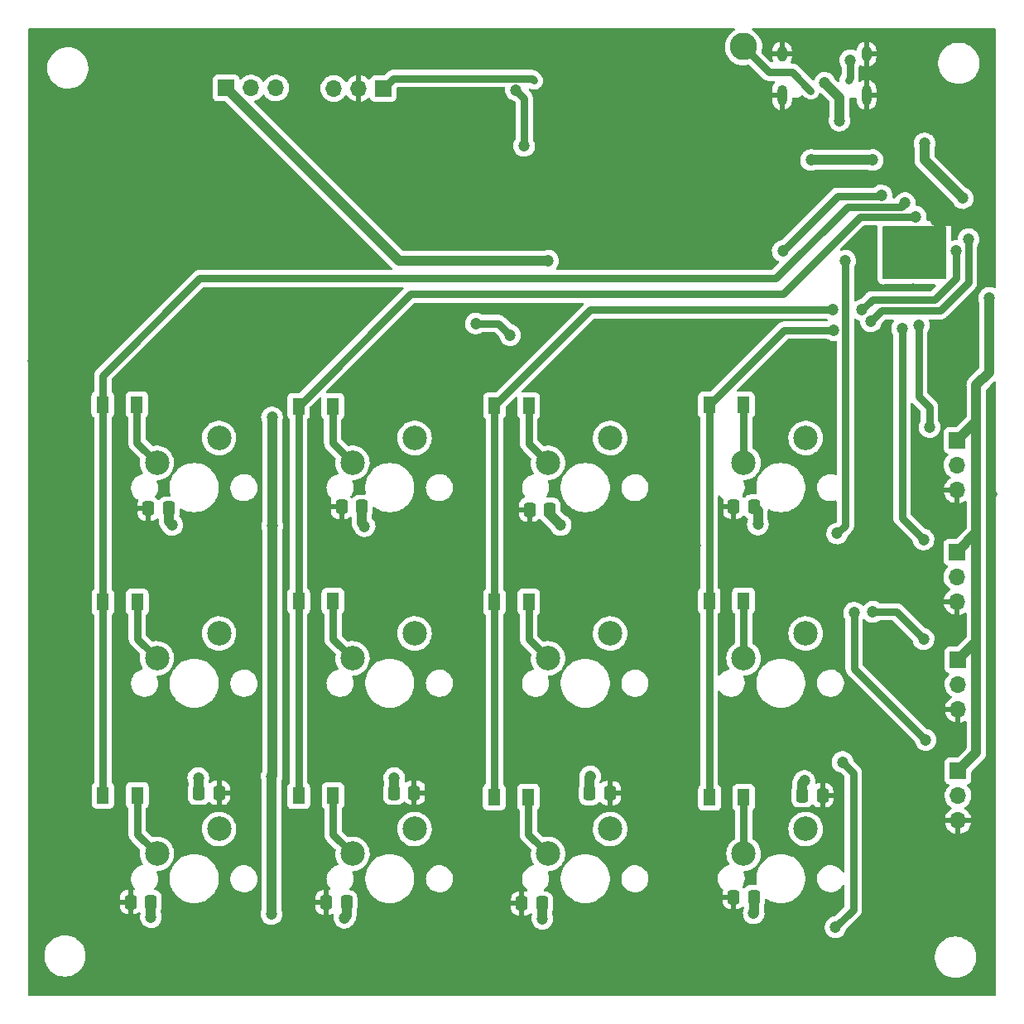
<source format=gbl>
G04 #@! TF.GenerationSoftware,KiCad,Pcbnew,(6.0.0)*
G04 #@! TF.CreationDate,2022-08-09T12:25:01+02:00*
G04 #@! TF.ProjectId,keyboard_v1.0,6b657962-6f61-4726-945f-76312e302e6b,rev?*
G04 #@! TF.SameCoordinates,Original*
G04 #@! TF.FileFunction,Copper,L2,Bot*
G04 #@! TF.FilePolarity,Positive*
%FSLAX46Y46*%
G04 Gerber Fmt 4.6, Leading zero omitted, Abs format (unit mm)*
G04 Created by KiCad (PCBNEW (6.0.0)) date 2022-08-09 12:25:01*
%MOMM*%
%LPD*%
G01*
G04 APERTURE LIST*
G04 Aperture macros list*
%AMRoundRect*
0 Rectangle with rounded corners*
0 $1 Rounding radius*
0 $2 $3 $4 $5 $6 $7 $8 $9 X,Y pos of 4 corners*
0 Add a 4 corners polygon primitive as box body*
4,1,4,$2,$3,$4,$5,$6,$7,$8,$9,$2,$3,0*
0 Add four circle primitives for the rounded corners*
1,1,$1+$1,$2,$3*
1,1,$1+$1,$4,$5*
1,1,$1+$1,$6,$7*
1,1,$1+$1,$8,$9*
0 Add four rect primitives between the rounded corners*
20,1,$1+$1,$2,$3,$4,$5,0*
20,1,$1+$1,$4,$5,$6,$7,0*
20,1,$1+$1,$6,$7,$8,$9,0*
20,1,$1+$1,$8,$9,$2,$3,0*%
G04 Aperture macros list end*
G04 #@! TA.AperFunction,NonConductor*
%ADD10C,0.200000*%
G04 #@! TD*
G04 #@! TA.AperFunction,ComponentPad*
%ADD11C,2.500000*%
G04 #@! TD*
G04 #@! TA.AperFunction,ComponentPad*
%ADD12R,1.700000X1.700000*%
G04 #@! TD*
G04 #@! TA.AperFunction,ComponentPad*
%ADD13O,1.700000X1.700000*%
G04 #@! TD*
G04 #@! TA.AperFunction,ComponentPad*
%ADD14C,2.800000*%
G04 #@! TD*
G04 #@! TA.AperFunction,ComponentPad*
%ADD15C,0.600000*%
G04 #@! TD*
G04 #@! TA.AperFunction,ComponentPad*
%ADD16O,1.000000X2.100000*%
G04 #@! TD*
G04 #@! TA.AperFunction,ComponentPad*
%ADD17O,1.000000X1.600000*%
G04 #@! TD*
G04 #@! TA.AperFunction,SMDPad,CuDef*
%ADD18RoundRect,0.250000X0.337500X0.475000X-0.337500X0.475000X-0.337500X-0.475000X0.337500X-0.475000X0*%
G04 #@! TD*
G04 #@! TA.AperFunction,SMDPad,CuDef*
%ADD19RoundRect,0.250000X-0.337500X-0.475000X0.337500X-0.475000X0.337500X0.475000X-0.337500X0.475000X0*%
G04 #@! TD*
G04 #@! TA.AperFunction,SMDPad,CuDef*
%ADD20R,1.300000X1.700000*%
G04 #@! TD*
G04 #@! TA.AperFunction,ViaPad*
%ADD21C,0.500000*%
G04 #@! TD*
G04 #@! TA.AperFunction,ViaPad*
%ADD22C,0.800000*%
G04 #@! TD*
G04 #@! TA.AperFunction,ViaPad*
%ADD23C,1.200000*%
G04 #@! TD*
G04 #@! TA.AperFunction,Conductor*
%ADD24C,1.000000*%
G04 #@! TD*
G04 #@! TA.AperFunction,Conductor*
%ADD25C,0.750000*%
G04 #@! TD*
G04 APERTURE END LIST*
D10*
X128000000Y-50800000D02*
X134300000Y-50800000D01*
X134300000Y-50800000D02*
X134300000Y-56100000D01*
X134300000Y-56100000D02*
X128000000Y-56100000D01*
X128000000Y-56100000D02*
X128000000Y-50800000D01*
G36*
X128000000Y-50800000D02*
G01*
X134300000Y-50800000D01*
X134300000Y-56100000D01*
X128000000Y-56100000D01*
X128000000Y-50800000D01*
G37*
D11*
X93690000Y-114960000D03*
X100040000Y-112420000D03*
D12*
X135625000Y-106475000D03*
D13*
X135625000Y-109015000D03*
X135625000Y-111555000D03*
D11*
X53690000Y-74960000D03*
X60040000Y-72420000D03*
D12*
X135525000Y-72675000D03*
D13*
X135525000Y-75215000D03*
X135525000Y-77755000D03*
D14*
X113689000Y-32411000D03*
D12*
X76849000Y-36682000D03*
D13*
X74309000Y-36682000D03*
X71769000Y-36682000D03*
D11*
X93690000Y-74960000D03*
X100040000Y-72420000D03*
D12*
X60775000Y-36622000D03*
D13*
X63315000Y-36622000D03*
X65855000Y-36622000D03*
D11*
X113690000Y-74960000D03*
X120040000Y-72420000D03*
X113690000Y-94960000D03*
X120040000Y-92420000D03*
X73690000Y-94960000D03*
X80040000Y-92420000D03*
D15*
X132376000Y-54651000D03*
X130976000Y-54651000D03*
X129576000Y-53251000D03*
X129576000Y-51851000D03*
X130976000Y-53251000D03*
X132376000Y-51851000D03*
X129576000Y-54651000D03*
X132376000Y-53251000D03*
X130976000Y-51851000D03*
D11*
X113690000Y-114960000D03*
X120040000Y-112420000D03*
X73690000Y-114960000D03*
X80040000Y-112420000D03*
D12*
X135625000Y-95100000D03*
D13*
X135625000Y-97640000D03*
X135625000Y-100180000D03*
D16*
X117620000Y-37329000D03*
X126260000Y-37329000D03*
D17*
X126260000Y-33149000D03*
X117620000Y-33149000D03*
D11*
X93690000Y-94960000D03*
X100040000Y-92420000D03*
X53690000Y-114960000D03*
X60040000Y-112420000D03*
X73690000Y-74960000D03*
X80040000Y-72420000D03*
X53690000Y-94960000D03*
X60040000Y-92420000D03*
D12*
X135500000Y-84100000D03*
D13*
X135500000Y-86640000D03*
X135500000Y-89180000D03*
D18*
X54896500Y-79655000D03*
X52821500Y-79655000D03*
D19*
X97952500Y-108744000D03*
X100027500Y-108744000D03*
D18*
X114752500Y-119373000D03*
X112677500Y-119373000D03*
D20*
X68168000Y-69166000D03*
X71668000Y-69166000D03*
D18*
X114769500Y-79444000D03*
X112694500Y-79444000D03*
D20*
X88204000Y-89192000D03*
X91704000Y-89192000D03*
D18*
X73080500Y-119916000D03*
X71005500Y-119916000D03*
X93883500Y-79760000D03*
X91808500Y-79760000D03*
D19*
X119689500Y-108983000D03*
X121764500Y-108983000D03*
D20*
X68189000Y-89108000D03*
X71689000Y-89108000D03*
X88191000Y-109150000D03*
X91691000Y-109150000D03*
D18*
X74647500Y-79473000D03*
X72572500Y-79473000D03*
D20*
X110191000Y-69069000D03*
X113691000Y-69069000D03*
D18*
X93087500Y-120031000D03*
X91012500Y-120031000D03*
D20*
X48179000Y-89205000D03*
X51679000Y-89205000D03*
D19*
X57976500Y-108728000D03*
X60051500Y-108728000D03*
D20*
X110211000Y-109198000D03*
X113711000Y-109198000D03*
X88209000Y-69129000D03*
X91709000Y-69129000D03*
X110180000Y-89073000D03*
X113680000Y-89073000D03*
X68191000Y-109024000D03*
X71691000Y-109024000D03*
X48179000Y-108969000D03*
X51679000Y-108969000D03*
X48151000Y-69007000D03*
X51651000Y-69007000D03*
D18*
X53077500Y-119879000D03*
X51002500Y-119879000D03*
D19*
X77936500Y-108708000D03*
X80011500Y-108708000D03*
D21*
X116300000Y-37100000D03*
X138700000Y-47700000D03*
X133300000Y-50200000D03*
X96907000Y-38235000D03*
X104000000Y-39900000D03*
D22*
X92267000Y-35876000D03*
X138300000Y-128900000D03*
X68413000Y-115791000D03*
X120000000Y-129000000D03*
X60424000Y-67295000D03*
X58414000Y-64195000D03*
X104232000Y-66576000D03*
X139000000Y-115000000D03*
X102650000Y-74350000D03*
X123249000Y-86097000D03*
X77210000Y-114096000D03*
X48484000Y-30948000D03*
X81900000Y-52500000D03*
X71094000Y-75076000D03*
X69500000Y-58800000D03*
X80598000Y-119421000D03*
X49480000Y-123554000D03*
X85028000Y-108940000D03*
X80300000Y-33400000D03*
X61849000Y-88532000D03*
X40990239Y-91982833D03*
X97502000Y-114022000D03*
X40977617Y-70984516D03*
X45513000Y-110229000D03*
X55735000Y-113110000D03*
X79000000Y-41600000D03*
X61600000Y-61700000D03*
X116100000Y-54300000D03*
D21*
X95300000Y-37500000D03*
D22*
X60817000Y-76584000D03*
X73747000Y-99185000D03*
X54953000Y-70776000D03*
D21*
X95300000Y-38900000D03*
D22*
X139000000Y-75200000D03*
X66000000Y-129000000D03*
X139000000Y-86900000D03*
X89385000Y-114878000D03*
X45220000Y-90751000D03*
X103822000Y-79265000D03*
X40990239Y-94995961D03*
X81800000Y-38300000D03*
X40974755Y-106984516D03*
X86257000Y-95387000D03*
X96674000Y-83342000D03*
X112488000Y-100264000D03*
X91693000Y-100302000D03*
X80365000Y-75132000D03*
X85615000Y-75747000D03*
X139000000Y-109000000D03*
X54953000Y-111658000D03*
X108900000Y-33200000D03*
X63209000Y-105403000D03*
X56200000Y-33400000D03*
X132600000Y-79600000D03*
X80365000Y-88927000D03*
X89580000Y-77757000D03*
X139100000Y-81000000D03*
X49759000Y-105459000D03*
X59672000Y-100451000D03*
X138700000Y-37700000D03*
X122020000Y-74852000D03*
X40926000Y-60065000D03*
X87000000Y-129000000D03*
X84051000Y-74965000D03*
X83539000Y-94456000D03*
X94523000Y-111137000D03*
X63163000Y-123163000D03*
X131600000Y-36500000D03*
X62940000Y-74686000D03*
X90000000Y-129000000D03*
D21*
X96600000Y-40100000D03*
D22*
X135800000Y-68600000D03*
X48700000Y-58800000D03*
X139200000Y-78200000D03*
X46267000Y-104700000D03*
X72267000Y-83342000D03*
X55623000Y-74071000D03*
X46560000Y-82373000D03*
X72400000Y-54100000D03*
X40974755Y-112986200D03*
X122206000Y-80139000D03*
X77182000Y-74518000D03*
X116956000Y-94195000D03*
X49145000Y-116796000D03*
X51770000Y-125118000D03*
X90200000Y-49900000D03*
X105833000Y-83789000D03*
X63974250Y-30969033D03*
X96115000Y-74462000D03*
X73263000Y-109350000D03*
X56068000Y-66960000D03*
X60982833Y-30969033D03*
X53613000Y-100879000D03*
X99382000Y-100450000D03*
D21*
X95300000Y-39500000D03*
D22*
X41000000Y-104000000D03*
X98800000Y-45800000D03*
X72000000Y-129000000D03*
X138900000Y-122700000D03*
D21*
X96600000Y-38900000D03*
D22*
X139000000Y-112000000D03*
X74166000Y-88760000D03*
X46500000Y-61300000D03*
X54674000Y-108754000D03*
X99000000Y-129000000D03*
X62519000Y-65954000D03*
X46644000Y-65618000D03*
X61264000Y-74462000D03*
D21*
X97200000Y-37500000D03*
D22*
X85615000Y-89765000D03*
X40974755Y-109988555D03*
X51970717Y-30969033D03*
X118300000Y-49200000D03*
X53166000Y-126012000D03*
X41038000Y-51017000D03*
X100400000Y-47300000D03*
X139000000Y-118000000D03*
X93700000Y-67300000D03*
X41038000Y-43086000D03*
X69999999Y-30987546D03*
X41001000Y-48820000D03*
X93000000Y-129000000D03*
X85885000Y-116107000D03*
X63608000Y-63357000D03*
X105889000Y-75803000D03*
X80756000Y-77143000D03*
D21*
X95300000Y-40100000D03*
D22*
X134300000Y-61400000D03*
X93741000Y-99706000D03*
X79400000Y-66900000D03*
X68972000Y-117578000D03*
X85289000Y-104993000D03*
X62000000Y-54500000D03*
X46392000Y-68802000D03*
X128500000Y-115500000D03*
X97204000Y-101233000D03*
X83437000Y-79265000D03*
X55623000Y-91831000D03*
X83502000Y-114692000D03*
X41000000Y-80000000D03*
X79600000Y-61800000D03*
X101393000Y-100301000D03*
X126060000Y-123814000D03*
X117627000Y-83453000D03*
X131000000Y-57000000D03*
X105898000Y-95274000D03*
X113200000Y-43600000D03*
X81000000Y-129000000D03*
X112116000Y-83937000D03*
D21*
X95300000Y-38200000D03*
D22*
X46225000Y-86227000D03*
X95700000Y-47500000D03*
X100500000Y-52300000D03*
X120084000Y-79376000D03*
X89832000Y-97174000D03*
X126000000Y-129000000D03*
X117500000Y-74100000D03*
X44759000Y-99506000D03*
X126300000Y-100300000D03*
X139000000Y-89800000D03*
X97400000Y-85800000D03*
X109800000Y-66600000D03*
X120300000Y-31800000D03*
X40977617Y-73975933D03*
X44759000Y-94982000D03*
X138800000Y-43000000D03*
X52700000Y-57600000D03*
X44000000Y-60400000D03*
X128700000Y-128900000D03*
X83129000Y-100302000D03*
X60900000Y-39900000D03*
X51099000Y-75300000D03*
X133000000Y-80900000D03*
X85727000Y-79209000D03*
X40959000Y-67075000D03*
X50706000Y-65787000D03*
X68800000Y-63000000D03*
X57991416Y-30969033D03*
X81700000Y-31300000D03*
X83046000Y-88872000D03*
X130600000Y-128900000D03*
X108728000Y-98290000D03*
X117000000Y-129000000D03*
X91535000Y-83622000D03*
X71252000Y-105515000D03*
X77209000Y-104249000D03*
X63000000Y-129000000D03*
X67400000Y-54100000D03*
X40990239Y-100978794D03*
X108500000Y-42700000D03*
X139100000Y-72000000D03*
X139100000Y-100800000D03*
X40918000Y-61929000D03*
X80700000Y-69000000D03*
X126500000Y-104900000D03*
X75000000Y-59400000D03*
X80970000Y-95387000D03*
X57690000Y-73066000D03*
D21*
X96600000Y-39500000D03*
D22*
X41038000Y-40703000D03*
X57466000Y-125844000D03*
X109529000Y-116703000D03*
X97500000Y-52900000D03*
X139000000Y-120200000D03*
D21*
X96000000Y-39500000D03*
D22*
X75000000Y-129000000D03*
X57000000Y-36100000D03*
X128800000Y-107000000D03*
X40974755Y-118994277D03*
X57802000Y-84459000D03*
X102000000Y-129000000D03*
X40963000Y-31730000D03*
X122700000Y-31900000D03*
D21*
X96000000Y-37500000D03*
D22*
X56573000Y-100488000D03*
X68900000Y-40100000D03*
X83911000Y-105477000D03*
X102200000Y-62800000D03*
X76300000Y-48900000D03*
X105000000Y-129000000D03*
D21*
X97200000Y-38900000D03*
D22*
X69139000Y-123331000D03*
D21*
X96000000Y-38900000D03*
D22*
X128300000Y-37700000D03*
X108500000Y-40400000D03*
X66987546Y-30987546D03*
X139100000Y-83800000D03*
X81343000Y-115660000D03*
X53555000Y-63441000D03*
X54000000Y-129000000D03*
X63021000Y-69054000D03*
X123200000Y-101300000D03*
X104902000Y-69555000D03*
X85500000Y-69600000D03*
X77544000Y-102685000D03*
X73784000Y-111025000D03*
X102268000Y-114990000D03*
X74389000Y-91050000D03*
X103831000Y-109275000D03*
X57000000Y-129000000D03*
X69474000Y-75467000D03*
X135300000Y-114000000D03*
X60000000Y-129000000D03*
X106010000Y-100450000D03*
X110500000Y-61600000D03*
X119100000Y-63700000D03*
X136900000Y-116600000D03*
X41075000Y-45171000D03*
X54841000Y-119030000D03*
X121034000Y-115772000D03*
X40990239Y-88978794D03*
X60700000Y-33900000D03*
X40990239Y-85999999D03*
X103376000Y-83286000D03*
X110600000Y-63400000D03*
X105554000Y-77925000D03*
X120513000Y-120128000D03*
X139100000Y-94900000D03*
X123000000Y-129000000D03*
X76679000Y-87475000D03*
X60231000Y-95126000D03*
X116500000Y-50900000D03*
X46057000Y-71985000D03*
X50932000Y-100432000D03*
X61934000Y-114897000D03*
X65100000Y-44800000D03*
X68000000Y-35200000D03*
X49424000Y-112887000D03*
X83600000Y-40800000D03*
X111600000Y-42000000D03*
X97000000Y-63400000D03*
X56684000Y-93116000D03*
X83800000Y-66600000D03*
X96400000Y-53900000D03*
X69000000Y-129000000D03*
X40990239Y-82995961D03*
X65341000Y-124113000D03*
X49759000Y-77701000D03*
X117441000Y-86432000D03*
X49591000Y-92836000D03*
X45178000Y-102103000D03*
X115800000Y-43400000D03*
X116342000Y-114245000D03*
X78000000Y-129000000D03*
X49759000Y-96020000D03*
X91500000Y-61500000D03*
X123007000Y-114394000D03*
X84000000Y-129000000D03*
X57500000Y-61500000D03*
X89348000Y-118527000D03*
X40974755Y-115990239D03*
X75700000Y-67200000D03*
X51714000Y-83733000D03*
X46560000Y-78603000D03*
X69474000Y-114395000D03*
X50764000Y-115177000D03*
X82200000Y-62100000D03*
X41001000Y-57980000D03*
X79741000Y-100004000D03*
X77461000Y-83286000D03*
X74500000Y-39900000D03*
X40935000Y-69384000D03*
X86300000Y-50000000D03*
X78800000Y-49800000D03*
X139000000Y-106000000D03*
X40819000Y-64527000D03*
X82981000Y-109089000D03*
X41000000Y-77000000D03*
X117534000Y-123032000D03*
X53974000Y-88699000D03*
X139100000Y-98200000D03*
X114164000Y-100785000D03*
X100900000Y-61300000D03*
X111000000Y-129000000D03*
X108970000Y-114878000D03*
X97623000Y-65933000D03*
X54057000Y-69557000D03*
X41038000Y-46884000D03*
X40964000Y-55485000D03*
X132100000Y-128900000D03*
X136500000Y-60900000D03*
X101141000Y-66435000D03*
X133000000Y-114300000D03*
X71100000Y-49600000D03*
D21*
X97200000Y-40100000D03*
D22*
X94272000Y-88760000D03*
X58639000Y-114730000D03*
D21*
X96000000Y-40100000D03*
D22*
X54115000Y-97975000D03*
X108961000Y-83398000D03*
X100806000Y-88536000D03*
X108514000Y-77366000D03*
X104100000Y-52500000D03*
X102621000Y-94679000D03*
X62428000Y-100525000D03*
X41000000Y-38432000D03*
X105833000Y-89709000D03*
X106549000Y-110616000D03*
X86145000Y-98701000D03*
X40990239Y-97999999D03*
X97241000Y-103541000D03*
X90278000Y-104919000D03*
X62600000Y-41700000D03*
X100200000Y-31500000D03*
X117552000Y-104471000D03*
X116200000Y-61000000D03*
X62300000Y-58100000D03*
X96000000Y-129000000D03*
X120419000Y-100748000D03*
X80000000Y-51700000D03*
X108000000Y-129000000D03*
X118600000Y-67000000D03*
X51770000Y-123498000D03*
X63163000Y-83398000D03*
X47105000Y-111653000D03*
X69642000Y-83454000D03*
D21*
X97200000Y-39500000D03*
D22*
X126500000Y-109600000D03*
X91879000Y-105663000D03*
X120494000Y-75709000D03*
X56906000Y-71651000D03*
X126400000Y-118200000D03*
X51000000Y-129000000D03*
X57746000Y-123610000D03*
X100918000Y-75523000D03*
X86229000Y-83957000D03*
X41001000Y-53065000D03*
X139100000Y-92500000D03*
X54999999Y-30969033D03*
X103152000Y-88816000D03*
D21*
X96600000Y-37500000D03*
D22*
X106300000Y-31700000D03*
X139000000Y-69100000D03*
X62986000Y-94456000D03*
X114000000Y-129000000D03*
X46141000Y-75587000D03*
X71000000Y-43300000D03*
X55500000Y-55200000D03*
X68900000Y-37500000D03*
X110800000Y-53600000D03*
X105805000Y-116814000D03*
X72890000Y-100488000D03*
X92100000Y-47400000D03*
X121834000Y-88927000D03*
X57466000Y-103504000D03*
X100536000Y-94977000D03*
X73700000Y-52400000D03*
D21*
X96000000Y-38200000D03*
D23*
X119900000Y-107505000D03*
X72857000Y-121485000D03*
X115155000Y-81264000D03*
X65401000Y-121129000D03*
X55249000Y-81326000D03*
X65428000Y-107019000D03*
X77958000Y-107219000D03*
X65473000Y-81404000D03*
X65462000Y-70325000D03*
X93108000Y-121600000D03*
X94983000Y-81338000D03*
X114727000Y-121041000D03*
X98001000Y-107035000D03*
X74926000Y-81434000D03*
X57928000Y-107213000D03*
X53071000Y-121420000D03*
X126900000Y-44000000D03*
X138800000Y-58100000D03*
X120600000Y-44000000D03*
X132200000Y-42300000D03*
X136100000Y-47900000D03*
X93700000Y-54300000D03*
X130200000Y-48400000D03*
X131300000Y-49800000D03*
X125800000Y-59325500D03*
X122800000Y-59300000D03*
X135400000Y-53300000D03*
X126700000Y-60500000D03*
X122900000Y-61400000D03*
X136700000Y-52100000D03*
X124100000Y-54300000D03*
X123272000Y-82190000D03*
X123807000Y-105565000D03*
X123104000Y-122457000D03*
X121976000Y-36108000D03*
X123485500Y-39955000D03*
X127800000Y-47625500D03*
X117700000Y-53300000D03*
D21*
X124383505Y-35823516D03*
D23*
X124591000Y-33809000D03*
D21*
X120566000Y-36916000D03*
D23*
X131600000Y-60900000D03*
X132700000Y-71300000D03*
X129900000Y-61200000D03*
X132100000Y-82800000D03*
X132300000Y-103300000D03*
X125000000Y-90300000D03*
X126900000Y-90200000D03*
X132100000Y-93000000D03*
X86300000Y-60700000D03*
X89800000Y-61900000D03*
X91251000Y-42556000D03*
X90412000Y-36828000D03*
D24*
X136200000Y-50200000D02*
X133300000Y-50200000D01*
X138700000Y-47700000D02*
X136200000Y-50200000D01*
D25*
X133800000Y-59400000D02*
X127800000Y-59400000D01*
X136700000Y-56500000D02*
X133800000Y-59400000D01*
X136700000Y-52100000D02*
X136700000Y-56500000D01*
X127800000Y-59400000D02*
X126700000Y-60500000D01*
X135400000Y-53300000D02*
X135400000Y-56100000D01*
X133218298Y-58281702D02*
X126843798Y-58281702D01*
X126843798Y-58281702D02*
X125800000Y-59325500D01*
X135400000Y-56100000D02*
X133218298Y-58281702D01*
X77877511Y-35653489D02*
X76849000Y-36682000D01*
X92044489Y-35653489D02*
X77877511Y-35653489D01*
X92267000Y-35876000D02*
X92044489Y-35653489D01*
D24*
X119689500Y-107715500D02*
X119689500Y-108983000D01*
X73080500Y-121261500D02*
X73080500Y-119916000D01*
X54896500Y-80973500D02*
X55249000Y-81326000D01*
X72857000Y-121485000D02*
X73080500Y-121261500D01*
X93108000Y-121600000D02*
X93087500Y-121579500D01*
X65462000Y-70325000D02*
X65462000Y-81393000D01*
X57928000Y-107213000D02*
X57928000Y-108679500D01*
X114752500Y-121015500D02*
X114752500Y-119373000D01*
X65462000Y-81393000D02*
X65473000Y-81404000D01*
X115155000Y-81264000D02*
X115155000Y-79829500D01*
X77958000Y-107219000D02*
X77936500Y-107240500D01*
X54896500Y-79655000D02*
X54896500Y-80973500D01*
X53077500Y-121413500D02*
X53077500Y-119879000D01*
X65428000Y-121102000D02*
X65401000Y-121129000D01*
X65473000Y-106974000D02*
X65428000Y-107019000D01*
X65428000Y-107019000D02*
X65428000Y-121102000D01*
X53071000Y-121420000D02*
X53077500Y-121413500D01*
X77936500Y-107240500D02*
X77936500Y-108708000D01*
X65473000Y-81404000D02*
X65473000Y-106974000D01*
X115155000Y-79829500D02*
X114769500Y-79444000D01*
X93087500Y-121579500D02*
X93087500Y-120031000D01*
X119900000Y-107505000D02*
X119689500Y-107715500D01*
X57928000Y-108679500D02*
X57976500Y-108728000D01*
X74647500Y-81155500D02*
X74926000Y-81434000D01*
X114727000Y-121041000D02*
X114752500Y-121015500D01*
X97952500Y-107193500D02*
X97952500Y-108744000D01*
X74647500Y-79473000D02*
X74647500Y-81155500D01*
X93883500Y-79760000D02*
X93883500Y-80238500D01*
X93883500Y-80238500D02*
X94983000Y-81338000D01*
X98100000Y-107046000D02*
X97952500Y-107193500D01*
X135500000Y-84100000D02*
X137500000Y-82100000D01*
X137500000Y-70700000D02*
X137500000Y-69700000D01*
X137500000Y-82100000D02*
X137500000Y-81800000D01*
X138800000Y-65700000D02*
X137500000Y-67000000D01*
X137500000Y-67000000D02*
X137500000Y-69700000D01*
X137500000Y-69700000D02*
X137500000Y-81800000D01*
X137500000Y-93225000D02*
X135625000Y-95100000D01*
X126900000Y-44000000D02*
X120600000Y-44000000D01*
X137500000Y-92300000D02*
X137500000Y-93225000D01*
X135525000Y-72675000D02*
X137500000Y-70700000D01*
X138800000Y-58100000D02*
X138800000Y-65700000D01*
X137500000Y-104600000D02*
X135625000Y-106475000D01*
X137500000Y-92300000D02*
X137500000Y-104600000D01*
X137500000Y-81800000D02*
X137500000Y-92300000D01*
X132200000Y-42300000D02*
X132200000Y-44000000D01*
X132200000Y-44000000D02*
X136100000Y-47900000D01*
X93700000Y-54300000D02*
X78453000Y-54300000D01*
X78453000Y-54300000D02*
X60775000Y-36622000D01*
D25*
X48151000Y-69007000D02*
X48151000Y-89177000D01*
X130200000Y-48400000D02*
X129800000Y-48800000D01*
X117000000Y-56100000D02*
X58085168Y-56100000D01*
X124300000Y-48800000D02*
X117000000Y-56100000D01*
X48151000Y-66034168D02*
X48151000Y-69007000D01*
X48151000Y-89177000D02*
X48179000Y-89205000D01*
X58085168Y-56100000D02*
X48151000Y-66034168D01*
X129800000Y-48800000D02*
X124300000Y-48800000D01*
X48179000Y-108969000D02*
X48179000Y-89205000D01*
X51651000Y-72921000D02*
X53690000Y-74960000D01*
X51651000Y-69007000D02*
X51651000Y-72921000D01*
X51679000Y-92949000D02*
X53690000Y-94960000D01*
X51679000Y-89205000D02*
X51679000Y-92949000D01*
X51679000Y-108969000D02*
X51679000Y-112949000D01*
X51679000Y-112949000D02*
X53690000Y-114960000D01*
X68168000Y-69166000D02*
X68168000Y-89087000D01*
X131300000Y-49800000D02*
X125600000Y-49800000D01*
X68168000Y-89087000D02*
X68189000Y-89108000D01*
X125600000Y-49800000D02*
X117700000Y-57700000D01*
X68189000Y-109022000D02*
X68191000Y-109024000D01*
X117700000Y-57700000D02*
X79634000Y-57700000D01*
X68189000Y-89108000D02*
X68189000Y-109022000D01*
X79634000Y-57700000D02*
X68168000Y-69166000D01*
X71668000Y-69166000D02*
X71668000Y-72938000D01*
X71668000Y-72938000D02*
X73690000Y-74960000D01*
X71689000Y-92959000D02*
X73690000Y-94960000D01*
X71689000Y-89108000D02*
X71689000Y-92959000D01*
X71691000Y-109024000D02*
X71691000Y-112961000D01*
X71691000Y-112961000D02*
X73690000Y-114960000D01*
X88191000Y-89205000D02*
X88204000Y-89192000D01*
X88209000Y-69129000D02*
X88209000Y-89187000D01*
X98038000Y-59300000D02*
X88209000Y-69129000D01*
X88191000Y-109150000D02*
X88191000Y-89205000D01*
X88209000Y-89187000D02*
X88204000Y-89192000D01*
X122800000Y-59300000D02*
X98038000Y-59300000D01*
X91709000Y-72979000D02*
X93690000Y-74960000D01*
X91709000Y-69129000D02*
X91709000Y-72979000D01*
X91704000Y-92974000D02*
X93690000Y-94960000D01*
X91704000Y-89192000D02*
X91704000Y-92974000D01*
X91691000Y-112961000D02*
X93690000Y-114960000D01*
X91691000Y-109150000D02*
X91691000Y-112961000D01*
X110191000Y-89062000D02*
X110180000Y-89073000D01*
X110180000Y-109167000D02*
X110211000Y-109198000D01*
X117860000Y-61400000D02*
X110191000Y-69069000D01*
X122900000Y-61400000D02*
X117860000Y-61400000D01*
X110191000Y-69069000D02*
X110191000Y-89062000D01*
X110180000Y-89073000D02*
X110180000Y-109167000D01*
X113691000Y-74959000D02*
X113690000Y-74960000D01*
X113691000Y-69069000D02*
X113691000Y-74959000D01*
X113680000Y-94950000D02*
X113690000Y-94960000D01*
X113680000Y-89073000D02*
X113680000Y-94950000D01*
X113711000Y-114939000D02*
X113690000Y-114960000D01*
X113711000Y-109198000D02*
X113711000Y-114939000D01*
X124100000Y-54300000D02*
X124100000Y-81362000D01*
X124100000Y-81362000D02*
X123272000Y-82190000D01*
X124911000Y-120650000D02*
X124911000Y-106669000D01*
X124911000Y-106669000D02*
X123807000Y-105565000D01*
X123104000Y-122457000D02*
X124911000Y-120650000D01*
D24*
X123485500Y-37617500D02*
X121976000Y-36108000D01*
X123485500Y-39955000D02*
X123485500Y-37617500D01*
D25*
X127725500Y-47700000D02*
X123300000Y-47700000D01*
X123300000Y-47700000D02*
X117700000Y-53300000D01*
X127800000Y-47625500D02*
X127725500Y-47700000D01*
X124591000Y-35616021D02*
X124383505Y-35823516D01*
X124591000Y-33809000D02*
X124591000Y-35616021D01*
X118653000Y-35003000D02*
X116281000Y-35003000D01*
X120566000Y-36916000D02*
X118653000Y-35003000D01*
X116281000Y-35003000D02*
X113689000Y-32411000D01*
X131600000Y-68200000D02*
X132700000Y-69300000D01*
X132700000Y-69300000D02*
X132700000Y-71300000D01*
X131600000Y-60900000D02*
X131600000Y-68200000D01*
X129900000Y-61200000D02*
X129900000Y-80600000D01*
X129900000Y-80600000D02*
X132100000Y-82800000D01*
X125000000Y-96000000D02*
X132300000Y-103300000D01*
X125000000Y-90300000D02*
X125000000Y-96000000D01*
X129300000Y-90200000D02*
X132100000Y-93000000D01*
X126900000Y-90200000D02*
X129300000Y-90200000D01*
X86300000Y-60700000D02*
X88600000Y-60700000D01*
X88600000Y-60700000D02*
X89800000Y-61900000D01*
X91251000Y-42556000D02*
X91251000Y-37667000D01*
X91251000Y-37667000D02*
X90412000Y-36828000D01*
G04 #@! TA.AperFunction,Conductor*
G36*
X112764304Y-30528002D02*
G01*
X112810797Y-30581658D01*
X112820901Y-30651932D01*
X112791407Y-30716512D01*
X112754266Y-30745814D01*
X112689264Y-30779580D01*
X112685649Y-30782163D01*
X112685643Y-30782167D01*
X112472990Y-30934131D01*
X112472986Y-30934134D01*
X112469369Y-30936719D01*
X112273808Y-31123275D01*
X112106485Y-31335524D01*
X112104253Y-31339366D01*
X112104250Y-31339371D01*
X111972974Y-31565377D01*
X111972971Y-31565384D01*
X111970736Y-31569231D01*
X111869272Y-31819735D01*
X111868201Y-31824048D01*
X111868199Y-31824053D01*
X111805189Y-32077714D01*
X111804116Y-32082035D01*
X111803662Y-32086463D01*
X111803662Y-32086465D01*
X111782326Y-32294713D01*
X111776569Y-32350899D01*
X111776744Y-32355351D01*
X111784572Y-32554575D01*
X111787180Y-32620963D01*
X111793685Y-32656579D01*
X111834754Y-32881452D01*
X111835737Y-32886837D01*
X111841933Y-32905409D01*
X111894874Y-33064091D01*
X111921272Y-33143217D01*
X111926896Y-33154472D01*
X112037334Y-33375492D01*
X112042078Y-33384987D01*
X112044607Y-33388646D01*
X112127954Y-33509239D01*
X112195744Y-33607324D01*
X112261191Y-33678124D01*
X112360565Y-33785625D01*
X112379205Y-33805790D01*
X112588799Y-33976427D01*
X112820346Y-34115830D01*
X112824441Y-34117564D01*
X112824443Y-34117565D01*
X113065124Y-34219480D01*
X113065131Y-34219482D01*
X113069225Y-34221216D01*
X113165358Y-34246705D01*
X113326172Y-34289345D01*
X113326177Y-34289346D01*
X113330469Y-34290484D01*
X113334878Y-34291006D01*
X113334884Y-34291007D01*
X113484210Y-34308680D01*
X113598868Y-34322251D01*
X113869064Y-34315883D01*
X113873459Y-34315151D01*
X113873464Y-34315151D01*
X114131267Y-34272241D01*
X114131271Y-34272240D01*
X114135669Y-34271508D01*
X114151849Y-34266391D01*
X114187584Y-34255090D01*
X114258565Y-34253620D01*
X114314672Y-34286130D01*
X115600085Y-35571542D01*
X115612926Y-35586577D01*
X115616927Y-35592084D01*
X115616932Y-35592090D01*
X115620815Y-35597434D01*
X115625725Y-35601855D01*
X115625726Y-35601856D01*
X115670194Y-35641895D01*
X115674979Y-35646436D01*
X115689015Y-35660472D01*
X115691579Y-35662548D01*
X115704447Y-35672969D01*
X115709462Y-35677253D01*
X115753920Y-35717283D01*
X115753925Y-35717287D01*
X115758831Y-35721704D01*
X115764547Y-35725004D01*
X115764548Y-35725005D01*
X115770449Y-35728412D01*
X115786737Y-35739607D01*
X115797161Y-35748048D01*
X115856367Y-35778214D01*
X115862139Y-35781349D01*
X115913944Y-35811260D01*
X115913954Y-35811265D01*
X115919669Y-35814564D01*
X115925951Y-35816605D01*
X115925955Y-35816607D01*
X115932431Y-35818712D01*
X115950686Y-35826273D01*
X115956756Y-35829366D01*
X115956763Y-35829369D01*
X115962638Y-35832362D01*
X116026845Y-35849567D01*
X116033092Y-35851418D01*
X116096298Y-35871954D01*
X116102865Y-35872644D01*
X116102869Y-35872645D01*
X116109639Y-35873357D01*
X116129074Y-35876959D01*
X116135643Y-35878719D01*
X116135645Y-35878719D01*
X116142029Y-35880430D01*
X116148628Y-35880776D01*
X116148629Y-35880776D01*
X116164522Y-35881609D01*
X116208372Y-35883907D01*
X116214931Y-35884423D01*
X116234694Y-35886500D01*
X116254555Y-35886500D01*
X116261150Y-35886673D01*
X116320902Y-35889805D01*
X116320906Y-35889805D01*
X116327493Y-35890150D01*
X116340747Y-35888051D01*
X116360456Y-35886500D01*
X116782782Y-35886500D01*
X116850903Y-35906502D01*
X116897396Y-35960158D01*
X116907500Y-36030432D01*
X116879304Y-36093491D01*
X116788222Y-36202039D01*
X116781292Y-36212159D01*
X116691998Y-36374585D01*
X116687166Y-36385858D01*
X116631120Y-36562538D01*
X116628570Y-36574532D01*
X116612393Y-36718761D01*
X116612000Y-36725785D01*
X116612000Y-37056885D01*
X116616475Y-37072124D01*
X116617865Y-37073329D01*
X116625548Y-37075000D01*
X117748000Y-37075000D01*
X117816121Y-37095002D01*
X117862614Y-37148658D01*
X117874000Y-37201000D01*
X117874000Y-38836924D01*
X117877973Y-38850455D01*
X117885768Y-38851575D01*
X117993521Y-38819862D01*
X118004889Y-38815269D01*
X118169154Y-38729393D01*
X118179415Y-38722679D01*
X118323873Y-38606532D01*
X118332632Y-38597954D01*
X118451778Y-38455961D01*
X118458708Y-38445841D01*
X118548002Y-38283415D01*
X118552834Y-38272142D01*
X118608880Y-38095462D01*
X118611430Y-38083468D01*
X118627607Y-37939239D01*
X118628000Y-37932215D01*
X118628000Y-37716026D01*
X118648002Y-37647905D01*
X118701658Y-37601412D01*
X118771932Y-37591308D01*
X118781486Y-37593061D01*
X118951494Y-37631062D01*
X118951501Y-37631063D01*
X118956543Y-37632190D01*
X118962088Y-37632500D01*
X119095244Y-37632500D01*
X119230037Y-37617857D01*
X119358988Y-37574460D01*
X119395204Y-37562272D01*
X119395206Y-37562271D01*
X119401675Y-37560094D01*
X119556905Y-37466823D01*
X119627445Y-37400116D01*
X119690683Y-37367845D01*
X119761330Y-37374885D01*
X119803113Y-37402570D01*
X119974015Y-37573472D01*
X120021943Y-37612284D01*
X120077032Y-37656895D01*
X120077035Y-37656897D01*
X120082161Y-37661048D01*
X120247638Y-37745362D01*
X120254008Y-37747069D01*
X120254011Y-37747070D01*
X120420654Y-37791722D01*
X120420656Y-37791722D01*
X120427029Y-37793430D01*
X120433621Y-37793775D01*
X120433624Y-37793776D01*
X120605901Y-37802805D01*
X120605906Y-37802805D01*
X120612493Y-37803150D01*
X120619008Y-37802118D01*
X120619010Y-37802118D01*
X120789405Y-37775130D01*
X120789407Y-37775130D01*
X120795926Y-37774097D01*
X120969310Y-37707541D01*
X121125067Y-37606391D01*
X121256391Y-37475067D01*
X121357541Y-37319310D01*
X121377300Y-37267836D01*
X121399699Y-37209485D01*
X121442785Y-37153056D01*
X121509538Y-37128880D01*
X121567081Y-37138877D01*
X121568633Y-37139544D01*
X121607977Y-37166211D01*
X122440095Y-37998329D01*
X122474121Y-38060641D01*
X122477000Y-38087424D01*
X122477000Y-39459827D01*
X122462509Y-39518493D01*
X122456992Y-39528978D01*
X122396578Y-39723543D01*
X122372632Y-39925859D01*
X122385957Y-40129151D01*
X122436105Y-40326610D01*
X122521398Y-40511624D01*
X122638979Y-40677997D01*
X122784910Y-40820157D01*
X122789706Y-40823362D01*
X122789709Y-40823364D01*
X122857649Y-40868760D01*
X122954303Y-40933342D01*
X122959606Y-40935620D01*
X122959609Y-40935622D01*
X123048615Y-40973862D01*
X123141487Y-41013763D01*
X123214317Y-41030243D01*
X123334555Y-41057450D01*
X123334560Y-41057451D01*
X123340192Y-41058725D01*
X123345963Y-41058952D01*
X123345965Y-41058952D01*
X123408970Y-41061427D01*
X123543763Y-41066723D01*
X123745383Y-41037490D01*
X123750847Y-41035635D01*
X123750852Y-41035634D01*
X123932827Y-40973862D01*
X123932832Y-40973860D01*
X123938299Y-40972004D01*
X124116051Y-40872458D01*
X124272686Y-40742186D01*
X124402958Y-40585551D01*
X124502504Y-40407799D01*
X124504360Y-40402332D01*
X124504362Y-40402327D01*
X124566134Y-40220352D01*
X124566135Y-40220347D01*
X124567990Y-40214883D01*
X124597223Y-40013263D01*
X124598749Y-39955000D01*
X124580108Y-39752126D01*
X124524807Y-39556047D01*
X124522254Y-39550871D01*
X124522251Y-39550862D01*
X124506994Y-39519924D01*
X124494000Y-39464197D01*
X124494000Y-37735249D01*
X124514002Y-37667128D01*
X124567658Y-37620635D01*
X124637932Y-37610531D01*
X124647487Y-37612284D01*
X124731497Y-37631063D01*
X124731508Y-37631064D01*
X124736543Y-37632190D01*
X124742088Y-37632500D01*
X124875244Y-37632500D01*
X125010037Y-37617857D01*
X125016501Y-37615682D01*
X125016504Y-37615681D01*
X125083716Y-37593061D01*
X125085811Y-37592356D01*
X125156753Y-37589586D01*
X125217932Y-37625609D01*
X125249923Y-37688990D01*
X125252000Y-37711775D01*
X125252000Y-37925657D01*
X125252301Y-37931805D01*
X125265812Y-38069603D01*
X125268195Y-38081638D01*
X125321767Y-38259076D01*
X125326441Y-38270416D01*
X125413460Y-38434077D01*
X125420249Y-38444294D01*
X125537397Y-38587933D01*
X125546041Y-38596637D01*
X125688856Y-38714784D01*
X125699027Y-38721644D01*
X125862076Y-38809804D01*
X125873381Y-38814556D01*
X125988692Y-38850250D01*
X126002795Y-38850456D01*
X126006000Y-38843701D01*
X126006000Y-38836924D01*
X126514000Y-38836924D01*
X126517973Y-38850455D01*
X126525768Y-38851575D01*
X126633521Y-38819862D01*
X126644889Y-38815269D01*
X126809154Y-38729393D01*
X126819415Y-38722679D01*
X126963873Y-38606532D01*
X126972632Y-38597954D01*
X127091778Y-38455961D01*
X127098708Y-38445841D01*
X127188002Y-38283415D01*
X127192834Y-38272142D01*
X127248880Y-38095462D01*
X127251430Y-38083468D01*
X127267607Y-37939239D01*
X127268000Y-37932215D01*
X127268000Y-37601115D01*
X127263525Y-37585876D01*
X127262135Y-37584671D01*
X127254452Y-37583000D01*
X126532115Y-37583000D01*
X126516876Y-37587475D01*
X126515671Y-37588865D01*
X126514000Y-37596548D01*
X126514000Y-38836924D01*
X126006000Y-38836924D01*
X126006000Y-37056885D01*
X126514000Y-37056885D01*
X126518475Y-37072124D01*
X126519865Y-37073329D01*
X126527548Y-37075000D01*
X127249885Y-37075000D01*
X127265124Y-37070525D01*
X127266329Y-37069135D01*
X127268000Y-37061452D01*
X127268000Y-36732343D01*
X127267699Y-36726195D01*
X127254188Y-36588397D01*
X127251805Y-36576362D01*
X127198233Y-36398924D01*
X127193559Y-36387584D01*
X127106540Y-36223923D01*
X127099751Y-36213706D01*
X126982603Y-36070067D01*
X126973959Y-36061363D01*
X126831144Y-35943216D01*
X126820973Y-35936356D01*
X126657924Y-35848196D01*
X126646619Y-35843444D01*
X126531308Y-35807750D01*
X126517205Y-35807544D01*
X126514000Y-35814299D01*
X126514000Y-37056885D01*
X126006000Y-37056885D01*
X126006000Y-35821076D01*
X126002027Y-35807545D01*
X125994232Y-35806425D01*
X125886479Y-35838138D01*
X125875111Y-35842731D01*
X125710846Y-35928607D01*
X125700585Y-35935321D01*
X125645056Y-35979967D01*
X125579433Y-36007063D01*
X125509578Y-35994379D01*
X125457670Y-35945943D01*
X125440189Y-35877132D01*
X125446270Y-35842838D01*
X125459954Y-35800723D01*
X125461355Y-35787393D01*
X125464958Y-35767950D01*
X125468430Y-35754992D01*
X125468954Y-35745004D01*
X125471906Y-35688667D01*
X125472423Y-35682092D01*
X125474156Y-35665600D01*
X125474500Y-35662327D01*
X125474500Y-35642453D01*
X125474673Y-35635859D01*
X125477804Y-35576120D01*
X125477804Y-35576116D01*
X125478149Y-35569528D01*
X125476051Y-35556281D01*
X125474500Y-35536571D01*
X125474500Y-34525930D01*
X125494502Y-34457809D01*
X125503625Y-34445362D01*
X125504761Y-34443997D01*
X125504764Y-34443992D01*
X125508458Y-34439551D01*
X125555672Y-34355244D01*
X125606407Y-34305584D01*
X125675939Y-34291237D01*
X125725534Y-34305976D01*
X125862076Y-34379804D01*
X125873381Y-34384556D01*
X125988692Y-34420250D01*
X126002795Y-34420456D01*
X126006000Y-34413701D01*
X126006000Y-34406924D01*
X126514000Y-34406924D01*
X126517973Y-34420455D01*
X126525768Y-34421575D01*
X126633521Y-34389862D01*
X126644889Y-34385269D01*
X126809154Y-34299393D01*
X126819415Y-34292679D01*
X126894010Y-34232703D01*
X133590743Y-34232703D01*
X133591302Y-34236947D01*
X133591302Y-34236951D01*
X133601597Y-34315151D01*
X133628268Y-34517734D01*
X133704129Y-34795036D01*
X133705813Y-34798984D01*
X133808870Y-35040595D01*
X133816923Y-35059476D01*
X133843090Y-35103198D01*
X133959415Y-35297562D01*
X133964561Y-35306161D01*
X134144313Y-35530528D01*
X134209180Y-35592084D01*
X134345771Y-35721704D01*
X134352851Y-35728423D01*
X134524029Y-35851427D01*
X134572838Y-35886500D01*
X134586317Y-35896186D01*
X134590112Y-35898195D01*
X134590113Y-35898196D01*
X134611869Y-35909715D01*
X134840392Y-36030712D01*
X135110373Y-36129511D01*
X135391264Y-36190755D01*
X135405089Y-36191843D01*
X135614282Y-36208307D01*
X135614291Y-36208307D01*
X135616739Y-36208500D01*
X135772271Y-36208500D01*
X135774407Y-36208354D01*
X135774418Y-36208354D01*
X135982548Y-36194165D01*
X135982554Y-36194164D01*
X135986825Y-36193873D01*
X135991020Y-36193004D01*
X135991022Y-36193004D01*
X136127584Y-36164723D01*
X136268342Y-36135574D01*
X136539343Y-36039607D01*
X136741394Y-35935321D01*
X136791005Y-35909715D01*
X136791006Y-35909715D01*
X136794812Y-35907750D01*
X136798313Y-35905289D01*
X136798317Y-35905287D01*
X136966063Y-35787393D01*
X137030023Y-35742441D01*
X137133337Y-35646436D01*
X137237479Y-35549661D01*
X137237481Y-35549658D01*
X137240622Y-35546740D01*
X137422713Y-35324268D01*
X137572927Y-35079142D01*
X137606801Y-35001976D01*
X137686757Y-34819830D01*
X137688483Y-34815898D01*
X137698112Y-34782097D01*
X137766068Y-34543534D01*
X137767244Y-34539406D01*
X137804021Y-34280996D01*
X137807146Y-34259036D01*
X137807146Y-34259034D01*
X137807751Y-34254784D01*
X137807845Y-34236951D01*
X137809235Y-33971583D01*
X137809235Y-33971576D01*
X137809257Y-33967297D01*
X137771732Y-33682266D01*
X137695871Y-33404964D01*
X137611771Y-33207795D01*
X137584763Y-33144476D01*
X137584761Y-33144472D01*
X137583077Y-33140524D01*
X137482888Y-32973120D01*
X137437643Y-32897521D01*
X137437640Y-32897517D01*
X137435439Y-32893839D01*
X137255687Y-32669472D01*
X137113271Y-32534324D01*
X137050258Y-32474527D01*
X137050255Y-32474525D01*
X137047149Y-32471577D01*
X136813683Y-32303814D01*
X136791843Y-32292250D01*
X136768654Y-32279972D01*
X136559608Y-32169288D01*
X136424617Y-32119888D01*
X136293658Y-32071964D01*
X136293656Y-32071963D01*
X136289627Y-32070489D01*
X136008736Y-32009245D01*
X135972027Y-32006356D01*
X135785718Y-31991693D01*
X135785709Y-31991693D01*
X135783261Y-31991500D01*
X135627729Y-31991500D01*
X135625593Y-31991646D01*
X135625582Y-31991646D01*
X135417452Y-32005835D01*
X135417446Y-32005836D01*
X135413175Y-32006127D01*
X135408980Y-32006996D01*
X135408978Y-32006996D01*
X135378943Y-32013216D01*
X135131658Y-32064426D01*
X134860657Y-32160393D01*
X134605188Y-32292250D01*
X134601687Y-32294711D01*
X134601683Y-32294713D01*
X134591594Y-32301804D01*
X134369977Y-32457559D01*
X134330860Y-32493909D01*
X134169384Y-32643962D01*
X134159378Y-32653260D01*
X133977287Y-32875732D01*
X133827073Y-33120858D01*
X133825347Y-33124791D01*
X133825346Y-33124792D01*
X133714256Y-33377862D01*
X133711517Y-33384102D01*
X133710342Y-33388229D01*
X133710341Y-33388230D01*
X133679740Y-33495657D01*
X133632756Y-33660594D01*
X133592249Y-33945216D01*
X133592227Y-33949505D01*
X133592226Y-33949512D01*
X133590765Y-34228417D01*
X133590743Y-34232703D01*
X126894010Y-34232703D01*
X126963873Y-34176532D01*
X126972632Y-34167954D01*
X127091778Y-34025961D01*
X127098708Y-34015841D01*
X127188002Y-33853415D01*
X127192834Y-33842142D01*
X127248880Y-33665462D01*
X127251430Y-33653468D01*
X127267607Y-33509239D01*
X127268000Y-33502215D01*
X127268000Y-33421115D01*
X127263525Y-33405876D01*
X127262135Y-33404671D01*
X127254452Y-33403000D01*
X126532115Y-33403000D01*
X126516876Y-33407475D01*
X126515671Y-33408865D01*
X126514000Y-33416548D01*
X126514000Y-34406924D01*
X126006000Y-34406924D01*
X126006000Y-32876885D01*
X126514000Y-32876885D01*
X126518475Y-32892124D01*
X126519865Y-32893329D01*
X126527548Y-32895000D01*
X127249885Y-32895000D01*
X127265124Y-32890525D01*
X127266329Y-32889135D01*
X127268000Y-32881452D01*
X127268000Y-32802343D01*
X127267699Y-32796195D01*
X127254188Y-32658397D01*
X127251805Y-32646362D01*
X127198233Y-32468924D01*
X127193559Y-32457584D01*
X127106540Y-32293923D01*
X127099751Y-32283706D01*
X126982603Y-32140067D01*
X126973959Y-32131363D01*
X126831144Y-32013216D01*
X126820973Y-32006356D01*
X126657924Y-31918196D01*
X126646619Y-31913444D01*
X126531308Y-31877750D01*
X126517205Y-31877544D01*
X126514000Y-31884299D01*
X126514000Y-32876885D01*
X126006000Y-32876885D01*
X126006000Y-31891076D01*
X126002027Y-31877545D01*
X125994232Y-31876425D01*
X125886479Y-31908138D01*
X125875111Y-31912731D01*
X125710846Y-31998607D01*
X125700585Y-32005321D01*
X125556127Y-32121468D01*
X125547368Y-32130046D01*
X125428222Y-32272039D01*
X125421292Y-32282159D01*
X125331998Y-32444585D01*
X125327166Y-32455858D01*
X125271120Y-32632538D01*
X125268570Y-32644532D01*
X125261090Y-32711223D01*
X125233619Y-32776689D01*
X125175116Y-32816912D01*
X125104153Y-32819120D01*
X125089185Y-32814208D01*
X125061839Y-32803298D01*
X124907180Y-32741595D01*
X124707366Y-32701849D01*
X124701592Y-32701773D01*
X124701588Y-32701773D01*
X124598452Y-32700424D01*
X124503655Y-32699183D01*
X124497958Y-32700162D01*
X124497957Y-32700162D01*
X124308567Y-32732705D01*
X124302870Y-32733684D01*
X124111734Y-32804198D01*
X124106773Y-32807150D01*
X124106772Y-32807150D01*
X123954873Y-32897521D01*
X123936649Y-32908363D01*
X123783478Y-33042690D01*
X123779911Y-33047215D01*
X123779906Y-33047220D01*
X123706352Y-33140524D01*
X123657351Y-33202681D01*
X123562492Y-33382978D01*
X123502078Y-33577543D01*
X123478132Y-33779859D01*
X123491457Y-33983151D01*
X123541605Y-34180610D01*
X123626898Y-34365624D01*
X123666440Y-34421575D01*
X123684397Y-34446983D01*
X123707500Y-34519703D01*
X123707500Y-35209799D01*
X123687498Y-35277920D01*
X123679429Y-35289082D01*
X123638458Y-35339677D01*
X123554143Y-35505153D01*
X123552435Y-35511526D01*
X123552435Y-35511527D01*
X123507885Y-35677791D01*
X123506075Y-35684545D01*
X123505730Y-35691137D01*
X123505729Y-35691140D01*
X123497162Y-35854617D01*
X123496355Y-35870009D01*
X123497387Y-35876523D01*
X123497387Y-35876528D01*
X123498192Y-35881609D01*
X123489092Y-35952020D01*
X123443370Y-36006334D01*
X123375541Y-36027306D01*
X123307142Y-36008278D01*
X123284648Y-35990414D01*
X123040819Y-35746585D01*
X123016166Y-35708623D01*
X123015307Y-35709047D01*
X122927756Y-35531510D01*
X122925201Y-35526329D01*
X122906796Y-35501681D01*
X122806758Y-35367715D01*
X122806758Y-35367714D01*
X122803305Y-35363091D01*
X122701953Y-35269402D01*
X122657943Y-35228719D01*
X122657940Y-35228717D01*
X122653703Y-35224800D01*
X122603701Y-35193251D01*
X122486288Y-35119169D01*
X122486283Y-35119167D01*
X122481404Y-35116088D01*
X122361518Y-35068258D01*
X122297549Y-35042737D01*
X122292180Y-35040595D01*
X122117663Y-35005881D01*
X122098032Y-35001976D01*
X122098031Y-35001976D01*
X122092366Y-35000849D01*
X122086592Y-35000773D01*
X122086588Y-35000773D01*
X121983452Y-34999424D01*
X121888655Y-34998183D01*
X121882958Y-34999162D01*
X121882957Y-34999162D01*
X121693567Y-35031705D01*
X121687870Y-35032684D01*
X121496734Y-35103198D01*
X121321649Y-35207363D01*
X121168478Y-35341690D01*
X121164911Y-35346215D01*
X121164906Y-35346220D01*
X121092050Y-35438638D01*
X121042351Y-35501681D01*
X121039662Y-35506792D01*
X121039660Y-35506795D01*
X121006655Y-35569528D01*
X120947492Y-35681978D01*
X120926046Y-35751045D01*
X120922638Y-35762022D01*
X120883335Y-35821147D01*
X120818306Y-35849638D01*
X120748196Y-35838448D01*
X120713210Y-35813753D01*
X120096592Y-35197134D01*
X119333912Y-34434454D01*
X119321075Y-34419426D01*
X119313185Y-34408566D01*
X119263816Y-34364114D01*
X119259031Y-34359573D01*
X119244986Y-34345528D01*
X119242409Y-34343441D01*
X119229554Y-34333031D01*
X119224538Y-34328747D01*
X119180080Y-34288717D01*
X119180075Y-34288713D01*
X119175169Y-34284296D01*
X119163552Y-34277589D01*
X119147259Y-34266391D01*
X119141971Y-34262109D01*
X119136839Y-34257953D01*
X119077637Y-34227787D01*
X119071867Y-34224654D01*
X119020055Y-34194740D01*
X119020050Y-34194738D01*
X119014331Y-34191436D01*
X119008051Y-34189395D01*
X119008043Y-34189392D01*
X119001579Y-34187292D01*
X118983317Y-34179728D01*
X118977251Y-34176637D01*
X118977242Y-34176634D01*
X118971363Y-34173638D01*
X118960672Y-34170773D01*
X118907196Y-34156444D01*
X118900894Y-34154578D01*
X118837702Y-34134046D01*
X118824372Y-34132645D01*
X118804929Y-34129042D01*
X118791971Y-34125570D01*
X118785381Y-34125225D01*
X118785377Y-34125224D01*
X118741427Y-34122921D01*
X118725628Y-34122093D01*
X118719069Y-34121577D01*
X118699306Y-34119500D01*
X118679445Y-34119500D01*
X118672851Y-34119327D01*
X118666077Y-34118972D01*
X118609990Y-34116033D01*
X118543011Y-34092494D01*
X118499389Y-34036479D01*
X118492977Y-33965772D01*
X118506171Y-33929505D01*
X118548002Y-33853415D01*
X118552834Y-33842142D01*
X118608880Y-33665462D01*
X118611430Y-33653468D01*
X118627607Y-33509239D01*
X118628000Y-33502215D01*
X118628000Y-33421115D01*
X118623525Y-33405876D01*
X118622135Y-33404671D01*
X118614452Y-33403000D01*
X116630115Y-33403000D01*
X116614876Y-33407475D01*
X116613671Y-33408865D01*
X116612000Y-33416548D01*
X116612000Y-33495657D01*
X116612301Y-33501805D01*
X116625812Y-33639603D01*
X116628195Y-33651638D01*
X116677444Y-33814757D01*
X116677985Y-33885751D01*
X116640058Y-33945768D01*
X116575703Y-33975752D01*
X116505354Y-33966184D01*
X116467730Y-33940273D01*
X115562888Y-33035430D01*
X115528864Y-32973120D01*
X115530716Y-32912136D01*
X115540658Y-32876885D01*
X116612000Y-32876885D01*
X116616475Y-32892124D01*
X116617865Y-32893329D01*
X116625548Y-32895000D01*
X117347885Y-32895000D01*
X117363124Y-32890525D01*
X117364329Y-32889135D01*
X117366000Y-32881452D01*
X117366000Y-32876885D01*
X117874000Y-32876885D01*
X117878475Y-32892124D01*
X117879865Y-32893329D01*
X117887548Y-32895000D01*
X118609885Y-32895000D01*
X118625124Y-32890525D01*
X118626329Y-32889135D01*
X118628000Y-32881452D01*
X118628000Y-32802343D01*
X118627699Y-32796195D01*
X118614188Y-32658397D01*
X118611805Y-32646362D01*
X118558233Y-32468924D01*
X118553559Y-32457584D01*
X118466540Y-32293923D01*
X118459751Y-32283706D01*
X118342603Y-32140067D01*
X118333959Y-32131363D01*
X118191144Y-32013216D01*
X118180973Y-32006356D01*
X118017924Y-31918196D01*
X118006619Y-31913444D01*
X117891308Y-31877750D01*
X117877205Y-31877544D01*
X117874000Y-31884299D01*
X117874000Y-32876885D01*
X117366000Y-32876885D01*
X117366000Y-31891076D01*
X117362027Y-31877545D01*
X117354232Y-31876425D01*
X117246479Y-31908138D01*
X117235111Y-31912731D01*
X117070846Y-31998607D01*
X117060585Y-32005321D01*
X116916127Y-32121468D01*
X116907368Y-32130046D01*
X116788222Y-32272039D01*
X116781292Y-32282159D01*
X116691998Y-32444585D01*
X116687166Y-32455858D01*
X116631120Y-32632538D01*
X116628570Y-32644532D01*
X116612393Y-32788761D01*
X116612000Y-32795785D01*
X116612000Y-32876885D01*
X115540658Y-32876885D01*
X115561411Y-32803298D01*
X115561413Y-32803286D01*
X115562620Y-32799008D01*
X115563212Y-32794603D01*
X115598172Y-32534324D01*
X115598173Y-32534316D01*
X115598599Y-32531142D01*
X115600312Y-32476646D01*
X115602274Y-32414222D01*
X115602274Y-32414217D01*
X115602375Y-32411000D01*
X115583287Y-32141403D01*
X115526402Y-31877185D01*
X115506801Y-31824053D01*
X115434397Y-31627796D01*
X115432856Y-31623619D01*
X115403510Y-31569231D01*
X115306629Y-31389678D01*
X115306629Y-31389677D01*
X115304516Y-31385762D01*
X115143942Y-31168362D01*
X114954338Y-30975756D01*
X114877556Y-30917158D01*
X114743028Y-30814489D01*
X114743024Y-30814487D01*
X114739487Y-30811787D01*
X114618328Y-30743935D01*
X114568666Y-30693198D01*
X114554318Y-30623666D01*
X114579840Y-30557415D01*
X114637128Y-30515480D01*
X114679894Y-30508000D01*
X139366000Y-30508000D01*
X139434121Y-30528002D01*
X139480614Y-30581658D01*
X139492000Y-30634000D01*
X139492000Y-56998143D01*
X139471998Y-57066264D01*
X139418342Y-57112757D01*
X139348068Y-57122861D01*
X139309374Y-57110593D01*
X139305404Y-57108088D01*
X139300044Y-57105950D01*
X139300041Y-57105948D01*
X139121549Y-57034737D01*
X139116180Y-57032595D01*
X138941663Y-56997881D01*
X138922032Y-56993976D01*
X138922031Y-56993976D01*
X138916366Y-56992849D01*
X138910592Y-56992773D01*
X138910588Y-56992773D01*
X138807452Y-56991424D01*
X138712655Y-56990183D01*
X138706958Y-56991162D01*
X138706957Y-56991162D01*
X138517567Y-57023705D01*
X138511870Y-57024684D01*
X138320734Y-57095198D01*
X138315773Y-57098150D01*
X138315772Y-57098150D01*
X138219756Y-57155274D01*
X138145649Y-57199363D01*
X137992478Y-57333690D01*
X137988911Y-57338215D01*
X137988906Y-57338220D01*
X137928546Y-57414787D01*
X137866351Y-57493681D01*
X137863662Y-57498792D01*
X137863660Y-57498795D01*
X137827555Y-57567419D01*
X137771492Y-57673978D01*
X137711078Y-57868543D01*
X137687132Y-58070859D01*
X137700457Y-58274151D01*
X137750605Y-58471610D01*
X137753024Y-58476857D01*
X137779926Y-58535212D01*
X137791500Y-58587963D01*
X137791500Y-65230076D01*
X137771498Y-65298197D01*
X137754595Y-65319171D01*
X136830621Y-66243145D01*
X136820478Y-66252247D01*
X136790975Y-66275968D01*
X136787008Y-66280696D01*
X136758709Y-66314421D01*
X136755528Y-66318069D01*
X136753885Y-66319881D01*
X136751691Y-66322075D01*
X136724358Y-66355349D01*
X136723696Y-66356147D01*
X136663846Y-66427474D01*
X136661278Y-66432144D01*
X136657897Y-66436261D01*
X136626860Y-66494145D01*
X136614023Y-66518086D01*
X136613394Y-66519245D01*
X136571538Y-66595381D01*
X136571535Y-66595389D01*
X136568567Y-66600787D01*
X136566955Y-66605869D01*
X136564438Y-66610563D01*
X136537238Y-66699531D01*
X136536918Y-66700559D01*
X136508765Y-66789306D01*
X136508171Y-66794602D01*
X136506613Y-66799698D01*
X136505990Y-66805834D01*
X136497218Y-66892187D01*
X136497089Y-66893393D01*
X136491500Y-66943227D01*
X136491500Y-66946754D01*
X136491445Y-66947739D01*
X136490998Y-66953419D01*
X136486626Y-66996462D01*
X136487206Y-67002593D01*
X136490941Y-67042109D01*
X136491500Y-67053967D01*
X136491500Y-70230076D01*
X136471498Y-70298197D01*
X136454595Y-70319171D01*
X135494171Y-71279595D01*
X135431859Y-71313621D01*
X135405076Y-71316500D01*
X134626866Y-71316500D01*
X134564684Y-71323255D01*
X134428295Y-71374385D01*
X134311739Y-71461739D01*
X134224385Y-71578295D01*
X134173255Y-71714684D01*
X134166500Y-71776866D01*
X134166500Y-73573134D01*
X134173255Y-73635316D01*
X134224385Y-73771705D01*
X134311739Y-73888261D01*
X134428295Y-73975615D01*
X134436704Y-73978767D01*
X134436705Y-73978768D01*
X134545451Y-74019535D01*
X134602216Y-74062176D01*
X134626916Y-74128738D01*
X134611709Y-74198087D01*
X134592316Y-74224568D01*
X134465629Y-74357138D01*
X134462715Y-74361410D01*
X134462714Y-74361411D01*
X134436080Y-74400455D01*
X134339743Y-74541680D01*
X134245688Y-74744305D01*
X134185989Y-74959570D01*
X134162251Y-75181695D01*
X134162548Y-75186848D01*
X134162548Y-75186851D01*
X134169999Y-75316076D01*
X134175110Y-75404715D01*
X134176247Y-75409761D01*
X134176248Y-75409767D01*
X134188570Y-75464442D01*
X134224222Y-75622639D01*
X134285673Y-75773976D01*
X134298420Y-75805367D01*
X134308266Y-75829616D01*
X134424987Y-76020088D01*
X134571250Y-76188938D01*
X134743126Y-76331632D01*
X134784312Y-76355699D01*
X134816955Y-76374774D01*
X134865679Y-76426412D01*
X134878750Y-76496195D01*
X134852019Y-76561967D01*
X134811562Y-76595327D01*
X134803457Y-76599546D01*
X134794738Y-76605036D01*
X134624433Y-76732905D01*
X134616726Y-76739748D01*
X134469590Y-76893717D01*
X134463104Y-76901727D01*
X134343098Y-77077649D01*
X134338000Y-77086623D01*
X134248338Y-77279783D01*
X134244775Y-77289470D01*
X134189389Y-77489183D01*
X134190912Y-77497607D01*
X134203292Y-77501000D01*
X135653000Y-77501000D01*
X135721121Y-77521002D01*
X135767614Y-77574658D01*
X135779000Y-77627000D01*
X135779000Y-79073517D01*
X135783064Y-79087359D01*
X135796478Y-79089393D01*
X135803184Y-79088534D01*
X135813262Y-79086392D01*
X136017255Y-79025191D01*
X136026842Y-79021433D01*
X136218095Y-78927739D01*
X136226945Y-78922464D01*
X136292332Y-78875824D01*
X136359406Y-78852550D01*
X136428414Y-78869234D01*
X136477448Y-78920578D01*
X136491500Y-78978403D01*
X136491500Y-81630075D01*
X136471498Y-81698196D01*
X136454595Y-81719170D01*
X135469171Y-82704595D01*
X135406859Y-82738620D01*
X135380076Y-82741500D01*
X134601866Y-82741500D01*
X134539684Y-82748255D01*
X134403295Y-82799385D01*
X134286739Y-82886739D01*
X134199385Y-83003295D01*
X134148255Y-83139684D01*
X134141500Y-83201866D01*
X134141500Y-84998134D01*
X134148255Y-85060316D01*
X134199385Y-85196705D01*
X134286739Y-85313261D01*
X134403295Y-85400615D01*
X134411704Y-85403767D01*
X134411705Y-85403768D01*
X134520451Y-85444535D01*
X134577216Y-85487176D01*
X134601916Y-85553738D01*
X134586709Y-85623087D01*
X134567316Y-85649568D01*
X134440629Y-85782138D01*
X134314743Y-85966680D01*
X134220688Y-86169305D01*
X134160989Y-86384570D01*
X134137251Y-86606695D01*
X134150110Y-86829715D01*
X134151247Y-86834761D01*
X134151248Y-86834767D01*
X134175304Y-86941508D01*
X134199222Y-87047639D01*
X134283266Y-87254616D01*
X134399987Y-87445088D01*
X134546250Y-87613938D01*
X134718126Y-87756632D01*
X134729556Y-87763311D01*
X134791955Y-87799774D01*
X134840679Y-87851412D01*
X134853750Y-87921195D01*
X134827019Y-87986967D01*
X134786562Y-88020327D01*
X134778457Y-88024546D01*
X134769738Y-88030036D01*
X134599433Y-88157905D01*
X134591726Y-88164748D01*
X134444590Y-88318717D01*
X134438104Y-88326727D01*
X134318098Y-88502649D01*
X134313000Y-88511623D01*
X134223338Y-88704783D01*
X134219775Y-88714470D01*
X134164389Y-88914183D01*
X134165912Y-88922607D01*
X134178292Y-88926000D01*
X135628000Y-88926000D01*
X135696121Y-88946002D01*
X135742614Y-88999658D01*
X135754000Y-89052000D01*
X135754000Y-90498517D01*
X135758064Y-90512359D01*
X135771478Y-90514393D01*
X135778184Y-90513534D01*
X135788262Y-90511392D01*
X135992255Y-90450191D01*
X136001842Y-90446433D01*
X136193095Y-90352739D01*
X136201945Y-90347464D01*
X136292332Y-90282992D01*
X136359406Y-90259718D01*
X136428414Y-90276402D01*
X136477448Y-90327746D01*
X136491500Y-90385571D01*
X136491500Y-92755076D01*
X136471498Y-92823197D01*
X136454595Y-92844171D01*
X135594171Y-93704595D01*
X135531859Y-93738621D01*
X135505076Y-93741500D01*
X134726866Y-93741500D01*
X134664684Y-93748255D01*
X134528295Y-93799385D01*
X134411739Y-93886739D01*
X134324385Y-94003295D01*
X134273255Y-94139684D01*
X134266500Y-94201866D01*
X134266500Y-95998134D01*
X134273255Y-96060316D01*
X134324385Y-96196705D01*
X134411739Y-96313261D01*
X134528295Y-96400615D01*
X134536704Y-96403767D01*
X134536705Y-96403768D01*
X134645451Y-96444535D01*
X134702216Y-96487176D01*
X134726916Y-96553738D01*
X134711709Y-96623087D01*
X134692316Y-96649568D01*
X134624772Y-96720249D01*
X134565629Y-96782138D01*
X134439743Y-96966680D01*
X134345688Y-97169305D01*
X134285989Y-97384570D01*
X134262251Y-97606695D01*
X134262548Y-97611848D01*
X134262548Y-97611851D01*
X134265548Y-97663884D01*
X134275110Y-97829715D01*
X134276247Y-97834761D01*
X134276248Y-97834767D01*
X134300304Y-97941508D01*
X134324222Y-98047639D01*
X134385673Y-98198976D01*
X134397022Y-98226924D01*
X134408266Y-98254616D01*
X134442069Y-98309778D01*
X134511898Y-98423728D01*
X134524987Y-98445088D01*
X134671250Y-98613938D01*
X134843126Y-98756632D01*
X134916955Y-98799774D01*
X134965679Y-98851412D01*
X134978750Y-98921195D01*
X134952019Y-98986967D01*
X134911562Y-99020327D01*
X134903457Y-99024546D01*
X134894738Y-99030036D01*
X134724433Y-99157905D01*
X134716726Y-99164748D01*
X134569590Y-99318717D01*
X134563104Y-99326727D01*
X134443098Y-99502649D01*
X134438000Y-99511623D01*
X134348338Y-99704783D01*
X134344775Y-99714470D01*
X134289389Y-99914183D01*
X134290912Y-99922607D01*
X134303292Y-99926000D01*
X135753000Y-99926000D01*
X135821121Y-99946002D01*
X135867614Y-99999658D01*
X135879000Y-100052000D01*
X135879000Y-101498517D01*
X135883064Y-101512359D01*
X135896478Y-101514393D01*
X135903184Y-101513534D01*
X135913262Y-101511392D01*
X136117255Y-101450191D01*
X136126842Y-101446433D01*
X136310067Y-101356672D01*
X136380041Y-101344665D01*
X136445399Y-101372395D01*
X136485389Y-101431058D01*
X136491500Y-101469823D01*
X136491500Y-104130076D01*
X136471498Y-104198197D01*
X136454595Y-104219171D01*
X135594171Y-105079595D01*
X135531859Y-105113621D01*
X135505076Y-105116500D01*
X134726866Y-105116500D01*
X134664684Y-105123255D01*
X134528295Y-105174385D01*
X134411739Y-105261739D01*
X134324385Y-105378295D01*
X134273255Y-105514684D01*
X134266500Y-105576866D01*
X134266500Y-107373134D01*
X134273255Y-107435316D01*
X134324385Y-107571705D01*
X134411739Y-107688261D01*
X134528295Y-107775615D01*
X134536704Y-107778767D01*
X134536705Y-107778768D01*
X134645451Y-107819535D01*
X134702216Y-107862176D01*
X134726916Y-107928738D01*
X134711709Y-107998087D01*
X134692316Y-108024568D01*
X134648073Y-108070866D01*
X134565629Y-108157138D01*
X134562715Y-108161410D01*
X134562714Y-108161411D01*
X134512983Y-108234314D01*
X134439743Y-108341680D01*
X134424003Y-108375590D01*
X134380400Y-108469525D01*
X134345688Y-108544305D01*
X134285989Y-108759570D01*
X134262251Y-108981695D01*
X134262548Y-108986848D01*
X134262548Y-108986851D01*
X134268011Y-109081590D01*
X134275110Y-109204715D01*
X134276247Y-109209761D01*
X134276248Y-109209767D01*
X134290400Y-109272562D01*
X134324222Y-109422639D01*
X134368530Y-109531757D01*
X134401463Y-109612861D01*
X134408266Y-109629616D01*
X134450491Y-109698521D01*
X134520726Y-109813134D01*
X134524987Y-109820088D01*
X134671250Y-109988938D01*
X134843126Y-110131632D01*
X134901452Y-110165715D01*
X134916955Y-110174774D01*
X134965679Y-110226412D01*
X134978750Y-110296195D01*
X134952019Y-110361967D01*
X134911562Y-110395327D01*
X134903457Y-110399546D01*
X134894738Y-110405036D01*
X134724433Y-110532905D01*
X134716726Y-110539748D01*
X134569590Y-110693717D01*
X134563104Y-110701727D01*
X134443098Y-110877649D01*
X134438000Y-110886623D01*
X134348338Y-111079783D01*
X134344775Y-111089470D01*
X134289389Y-111289183D01*
X134290912Y-111297607D01*
X134303292Y-111301000D01*
X136943344Y-111301000D01*
X136956875Y-111297027D01*
X136958180Y-111287947D01*
X136916214Y-111120875D01*
X136912894Y-111111124D01*
X136827972Y-110915814D01*
X136823105Y-110906739D01*
X136707426Y-110727926D01*
X136701136Y-110719757D01*
X136557806Y-110562240D01*
X136550273Y-110555215D01*
X136383139Y-110423222D01*
X136374556Y-110417520D01*
X136337602Y-110397120D01*
X136287631Y-110346687D01*
X136272859Y-110277245D01*
X136297975Y-110210839D01*
X136325327Y-110184232D01*
X136369927Y-110152419D01*
X136504860Y-110056173D01*
X136510151Y-110050901D01*
X136613962Y-109947452D01*
X136663096Y-109898489D01*
X136718823Y-109820937D01*
X136790435Y-109721277D01*
X136793453Y-109717077D01*
X136803136Y-109697486D01*
X136890136Y-109521453D01*
X136890137Y-109521451D01*
X136892430Y-109516811D01*
X136942834Y-109350914D01*
X136955865Y-109308023D01*
X136955865Y-109308021D01*
X136957370Y-109303069D01*
X136986529Y-109081590D01*
X136988156Y-109015000D01*
X136969852Y-108792361D01*
X136915431Y-108575702D01*
X136826354Y-108370840D01*
X136745294Y-108245540D01*
X136707822Y-108187617D01*
X136707820Y-108187614D01*
X136705014Y-108183277D01*
X136701488Y-108179402D01*
X136557798Y-108021488D01*
X136526746Y-107957642D01*
X136535141Y-107887143D01*
X136580317Y-107832375D01*
X136606761Y-107818706D01*
X136713297Y-107778767D01*
X136721705Y-107775615D01*
X136838261Y-107688261D01*
X136925615Y-107571705D01*
X136976745Y-107435316D01*
X136983500Y-107373134D01*
X136983500Y-106594925D01*
X137003502Y-106526804D01*
X137020405Y-106505830D01*
X138169379Y-105356855D01*
X138179522Y-105347753D01*
X138204218Y-105327897D01*
X138209025Y-105324032D01*
X138241320Y-105285544D01*
X138244478Y-105281925D01*
X138246124Y-105280110D01*
X138248309Y-105277925D01*
X138250264Y-105275545D01*
X138250273Y-105275535D01*
X138275549Y-105244764D01*
X138276391Y-105243749D01*
X138305702Y-105208818D01*
X138336154Y-105172526D01*
X138338723Y-105167852D01*
X138342102Y-105163739D01*
X138385975Y-105081915D01*
X138386584Y-105080793D01*
X138428464Y-105004614D01*
X138428465Y-105004612D01*
X138431433Y-104999213D01*
X138433045Y-104994131D01*
X138435562Y-104989437D01*
X138462762Y-104900469D01*
X138463108Y-104899358D01*
X138489373Y-104816563D01*
X138491235Y-104810694D01*
X138491829Y-104805398D01*
X138493387Y-104800302D01*
X138502790Y-104707743D01*
X138502911Y-104706607D01*
X138508500Y-104656773D01*
X138508500Y-104653246D01*
X138508555Y-104652261D01*
X138509002Y-104646581D01*
X138513374Y-104603538D01*
X138509059Y-104557891D01*
X138508500Y-104546033D01*
X138508500Y-93282904D01*
X138509145Y-93270171D01*
X138512752Y-93234666D01*
X138512752Y-93234661D01*
X138513374Y-93228538D01*
X138509059Y-93182891D01*
X138508500Y-93171033D01*
X138508500Y-82157904D01*
X138509145Y-82145171D01*
X138512752Y-82109666D01*
X138512752Y-82109661D01*
X138513374Y-82103538D01*
X138509059Y-82057891D01*
X138508500Y-82046033D01*
X138508500Y-70757906D01*
X138509145Y-70745173D01*
X138512752Y-70709666D01*
X138512752Y-70709661D01*
X138513374Y-70703538D01*
X138509059Y-70657889D01*
X138508500Y-70646032D01*
X138508500Y-67469926D01*
X138528502Y-67401805D01*
X138545404Y-67380831D01*
X138884126Y-67042109D01*
X139276904Y-66649330D01*
X139339217Y-66615305D01*
X139410032Y-66620369D01*
X139466868Y-66662916D01*
X139491679Y-66729436D01*
X139492000Y-66738425D01*
X139492000Y-129366000D01*
X139471998Y-129434121D01*
X139418342Y-129480614D01*
X139366000Y-129492000D01*
X40634000Y-129492000D01*
X40565879Y-129471998D01*
X40519386Y-129418342D01*
X40508000Y-129366000D01*
X40508000Y-125528703D01*
X42171743Y-125528703D01*
X42209268Y-125813734D01*
X42285129Y-126091036D01*
X42286813Y-126094984D01*
X42354994Y-126254830D01*
X42397923Y-126355476D01*
X42545561Y-126602161D01*
X42725313Y-126826528D01*
X42742397Y-126842740D01*
X42891951Y-126984661D01*
X42933851Y-127024423D01*
X43167317Y-127192186D01*
X43171112Y-127194195D01*
X43171113Y-127194196D01*
X43192869Y-127205715D01*
X43421392Y-127326712D01*
X43691373Y-127425511D01*
X43972264Y-127486755D01*
X44000841Y-127489004D01*
X44195282Y-127504307D01*
X44195291Y-127504307D01*
X44197739Y-127504500D01*
X44353271Y-127504500D01*
X44355407Y-127504354D01*
X44355418Y-127504354D01*
X44563548Y-127490165D01*
X44563554Y-127490164D01*
X44567825Y-127489873D01*
X44572020Y-127489004D01*
X44572022Y-127489004D01*
X44708583Y-127460724D01*
X44849342Y-127431574D01*
X45120343Y-127335607D01*
X45375812Y-127203750D01*
X45379313Y-127201289D01*
X45379317Y-127201287D01*
X45493417Y-127121096D01*
X45611023Y-127038441D01*
X45821622Y-126842740D01*
X46003713Y-126620268D01*
X46153927Y-126375142D01*
X46269483Y-126111898D01*
X46348244Y-125835406D01*
X46372111Y-125667703D01*
X133262743Y-125667703D01*
X133300268Y-125952734D01*
X133376129Y-126230036D01*
X133488923Y-126494476D01*
X133636561Y-126741161D01*
X133816313Y-126965528D01*
X134024851Y-127163423D01*
X134258317Y-127331186D01*
X134262112Y-127333195D01*
X134262113Y-127333196D01*
X134283869Y-127344715D01*
X134512392Y-127465712D01*
X134782373Y-127564511D01*
X135063264Y-127625755D01*
X135091841Y-127628004D01*
X135286282Y-127643307D01*
X135286291Y-127643307D01*
X135288739Y-127643500D01*
X135444271Y-127643500D01*
X135446407Y-127643354D01*
X135446418Y-127643354D01*
X135654548Y-127629165D01*
X135654554Y-127629164D01*
X135658825Y-127628873D01*
X135663020Y-127628004D01*
X135663022Y-127628004D01*
X135799583Y-127599724D01*
X135940342Y-127570574D01*
X136211343Y-127474607D01*
X136466812Y-127342750D01*
X136470313Y-127340289D01*
X136470317Y-127340287D01*
X136664589Y-127203750D01*
X136702023Y-127177441D01*
X136866690Y-127024423D01*
X136909479Y-126984661D01*
X136909481Y-126984658D01*
X136912622Y-126981740D01*
X137094713Y-126759268D01*
X137244927Y-126514142D01*
X137314577Y-126355476D01*
X137358757Y-126254830D01*
X137360483Y-126250898D01*
X137439244Y-125974406D01*
X137479751Y-125689784D01*
X137479845Y-125671951D01*
X137481235Y-125406583D01*
X137481235Y-125406576D01*
X137481257Y-125402297D01*
X137443732Y-125117266D01*
X137367871Y-124839964D01*
X137306898Y-124697016D01*
X137256763Y-124579476D01*
X137256761Y-124579472D01*
X137255077Y-124575524D01*
X137107439Y-124328839D01*
X136927687Y-124104472D01*
X136784733Y-123968814D01*
X136722258Y-123909527D01*
X136722255Y-123909525D01*
X136719149Y-123906577D01*
X136485683Y-123738814D01*
X136463843Y-123727250D01*
X136440654Y-123714972D01*
X136231608Y-123604288D01*
X135961627Y-123505489D01*
X135680736Y-123444245D01*
X135649685Y-123441801D01*
X135457718Y-123426693D01*
X135457709Y-123426693D01*
X135455261Y-123426500D01*
X135299729Y-123426500D01*
X135297593Y-123426646D01*
X135297582Y-123426646D01*
X135089452Y-123440835D01*
X135089446Y-123440836D01*
X135085175Y-123441127D01*
X135080980Y-123441996D01*
X135080978Y-123441996D01*
X135001964Y-123458359D01*
X134803658Y-123499426D01*
X134532657Y-123595393D01*
X134277188Y-123727250D01*
X134273687Y-123729711D01*
X134273683Y-123729713D01*
X134223370Y-123765074D01*
X134041977Y-123892559D01*
X133831378Y-124088260D01*
X133649287Y-124310732D01*
X133499073Y-124555858D01*
X133383517Y-124819102D01*
X133304756Y-125095594D01*
X133264249Y-125380216D01*
X133264227Y-125384505D01*
X133264226Y-125384512D01*
X133263378Y-125546488D01*
X133262743Y-125667703D01*
X46372111Y-125667703D01*
X46388751Y-125550784D01*
X46388845Y-125532951D01*
X46390235Y-125267583D01*
X46390235Y-125267576D01*
X46390257Y-125263297D01*
X46352732Y-124978266D01*
X46276871Y-124700964D01*
X46164077Y-124436524D01*
X46016439Y-124189839D01*
X45836687Y-123965472D01*
X45628149Y-123767577D01*
X45394683Y-123599814D01*
X45390047Y-123597359D01*
X45334397Y-123567894D01*
X45140608Y-123465288D01*
X44900126Y-123377284D01*
X44874658Y-123367964D01*
X44874656Y-123367963D01*
X44870627Y-123366489D01*
X44589736Y-123305245D01*
X44558685Y-123302801D01*
X44366718Y-123287693D01*
X44366709Y-123287693D01*
X44364261Y-123287500D01*
X44208729Y-123287500D01*
X44206593Y-123287646D01*
X44206582Y-123287646D01*
X43998452Y-123301835D01*
X43998446Y-123301836D01*
X43994175Y-123302127D01*
X43989980Y-123302996D01*
X43989978Y-123302996D01*
X43916899Y-123318130D01*
X43712658Y-123360426D01*
X43441657Y-123456393D01*
X43186188Y-123588250D01*
X43182687Y-123590711D01*
X43182683Y-123590713D01*
X43068582Y-123670905D01*
X42950977Y-123753559D01*
X42935892Y-123767577D01*
X42783136Y-123909527D01*
X42740378Y-123949260D01*
X42558287Y-124171732D01*
X42408073Y-124416858D01*
X42406347Y-124420791D01*
X42406346Y-124420792D01*
X42336689Y-124579476D01*
X42292517Y-124680102D01*
X42213756Y-124956594D01*
X42173249Y-125241216D01*
X42173227Y-125245505D01*
X42173226Y-125245512D01*
X42171765Y-125524417D01*
X42171743Y-125528703D01*
X40508000Y-125528703D01*
X40508000Y-120401095D01*
X49907001Y-120401095D01*
X49907338Y-120407614D01*
X49917257Y-120503206D01*
X49920149Y-120516600D01*
X49971588Y-120670784D01*
X49977761Y-120683962D01*
X50063063Y-120821807D01*
X50072099Y-120833208D01*
X50186829Y-120947739D01*
X50198240Y-120956751D01*
X50336243Y-121041816D01*
X50349424Y-121047963D01*
X50503710Y-121099138D01*
X50517086Y-121102005D01*
X50611438Y-121111672D01*
X50617854Y-121112000D01*
X50730385Y-121112000D01*
X50745624Y-121107525D01*
X50746829Y-121106135D01*
X50748500Y-121098452D01*
X50748500Y-120151115D01*
X50744025Y-120135876D01*
X50742635Y-120134671D01*
X50734952Y-120133000D01*
X49925116Y-120133000D01*
X49909877Y-120137475D01*
X49908672Y-120138865D01*
X49907001Y-120146548D01*
X49907001Y-120401095D01*
X40508000Y-120401095D01*
X40508000Y-119606885D01*
X49907000Y-119606885D01*
X49911475Y-119622124D01*
X49912865Y-119623329D01*
X49920548Y-119625000D01*
X50730385Y-119625000D01*
X50745624Y-119620525D01*
X50746829Y-119619135D01*
X50748500Y-119611452D01*
X50748500Y-118664116D01*
X50744025Y-118648877D01*
X50742635Y-118647672D01*
X50734952Y-118646001D01*
X50617905Y-118646001D01*
X50611386Y-118646338D01*
X50515794Y-118656257D01*
X50502400Y-118659149D01*
X50348216Y-118710588D01*
X50335038Y-118716761D01*
X50197193Y-118802063D01*
X50185792Y-118811099D01*
X50071261Y-118925829D01*
X50062249Y-118937240D01*
X49977184Y-119075243D01*
X49971037Y-119088424D01*
X49919862Y-119242710D01*
X49916995Y-119256086D01*
X49907328Y-119350438D01*
X49907000Y-119356854D01*
X49907000Y-119606885D01*
X40508000Y-119606885D01*
X40508000Y-69905134D01*
X46992500Y-69905134D01*
X46999255Y-69967316D01*
X47050385Y-70103705D01*
X47137739Y-70220261D01*
X47144919Y-70225642D01*
X47144920Y-70225643D01*
X47217065Y-70279713D01*
X47259580Y-70336573D01*
X47267500Y-70380539D01*
X47267500Y-87852446D01*
X47247498Y-87920567D01*
X47217065Y-87953272D01*
X47172920Y-87986357D01*
X47165739Y-87991739D01*
X47078385Y-88108295D01*
X47027255Y-88244684D01*
X47020500Y-88306866D01*
X47020500Y-90103134D01*
X47027255Y-90165316D01*
X47078385Y-90301705D01*
X47165739Y-90418261D01*
X47172919Y-90423642D01*
X47172920Y-90423643D01*
X47245065Y-90477713D01*
X47287580Y-90534573D01*
X47295500Y-90578539D01*
X47295500Y-107595461D01*
X47275498Y-107663582D01*
X47245065Y-107696287D01*
X47172920Y-107750357D01*
X47165739Y-107755739D01*
X47078385Y-107872295D01*
X47027255Y-108008684D01*
X47020500Y-108070866D01*
X47020500Y-109867134D01*
X47027255Y-109929316D01*
X47078385Y-110065705D01*
X47165739Y-110182261D01*
X47282295Y-110269615D01*
X47418684Y-110320745D01*
X47480866Y-110327500D01*
X48877134Y-110327500D01*
X48939316Y-110320745D01*
X49075705Y-110269615D01*
X49192261Y-110182261D01*
X49279615Y-110065705D01*
X49330745Y-109929316D01*
X49337500Y-109867134D01*
X50520500Y-109867134D01*
X50527255Y-109929316D01*
X50578385Y-110065705D01*
X50665739Y-110182261D01*
X50672919Y-110187642D01*
X50672920Y-110187643D01*
X50745065Y-110241713D01*
X50787580Y-110298573D01*
X50795500Y-110342539D01*
X50795500Y-112869543D01*
X50793949Y-112889255D01*
X50791850Y-112902507D01*
X50792195Y-112909094D01*
X50792195Y-112909098D01*
X50795327Y-112968850D01*
X50795500Y-112975445D01*
X50795500Y-112995306D01*
X50795844Y-112998577D01*
X50797576Y-113015059D01*
X50798093Y-113021628D01*
X50801570Y-113087971D01*
X50805042Y-113100929D01*
X50808645Y-113120372D01*
X50810046Y-113133702D01*
X50830578Y-113196894D01*
X50832444Y-113203196D01*
X50840825Y-113234474D01*
X50849638Y-113267363D01*
X50852634Y-113273242D01*
X50852637Y-113273251D01*
X50855728Y-113279317D01*
X50863292Y-113297579D01*
X50865392Y-113304043D01*
X50865395Y-113304051D01*
X50867436Y-113310331D01*
X50870738Y-113316050D01*
X50870740Y-113316055D01*
X50900654Y-113367867D01*
X50903787Y-113373637D01*
X50933953Y-113432839D01*
X50938109Y-113437971D01*
X50942391Y-113443259D01*
X50953589Y-113459552D01*
X50960296Y-113471169D01*
X50964713Y-113476075D01*
X50964717Y-113476080D01*
X51004747Y-113520538D01*
X51009031Y-113525554D01*
X51018749Y-113537554D01*
X51021528Y-113540986D01*
X51035573Y-113555031D01*
X51040114Y-113559816D01*
X51069780Y-113592763D01*
X51084566Y-113609185D01*
X51095426Y-113617075D01*
X51110454Y-113629912D01*
X51939346Y-114458804D01*
X51973372Y-114521116D01*
X51972374Y-114578913D01*
X51953359Y-114653783D01*
X51927173Y-114913839D01*
X51939713Y-115174908D01*
X51990704Y-115431256D01*
X52079026Y-115677252D01*
X52081242Y-115681376D01*
X52199284Y-115901064D01*
X52202737Y-115907491D01*
X52205531Y-115911232D01*
X52205535Y-115911239D01*
X52227861Y-115941136D01*
X52252594Y-116007686D01*
X52237420Y-116077042D01*
X52187158Y-116127185D01*
X52158558Y-116138485D01*
X51958794Y-116190333D01*
X51953928Y-116192525D01*
X51953925Y-116192526D01*
X51749583Y-116284576D01*
X51749580Y-116284577D01*
X51744722Y-116286766D01*
X51549959Y-116417888D01*
X51546102Y-116421567D01*
X51546100Y-116421569D01*
X51475845Y-116488590D01*
X51380073Y-116579951D01*
X51239922Y-116768321D01*
X51237506Y-116773072D01*
X51237504Y-116773076D01*
X51176698Y-116892673D01*
X51133513Y-116977612D01*
X51063889Y-117201840D01*
X51063188Y-117207129D01*
X51046092Y-117336116D01*
X51033039Y-117434593D01*
X51041848Y-117669216D01*
X51042943Y-117674434D01*
X51067794Y-117792871D01*
X51090062Y-117899001D01*
X51176302Y-118117377D01*
X51179071Y-118121940D01*
X51286831Y-118299522D01*
X51298104Y-118318100D01*
X51401646Y-118437422D01*
X51431185Y-118501979D01*
X51421131Y-118572260D01*
X51374677Y-118625949D01*
X51306480Y-118646000D01*
X51274615Y-118646000D01*
X51259376Y-118650475D01*
X51258171Y-118651865D01*
X51256500Y-118659548D01*
X51256500Y-121093884D01*
X51260975Y-121109123D01*
X51262365Y-121110328D01*
X51270048Y-121111999D01*
X51387095Y-121111999D01*
X51393614Y-121111662D01*
X51489206Y-121101743D01*
X51502600Y-121098851D01*
X51656784Y-121047412D01*
X51669962Y-121041239D01*
X51807808Y-120955937D01*
X51815284Y-120950011D01*
X51881094Y-120923374D01*
X51950858Y-120936545D01*
X52002427Y-120985343D01*
X52019427Y-121054274D01*
X52013880Y-121086121D01*
X51983793Y-121183016D01*
X51983790Y-121183028D01*
X51982078Y-121188543D01*
X51958132Y-121390859D01*
X51971457Y-121594151D01*
X52021605Y-121791610D01*
X52106898Y-121976624D01*
X52224479Y-122142997D01*
X52370410Y-122285157D01*
X52375206Y-122288362D01*
X52375209Y-122288364D01*
X52419985Y-122318282D01*
X52539803Y-122398342D01*
X52545106Y-122400620D01*
X52545109Y-122400622D01*
X52702783Y-122468364D01*
X52726987Y-122478763D01*
X52799817Y-122495243D01*
X52920055Y-122522450D01*
X52920060Y-122522451D01*
X52925692Y-122523725D01*
X52931463Y-122523952D01*
X52931465Y-122523952D01*
X52994470Y-122526427D01*
X53129263Y-122531723D01*
X53330883Y-122502490D01*
X53336347Y-122500635D01*
X53336352Y-122500634D01*
X53518327Y-122438862D01*
X53518332Y-122438860D01*
X53523799Y-122437004D01*
X53701551Y-122337458D01*
X53858186Y-122207186D01*
X53988458Y-122050551D01*
X54063706Y-121916186D01*
X54085180Y-121877842D01*
X54085181Y-121877840D01*
X54088004Y-121872799D01*
X54089860Y-121867332D01*
X54089862Y-121867327D01*
X54151634Y-121685352D01*
X54151635Y-121685347D01*
X54153490Y-121679883D01*
X54182723Y-121478263D01*
X54184249Y-121420000D01*
X54169884Y-121263662D01*
X54166137Y-121222880D01*
X54166136Y-121222877D01*
X54165608Y-121217126D01*
X54161073Y-121201047D01*
X54132535Y-121099859D01*
X64288132Y-121099859D01*
X64301457Y-121303151D01*
X64351605Y-121500610D01*
X64436898Y-121685624D01*
X64554479Y-121851997D01*
X64700410Y-121994157D01*
X64705206Y-121997362D01*
X64705209Y-121997364D01*
X64798744Y-122059862D01*
X64869803Y-122107342D01*
X64875106Y-122109620D01*
X64875109Y-122109622D01*
X64984509Y-122156624D01*
X65056987Y-122187763D01*
X65123212Y-122202748D01*
X65250055Y-122231450D01*
X65250060Y-122231451D01*
X65255692Y-122232725D01*
X65261463Y-122232952D01*
X65261465Y-122232952D01*
X65324470Y-122235427D01*
X65459263Y-122240723D01*
X65660883Y-122211490D01*
X65666347Y-122209635D01*
X65666352Y-122209634D01*
X65848327Y-122147862D01*
X65848332Y-122147860D01*
X65853799Y-122146004D01*
X65859169Y-122142997D01*
X66007616Y-122059862D01*
X66031551Y-122046458D01*
X66188186Y-121916186D01*
X66318458Y-121759551D01*
X66405737Y-121603704D01*
X66415180Y-121586842D01*
X66415181Y-121586840D01*
X66418004Y-121581799D01*
X66419860Y-121576332D01*
X66419862Y-121576327D01*
X66481634Y-121394352D01*
X66481635Y-121394347D01*
X66483490Y-121388883D01*
X66512723Y-121187263D01*
X66514249Y-121129000D01*
X66497213Y-120943595D01*
X66496137Y-120931880D01*
X66496136Y-120931877D01*
X66495608Y-120926126D01*
X66471593Y-120840975D01*
X66441231Y-120733323D01*
X66436500Y-120699121D01*
X66436500Y-120438095D01*
X69910001Y-120438095D01*
X69910338Y-120444614D01*
X69920257Y-120540206D01*
X69923149Y-120553600D01*
X69974588Y-120707784D01*
X69980761Y-120720962D01*
X70066063Y-120858807D01*
X70075099Y-120870208D01*
X70189829Y-120984739D01*
X70201240Y-120993751D01*
X70339243Y-121078816D01*
X70352424Y-121084963D01*
X70506710Y-121136138D01*
X70520086Y-121139005D01*
X70614438Y-121148672D01*
X70620854Y-121149000D01*
X70733385Y-121149000D01*
X70748624Y-121144525D01*
X70749829Y-121143135D01*
X70751500Y-121135452D01*
X70751500Y-120188115D01*
X70747025Y-120172876D01*
X70745635Y-120171671D01*
X70737952Y-120170000D01*
X69928116Y-120170000D01*
X69912877Y-120174475D01*
X69911672Y-120175865D01*
X69910001Y-120183548D01*
X69910001Y-120438095D01*
X66436500Y-120438095D01*
X66436500Y-119643885D01*
X69910000Y-119643885D01*
X69914475Y-119659124D01*
X69915865Y-119660329D01*
X69923548Y-119662000D01*
X70733385Y-119662000D01*
X70748624Y-119657525D01*
X70749829Y-119656135D01*
X70751500Y-119648452D01*
X70751500Y-118701116D01*
X70747025Y-118685877D01*
X70745635Y-118684672D01*
X70737952Y-118683001D01*
X70620905Y-118683001D01*
X70614386Y-118683338D01*
X70518794Y-118693257D01*
X70505400Y-118696149D01*
X70351216Y-118747588D01*
X70338038Y-118753761D01*
X70200193Y-118839063D01*
X70188792Y-118848099D01*
X70074261Y-118962829D01*
X70065249Y-118974240D01*
X69980184Y-119112243D01*
X69974037Y-119125424D01*
X69922862Y-119279710D01*
X69919995Y-119293086D01*
X69910328Y-119387438D01*
X69910000Y-119393855D01*
X69910000Y-119643885D01*
X66436500Y-119643885D01*
X66436500Y-107516381D01*
X66445911Y-107472107D01*
X66445004Y-107471799D01*
X66508634Y-107284352D01*
X66508635Y-107284347D01*
X66510490Y-107278883D01*
X66539723Y-107077263D01*
X66541249Y-107019000D01*
X66524078Y-106832126D01*
X66523137Y-106821880D01*
X66523136Y-106821877D01*
X66522608Y-106816126D01*
X66516080Y-106792978D01*
X66499695Y-106734885D01*
X66486231Y-106687145D01*
X66481500Y-106652944D01*
X66481500Y-81901381D01*
X66490911Y-81857107D01*
X66490004Y-81856799D01*
X66553634Y-81669352D01*
X66553635Y-81669347D01*
X66555490Y-81663883D01*
X66584723Y-81462263D01*
X66586249Y-81404000D01*
X66573759Y-81268071D01*
X66568137Y-81206880D01*
X66568136Y-81206877D01*
X66567608Y-81201126D01*
X66565030Y-81191986D01*
X66513875Y-81010606D01*
X66513874Y-81010604D01*
X66512307Y-81005047D01*
X66506367Y-80993000D01*
X66483494Y-80946619D01*
X66470500Y-80890891D01*
X66470500Y-70822381D01*
X66479911Y-70778107D01*
X66479004Y-70777799D01*
X66542634Y-70590352D01*
X66542635Y-70590347D01*
X66544490Y-70584883D01*
X66573723Y-70383263D01*
X66575249Y-70325000D01*
X66556608Y-70122126D01*
X66548547Y-70093543D01*
X66502875Y-69931606D01*
X66502874Y-69931604D01*
X66501307Y-69926047D01*
X66492670Y-69908531D01*
X66413756Y-69748510D01*
X66411201Y-69743329D01*
X66392796Y-69718681D01*
X66292758Y-69584715D01*
X66292758Y-69584714D01*
X66289305Y-69580091D01*
X66139703Y-69441800D01*
X66040895Y-69379457D01*
X65972288Y-69336169D01*
X65972283Y-69336167D01*
X65967404Y-69333088D01*
X65778180Y-69257595D01*
X65578366Y-69217849D01*
X65572592Y-69217773D01*
X65572588Y-69217773D01*
X65469452Y-69216424D01*
X65374655Y-69215183D01*
X65368958Y-69216162D01*
X65368957Y-69216162D01*
X65265489Y-69233941D01*
X65173870Y-69249684D01*
X64982734Y-69320198D01*
X64977773Y-69323150D01*
X64977772Y-69323150D01*
X64927586Y-69353008D01*
X64807649Y-69424363D01*
X64654478Y-69558690D01*
X64650911Y-69563215D01*
X64650906Y-69563220D01*
X64599009Y-69629052D01*
X64528351Y-69718681D01*
X64433492Y-69898978D01*
X64373078Y-70093543D01*
X64349132Y-70295859D01*
X64362457Y-70499151D01*
X64412605Y-70696610D01*
X64415024Y-70701857D01*
X64441926Y-70760212D01*
X64453500Y-70812963D01*
X64453500Y-80932549D01*
X64444465Y-80977969D01*
X64444492Y-80977978D01*
X64439929Y-80992672D01*
X64399720Y-81122169D01*
X64384078Y-81172543D01*
X64360132Y-81374859D01*
X64373457Y-81578151D01*
X64423605Y-81775610D01*
X64426024Y-81780857D01*
X64452926Y-81839212D01*
X64464500Y-81891963D01*
X64464500Y-106438296D01*
X64450008Y-106496963D01*
X64399492Y-106592978D01*
X64339078Y-106787543D01*
X64315132Y-106989859D01*
X64328457Y-107193151D01*
X64378605Y-107390610D01*
X64395593Y-107427460D01*
X64407926Y-107454212D01*
X64419500Y-107506963D01*
X64419500Y-120582508D01*
X64405008Y-120641175D01*
X64372492Y-120702978D01*
X64312078Y-120897543D01*
X64288132Y-121099859D01*
X54132535Y-121099859D01*
X54111875Y-121026606D01*
X54111874Y-121026604D01*
X54110307Y-121021047D01*
X54107754Y-121015871D01*
X54107751Y-121015862D01*
X54098994Y-120998105D01*
X54086000Y-120942378D01*
X54086000Y-120746707D01*
X54101951Y-120690431D01*
X54100180Y-120689605D01*
X54103275Y-120682968D01*
X54107115Y-120676738D01*
X54148125Y-120553095D01*
X54160632Y-120515389D01*
X54160632Y-120515387D01*
X54162797Y-120508861D01*
X54163976Y-120497359D01*
X54169760Y-120440901D01*
X54173500Y-120404400D01*
X54173500Y-119353600D01*
X54170983Y-119329342D01*
X54163238Y-119254692D01*
X54163237Y-119254688D01*
X54162526Y-119247834D01*
X54159580Y-119239002D01*
X54108868Y-119087002D01*
X54106550Y-119080054D01*
X54013478Y-118929652D01*
X53888303Y-118804695D01*
X53877974Y-118798328D01*
X53743968Y-118715725D01*
X53743966Y-118715724D01*
X53737738Y-118711885D01*
X53650652Y-118683000D01*
X53576389Y-118658368D01*
X53576387Y-118658368D01*
X53569861Y-118656203D01*
X53563025Y-118655503D01*
X53563022Y-118655502D01*
X53518936Y-118650985D01*
X53453209Y-118624143D01*
X53412428Y-118566028D01*
X53409540Y-118495090D01*
X53444811Y-118434469D01*
X53456067Y-118423732D01*
X53456071Y-118423727D01*
X53459927Y-118420049D01*
X53600078Y-118231679D01*
X53660719Y-118112408D01*
X53704069Y-118027144D01*
X53704069Y-118027143D01*
X53706487Y-118022388D01*
X53776111Y-117798160D01*
X53793202Y-117669216D01*
X53794712Y-117657821D01*
X54991500Y-117657821D01*
X55031060Y-117970975D01*
X55109557Y-118276702D01*
X55111010Y-118280371D01*
X55111010Y-118280372D01*
X55209142Y-118528224D01*
X55225753Y-118570179D01*
X55227659Y-118573647D01*
X55227660Y-118573648D01*
X55374398Y-118840561D01*
X55377816Y-118846779D01*
X55470422Y-118974240D01*
X55553974Y-119089240D01*
X55563346Y-119102140D01*
X55779418Y-119332233D01*
X55782469Y-119334757D01*
X55782470Y-119334758D01*
X55809194Y-119356866D01*
X56022625Y-119533432D01*
X56289131Y-119702562D01*
X56292710Y-119704246D01*
X56292717Y-119704250D01*
X56571144Y-119835267D01*
X56571148Y-119835269D01*
X56574734Y-119836956D01*
X56874928Y-119934495D01*
X57184980Y-119993641D01*
X57421162Y-120008500D01*
X57578838Y-120008500D01*
X57815020Y-119993641D01*
X58125072Y-119934495D01*
X58425266Y-119836956D01*
X58428852Y-119835269D01*
X58428856Y-119835267D01*
X58707283Y-119704250D01*
X58707290Y-119704246D01*
X58710869Y-119702562D01*
X58977375Y-119533432D01*
X59190806Y-119356866D01*
X59217530Y-119334758D01*
X59217531Y-119334757D01*
X59220582Y-119332233D01*
X59436654Y-119102140D01*
X59446027Y-119089240D01*
X59529578Y-118974240D01*
X59622184Y-118846779D01*
X59625603Y-118840561D01*
X59772340Y-118573648D01*
X59772341Y-118573647D01*
X59774247Y-118570179D01*
X59790859Y-118528224D01*
X59888990Y-118280372D01*
X59888990Y-118280371D01*
X59890443Y-118276702D01*
X59968940Y-117970975D01*
X60008500Y-117657821D01*
X60008500Y-117434593D01*
X61193039Y-117434593D01*
X61201848Y-117669216D01*
X61202943Y-117674434D01*
X61227794Y-117792871D01*
X61250062Y-117899001D01*
X61336302Y-118117377D01*
X61339071Y-118121940D01*
X61446831Y-118299522D01*
X61458104Y-118318100D01*
X61611985Y-118495432D01*
X61616117Y-118498820D01*
X61789416Y-118640917D01*
X61789422Y-118640921D01*
X61793544Y-118644301D01*
X61798180Y-118646940D01*
X61798183Y-118646942D01*
X61933277Y-118723842D01*
X61997590Y-118760451D01*
X62218289Y-118840561D01*
X62223538Y-118841510D01*
X62223541Y-118841511D01*
X62304615Y-118856171D01*
X62449330Y-118882340D01*
X62453469Y-118882535D01*
X62453476Y-118882536D01*
X62472440Y-118883430D01*
X62472449Y-118883430D01*
X62473929Y-118883500D01*
X62638950Y-118883500D01*
X62720299Y-118876597D01*
X62808637Y-118869102D01*
X62808641Y-118869101D01*
X62813948Y-118868651D01*
X62819103Y-118867313D01*
X62819109Y-118867312D01*
X63016359Y-118816116D01*
X63041206Y-118809667D01*
X63046072Y-118807475D01*
X63046075Y-118807474D01*
X63250417Y-118715424D01*
X63250420Y-118715423D01*
X63255278Y-118713234D01*
X63450041Y-118582112D01*
X63466402Y-118566505D01*
X63601709Y-118437428D01*
X63619927Y-118420049D01*
X63760078Y-118231679D01*
X63820719Y-118112408D01*
X63864069Y-118027144D01*
X63864069Y-118027143D01*
X63866487Y-118022388D01*
X63936111Y-117798160D01*
X63953202Y-117669216D01*
X63966261Y-117570690D01*
X63966261Y-117570687D01*
X63966961Y-117565407D01*
X63958152Y-117330784D01*
X63940358Y-117245978D01*
X63911035Y-117106226D01*
X63911034Y-117106223D01*
X63909938Y-117100999D01*
X63823698Y-116882623D01*
X63721925Y-116714906D01*
X63704664Y-116686461D01*
X63704662Y-116686458D01*
X63701896Y-116681900D01*
X63548015Y-116504568D01*
X63537938Y-116496306D01*
X63370584Y-116359083D01*
X63370578Y-116359079D01*
X63366456Y-116355699D01*
X63361820Y-116353060D01*
X63361817Y-116353058D01*
X63167053Y-116242192D01*
X63162410Y-116239549D01*
X62941711Y-116159439D01*
X62936462Y-116158490D01*
X62936459Y-116158489D01*
X62855385Y-116143829D01*
X62710670Y-116117660D01*
X62706531Y-116117465D01*
X62706524Y-116117464D01*
X62687560Y-116116570D01*
X62687551Y-116116570D01*
X62686071Y-116116500D01*
X62521050Y-116116500D01*
X62439701Y-116123403D01*
X62351363Y-116130898D01*
X62351359Y-116130899D01*
X62346052Y-116131349D01*
X62340897Y-116132687D01*
X62340891Y-116132688D01*
X62163177Y-116178814D01*
X62118794Y-116190333D01*
X62113928Y-116192525D01*
X62113925Y-116192526D01*
X61909583Y-116284576D01*
X61909580Y-116284577D01*
X61904722Y-116286766D01*
X61709959Y-116417888D01*
X61706102Y-116421567D01*
X61706100Y-116421569D01*
X61635845Y-116488590D01*
X61540073Y-116579951D01*
X61399922Y-116768321D01*
X61397506Y-116773072D01*
X61397504Y-116773076D01*
X61336698Y-116892673D01*
X61293513Y-116977612D01*
X61223889Y-117201840D01*
X61223188Y-117207129D01*
X61206092Y-117336116D01*
X61193039Y-117434593D01*
X60008500Y-117434593D01*
X60008500Y-117342179D01*
X59968940Y-117029025D01*
X59890443Y-116723298D01*
X59812337Y-116526025D01*
X59775702Y-116433495D01*
X59775700Y-116433490D01*
X59774247Y-116429821D01*
X59772340Y-116426352D01*
X59624093Y-116156693D01*
X59624091Y-116156690D01*
X59622184Y-116153221D01*
X59468096Y-115941136D01*
X59438982Y-115901064D01*
X59438981Y-115901062D01*
X59436654Y-115897860D01*
X59229489Y-115677252D01*
X59223297Y-115670658D01*
X59223296Y-115670657D01*
X59220582Y-115667767D01*
X58977375Y-115466568D01*
X58710869Y-115297438D01*
X58707290Y-115295754D01*
X58707283Y-115295750D01*
X58428856Y-115164733D01*
X58428852Y-115164731D01*
X58425266Y-115163044D01*
X58125072Y-115065505D01*
X57815020Y-115006359D01*
X57578838Y-114991500D01*
X57421162Y-114991500D01*
X57184980Y-115006359D01*
X56874928Y-115065505D01*
X56574734Y-115163044D01*
X56571148Y-115164731D01*
X56571144Y-115164733D01*
X56292717Y-115295750D01*
X56292710Y-115295754D01*
X56289131Y-115297438D01*
X56022625Y-115466568D01*
X55779418Y-115667767D01*
X55776704Y-115670657D01*
X55776703Y-115670658D01*
X55770511Y-115677252D01*
X55563346Y-115897860D01*
X55561019Y-115901062D01*
X55561018Y-115901064D01*
X55531904Y-115941136D01*
X55377816Y-116153221D01*
X55375909Y-116156690D01*
X55375907Y-116156693D01*
X55227660Y-116426352D01*
X55225753Y-116429821D01*
X55224300Y-116433490D01*
X55224298Y-116433495D01*
X55187663Y-116526025D01*
X55109557Y-116723298D01*
X55031060Y-117029025D01*
X54991500Y-117342179D01*
X54991500Y-117657821D01*
X53794712Y-117657821D01*
X53806261Y-117570690D01*
X53806261Y-117570687D01*
X53806961Y-117565407D01*
X53798152Y-117330784D01*
X53780358Y-117245978D01*
X53751035Y-117106226D01*
X53751034Y-117106223D01*
X53749938Y-117100999D01*
X53723069Y-117032961D01*
X53667315Y-116891781D01*
X53660897Y-116821075D01*
X53693725Y-116758124D01*
X53755375Y-116722914D01*
X53770789Y-116720249D01*
X53819577Y-116714906D01*
X54006707Y-116694412D01*
X54006712Y-116694411D01*
X54011360Y-116693902D01*
X54056947Y-116681900D01*
X54259594Y-116628548D01*
X54259596Y-116628547D01*
X54264117Y-116627357D01*
X54504262Y-116524182D01*
X54650812Y-116433495D01*
X54722547Y-116389104D01*
X54722548Y-116389104D01*
X54726519Y-116386646D01*
X54730082Y-116383629D01*
X54730087Y-116383626D01*
X54922439Y-116220787D01*
X54922440Y-116220786D01*
X54926005Y-116217768D01*
X54977991Y-116158489D01*
X55095257Y-116024774D01*
X55095261Y-116024769D01*
X55098339Y-116021259D01*
X55107070Y-116007686D01*
X55237205Y-115805367D01*
X55239733Y-115801437D01*
X55347083Y-115563129D01*
X55418030Y-115311572D01*
X55434832Y-115179496D01*
X55450616Y-115055421D01*
X55450616Y-115055417D01*
X55451014Y-115052291D01*
X55453431Y-114960000D01*
X55434061Y-114699348D01*
X55422726Y-114649252D01*
X55377408Y-114448980D01*
X55376377Y-114444423D01*
X55281647Y-114200823D01*
X55254830Y-114153902D01*
X55158880Y-113986025D01*
X55151951Y-113973902D01*
X54990138Y-113768643D01*
X54799763Y-113589557D01*
X54636188Y-113476080D01*
X54588851Y-113443241D01*
X54588848Y-113443239D01*
X54585009Y-113440576D01*
X54562515Y-113429483D01*
X54354781Y-113327040D01*
X54354778Y-113327039D01*
X54350593Y-113324975D01*
X54342334Y-113322331D01*
X54106123Y-113246720D01*
X54101665Y-113245293D01*
X53843693Y-113203279D01*
X53729942Y-113201790D01*
X53587022Y-113199919D01*
X53587019Y-113199919D01*
X53582345Y-113199858D01*
X53323362Y-113235104D01*
X53310726Y-113238787D01*
X53239733Y-113238647D01*
X53186374Y-113206916D01*
X52599405Y-112619947D01*
X52565379Y-112557635D01*
X52562500Y-112530852D01*
X52562500Y-112373839D01*
X58277173Y-112373839D01*
X58289713Y-112634908D01*
X58340704Y-112891256D01*
X58429026Y-113137252D01*
X58431242Y-113141376D01*
X58525100Y-113316055D01*
X58552737Y-113367491D01*
X58555532Y-113371234D01*
X58555534Y-113371237D01*
X58706330Y-113573177D01*
X58706335Y-113573183D01*
X58709122Y-113576915D01*
X58712431Y-113580195D01*
X58712436Y-113580201D01*
X58868611Y-113735018D01*
X58894743Y-113760923D01*
X58898505Y-113763681D01*
X58898508Y-113763684D01*
X59101750Y-113912707D01*
X59105524Y-113915474D01*
X59109667Y-113917654D01*
X59109669Y-113917655D01*
X59332684Y-114034989D01*
X59332689Y-114034991D01*
X59336834Y-114037172D01*
X59583590Y-114123344D01*
X59588183Y-114124216D01*
X59835785Y-114171224D01*
X59835788Y-114171224D01*
X59840374Y-114172095D01*
X59970959Y-114177226D01*
X60096875Y-114182174D01*
X60096881Y-114182174D01*
X60101543Y-114182357D01*
X60180977Y-114173657D01*
X60356707Y-114154412D01*
X60356712Y-114154411D01*
X60361360Y-114153902D01*
X60474116Y-114124216D01*
X60609594Y-114088548D01*
X60609596Y-114088547D01*
X60614117Y-114087357D01*
X60854262Y-113984182D01*
X60870875Y-113973902D01*
X61072547Y-113849104D01*
X61072548Y-113849104D01*
X61076519Y-113846646D01*
X61080082Y-113843629D01*
X61080087Y-113843626D01*
X61272439Y-113680787D01*
X61272440Y-113680786D01*
X61276005Y-113677768D01*
X61340458Y-113604274D01*
X61445257Y-113484774D01*
X61445261Y-113484769D01*
X61448339Y-113481259D01*
X61458507Y-113465452D01*
X61566486Y-113297579D01*
X61589733Y-113261437D01*
X61697083Y-113023129D01*
X61735043Y-112888534D01*
X61766760Y-112776076D01*
X61766761Y-112776073D01*
X61768030Y-112771572D01*
X61784832Y-112639496D01*
X61800616Y-112515421D01*
X61800616Y-112515417D01*
X61801014Y-112512291D01*
X61803431Y-112420000D01*
X61799247Y-112363699D01*
X61784407Y-112164000D01*
X61784406Y-112163996D01*
X61784061Y-112159348D01*
X61772725Y-112109248D01*
X61727408Y-111908980D01*
X61726377Y-111904423D01*
X61707603Y-111856146D01*
X61633340Y-111665176D01*
X61633339Y-111665173D01*
X61631647Y-111660823D01*
X61501951Y-111433902D01*
X61340138Y-111228643D01*
X61149763Y-111049557D01*
X60997437Y-110943884D01*
X60938851Y-110903241D01*
X60938848Y-110903239D01*
X60935009Y-110900576D01*
X60930816Y-110898508D01*
X60704781Y-110787040D01*
X60704778Y-110787039D01*
X60700593Y-110784975D01*
X60654449Y-110770204D01*
X60456123Y-110706720D01*
X60451665Y-110705293D01*
X60193693Y-110663279D01*
X60079942Y-110661790D01*
X59937022Y-110659919D01*
X59937019Y-110659919D01*
X59932345Y-110659858D01*
X59673362Y-110695104D01*
X59422433Y-110768243D01*
X59418180Y-110770203D01*
X59418179Y-110770204D01*
X59381659Y-110787040D01*
X59185072Y-110877668D01*
X59146067Y-110903241D01*
X58970404Y-111018410D01*
X58970399Y-111018414D01*
X58966491Y-111020976D01*
X58771494Y-111195018D01*
X58604363Y-111395970D01*
X58468771Y-111619419D01*
X58367697Y-111860455D01*
X58303359Y-112113783D01*
X58277173Y-112373839D01*
X52562500Y-112373839D01*
X52562500Y-110342539D01*
X52582502Y-110274418D01*
X52612935Y-110241713D01*
X52685080Y-110187643D01*
X52685081Y-110187642D01*
X52692261Y-110182261D01*
X52779615Y-110065705D01*
X52830745Y-109929316D01*
X52837500Y-109867134D01*
X52837500Y-108070866D01*
X52830745Y-108008684D01*
X52779615Y-107872295D01*
X52692261Y-107755739D01*
X52575705Y-107668385D01*
X52439316Y-107617255D01*
X52377134Y-107610500D01*
X50980866Y-107610500D01*
X50918684Y-107617255D01*
X50782295Y-107668385D01*
X50665739Y-107755739D01*
X50578385Y-107872295D01*
X50527255Y-108008684D01*
X50520500Y-108070866D01*
X50520500Y-109867134D01*
X49337500Y-109867134D01*
X49337500Y-108070866D01*
X49330745Y-108008684D01*
X49279615Y-107872295D01*
X49192261Y-107755739D01*
X49185080Y-107750357D01*
X49112935Y-107696287D01*
X49070420Y-107639427D01*
X49062500Y-107595461D01*
X49062500Y-107183859D01*
X56815132Y-107183859D01*
X56828457Y-107387151D01*
X56878605Y-107584610D01*
X56903876Y-107639427D01*
X56907926Y-107648212D01*
X56919500Y-107700963D01*
X56919500Y-107992476D01*
X56913093Y-108032142D01*
X56891203Y-108098139D01*
X56890503Y-108104975D01*
X56890502Y-108104978D01*
X56889445Y-108115293D01*
X56880500Y-108202600D01*
X56880500Y-109253400D01*
X56880837Y-109256646D01*
X56880837Y-109256650D01*
X56890618Y-109350914D01*
X56891474Y-109359166D01*
X56893655Y-109365702D01*
X56893655Y-109365704D01*
X56898993Y-109381704D01*
X56947450Y-109526946D01*
X57040522Y-109677348D01*
X57165697Y-109802305D01*
X57171927Y-109806145D01*
X57171928Y-109806146D01*
X57309288Y-109890816D01*
X57316262Y-109895115D01*
X57371447Y-109913419D01*
X57477611Y-109948632D01*
X57477613Y-109948632D01*
X57484139Y-109950797D01*
X57490975Y-109951497D01*
X57490978Y-109951498D01*
X57534031Y-109955909D01*
X57588600Y-109961500D01*
X58364400Y-109961500D01*
X58367646Y-109961163D01*
X58367650Y-109961163D01*
X58463308Y-109951238D01*
X58463312Y-109951237D01*
X58470166Y-109950526D01*
X58476702Y-109948345D01*
X58476704Y-109948345D01*
X58626139Y-109898489D01*
X58637946Y-109894550D01*
X58788348Y-109801478D01*
X58913305Y-109676303D01*
X58916102Y-109671765D01*
X58973353Y-109631176D01*
X59044276Y-109627946D01*
X59105687Y-109663572D01*
X59113062Y-109672068D01*
X59121098Y-109682207D01*
X59235829Y-109796739D01*
X59247240Y-109805751D01*
X59385243Y-109890816D01*
X59398424Y-109896963D01*
X59552710Y-109948138D01*
X59566086Y-109951005D01*
X59660438Y-109960672D01*
X59666854Y-109961000D01*
X59779385Y-109961000D01*
X59794624Y-109956525D01*
X59795829Y-109955135D01*
X59797500Y-109947452D01*
X59797500Y-109942884D01*
X60305500Y-109942884D01*
X60309975Y-109958123D01*
X60311365Y-109959328D01*
X60319048Y-109960999D01*
X60436095Y-109960999D01*
X60442614Y-109960662D01*
X60538206Y-109950743D01*
X60551600Y-109947851D01*
X60705784Y-109896412D01*
X60718962Y-109890239D01*
X60856807Y-109804937D01*
X60868208Y-109795901D01*
X60982739Y-109681171D01*
X60991751Y-109669760D01*
X61076816Y-109531757D01*
X61082963Y-109518576D01*
X61134138Y-109364290D01*
X61137005Y-109350914D01*
X61146672Y-109256562D01*
X61147000Y-109250146D01*
X61147000Y-109000115D01*
X61142525Y-108984876D01*
X61141135Y-108983671D01*
X61133452Y-108982000D01*
X60323615Y-108982000D01*
X60308376Y-108986475D01*
X60307171Y-108987865D01*
X60305500Y-108995548D01*
X60305500Y-109942884D01*
X59797500Y-109942884D01*
X59797500Y-108455885D01*
X60305500Y-108455885D01*
X60309975Y-108471124D01*
X60311365Y-108472329D01*
X60319048Y-108474000D01*
X61128884Y-108474000D01*
X61144123Y-108469525D01*
X61145328Y-108468135D01*
X61146999Y-108460452D01*
X61146999Y-108205905D01*
X61146662Y-108199386D01*
X61136743Y-108103794D01*
X61133851Y-108090400D01*
X61082412Y-107936216D01*
X61076239Y-107923038D01*
X60990937Y-107785193D01*
X60981901Y-107773792D01*
X60867171Y-107659261D01*
X60855760Y-107650249D01*
X60717757Y-107565184D01*
X60704576Y-107559037D01*
X60550290Y-107507862D01*
X60536914Y-107504995D01*
X60442562Y-107495328D01*
X60436145Y-107495000D01*
X60323615Y-107495000D01*
X60308376Y-107499475D01*
X60307171Y-107500865D01*
X60305500Y-107508548D01*
X60305500Y-108455885D01*
X59797500Y-108455885D01*
X59797500Y-107513116D01*
X59793025Y-107497877D01*
X59791635Y-107496672D01*
X59783952Y-107495001D01*
X59666905Y-107495001D01*
X59660386Y-107495338D01*
X59564794Y-107505257D01*
X59551400Y-107508149D01*
X59397216Y-107559588D01*
X59384038Y-107565761D01*
X59246193Y-107651063D01*
X59234792Y-107660099D01*
X59181150Y-107713834D01*
X59118867Y-107747913D01*
X59048047Y-107742910D01*
X58991174Y-107700412D01*
X58966306Y-107633914D01*
X58972664Y-107584315D01*
X59008634Y-107478352D01*
X59008635Y-107478347D01*
X59010490Y-107472883D01*
X59039723Y-107271263D01*
X59041249Y-107213000D01*
X59023688Y-107021880D01*
X59023137Y-107015880D01*
X59023136Y-107015877D01*
X59022608Y-107010126D01*
X59012991Y-106976026D01*
X58968875Y-106819606D01*
X58968874Y-106819604D01*
X58967307Y-106814047D01*
X58959639Y-106798496D01*
X58879756Y-106636510D01*
X58877201Y-106631329D01*
X58873211Y-106625985D01*
X58758758Y-106472715D01*
X58758758Y-106472714D01*
X58755305Y-106468091D01*
X58635144Y-106357015D01*
X58609943Y-106333719D01*
X58609940Y-106333717D01*
X58605703Y-106329800D01*
X58508849Y-106268690D01*
X58438288Y-106224169D01*
X58438283Y-106224167D01*
X58433404Y-106221088D01*
X58244180Y-106145595D01*
X58044366Y-106105849D01*
X58038592Y-106105773D01*
X58038588Y-106105773D01*
X57935452Y-106104424D01*
X57840655Y-106103183D01*
X57834958Y-106104162D01*
X57834957Y-106104162D01*
X57659197Y-106134363D01*
X57639870Y-106137684D01*
X57448734Y-106208198D01*
X57443773Y-106211150D01*
X57443772Y-106211150D01*
X57303313Y-106294715D01*
X57273649Y-106312363D01*
X57120478Y-106446690D01*
X57116911Y-106451215D01*
X57116906Y-106451220D01*
X57042486Y-106545622D01*
X56994351Y-106606681D01*
X56991662Y-106611792D01*
X56991660Y-106611795D01*
X56972007Y-106649150D01*
X56899492Y-106786978D01*
X56839078Y-106981543D01*
X56815132Y-107183859D01*
X49062500Y-107183859D01*
X49062500Y-90578539D01*
X49082502Y-90510418D01*
X49112935Y-90477713D01*
X49185080Y-90423643D01*
X49185081Y-90423642D01*
X49192261Y-90418261D01*
X49279615Y-90301705D01*
X49330745Y-90165316D01*
X49337500Y-90103134D01*
X50520500Y-90103134D01*
X50527255Y-90165316D01*
X50578385Y-90301705D01*
X50665739Y-90418261D01*
X50672919Y-90423642D01*
X50672920Y-90423643D01*
X50745065Y-90477713D01*
X50787580Y-90534573D01*
X50795500Y-90578539D01*
X50795500Y-92869543D01*
X50793949Y-92889255D01*
X50791850Y-92902507D01*
X50792195Y-92909094D01*
X50792195Y-92909098D01*
X50795327Y-92968850D01*
X50795500Y-92975445D01*
X50795500Y-92995306D01*
X50796040Y-93000445D01*
X50797576Y-93015059D01*
X50798093Y-93021628D01*
X50801570Y-93087971D01*
X50805042Y-93100929D01*
X50808645Y-93120372D01*
X50810046Y-93133702D01*
X50830578Y-93196894D01*
X50832444Y-93203196D01*
X50835124Y-93213196D01*
X50849638Y-93267363D01*
X50852634Y-93273242D01*
X50852637Y-93273251D01*
X50855728Y-93279317D01*
X50863292Y-93297579D01*
X50865392Y-93304043D01*
X50865395Y-93304051D01*
X50867436Y-93310331D01*
X50870738Y-93316050D01*
X50870740Y-93316055D01*
X50900654Y-93367867D01*
X50903787Y-93373637D01*
X50933953Y-93432839D01*
X50938109Y-93437971D01*
X50942391Y-93443259D01*
X50953589Y-93459552D01*
X50960296Y-93471169D01*
X50964713Y-93476075D01*
X50964717Y-93476080D01*
X51004747Y-93520538D01*
X51009031Y-93525554D01*
X51015048Y-93532984D01*
X51021528Y-93540986D01*
X51035573Y-93555031D01*
X51040114Y-93559816D01*
X51069780Y-93592763D01*
X51084566Y-93609185D01*
X51095426Y-93617075D01*
X51110454Y-93629912D01*
X51939346Y-94458804D01*
X51973372Y-94521116D01*
X51972374Y-94578913D01*
X51953359Y-94653783D01*
X51927173Y-94913839D01*
X51939713Y-95174908D01*
X51990704Y-95431256D01*
X52079026Y-95677252D01*
X52081242Y-95681376D01*
X52199284Y-95901064D01*
X52202737Y-95907491D01*
X52205531Y-95911232D01*
X52205535Y-95911239D01*
X52227861Y-95941136D01*
X52252594Y-96007686D01*
X52237420Y-96077042D01*
X52187158Y-96127185D01*
X52158558Y-96138485D01*
X51958794Y-96190333D01*
X51953928Y-96192525D01*
X51953925Y-96192526D01*
X51749583Y-96284576D01*
X51749580Y-96284577D01*
X51744722Y-96286766D01*
X51549959Y-96417888D01*
X51546102Y-96421567D01*
X51546100Y-96421569D01*
X51486990Y-96477957D01*
X51380073Y-96579951D01*
X51239922Y-96768321D01*
X51237506Y-96773072D01*
X51237504Y-96773076D01*
X51141247Y-96962401D01*
X51133513Y-96977612D01*
X51063889Y-97201840D01*
X51063188Y-97207129D01*
X51040330Y-97379588D01*
X51033039Y-97434593D01*
X51041848Y-97669216D01*
X51042943Y-97674434D01*
X51067794Y-97792871D01*
X51090062Y-97899001D01*
X51176302Y-98117377D01*
X51179071Y-98121940D01*
X51292717Y-98309222D01*
X51298104Y-98318100D01*
X51451985Y-98495432D01*
X51456117Y-98498820D01*
X51629416Y-98640917D01*
X51629422Y-98640921D01*
X51633544Y-98644301D01*
X51638180Y-98646940D01*
X51638183Y-98646942D01*
X51749408Y-98710255D01*
X51837590Y-98760451D01*
X52058289Y-98840561D01*
X52063538Y-98841510D01*
X52063541Y-98841511D01*
X52144615Y-98856171D01*
X52289330Y-98882340D01*
X52293469Y-98882535D01*
X52293476Y-98882536D01*
X52312440Y-98883430D01*
X52312449Y-98883430D01*
X52313929Y-98883500D01*
X52478950Y-98883500D01*
X52560299Y-98876597D01*
X52648637Y-98869102D01*
X52648641Y-98869101D01*
X52653948Y-98868651D01*
X52659103Y-98867313D01*
X52659109Y-98867312D01*
X52876035Y-98811009D01*
X52876034Y-98811009D01*
X52881206Y-98809667D01*
X52886072Y-98807475D01*
X52886075Y-98807474D01*
X53090417Y-98715424D01*
X53090420Y-98715423D01*
X53095278Y-98713234D01*
X53290041Y-98582112D01*
X53306402Y-98566505D01*
X53433679Y-98445088D01*
X53459927Y-98420049D01*
X53600078Y-98231679D01*
X53660719Y-98112408D01*
X53704069Y-98027144D01*
X53704069Y-98027143D01*
X53706487Y-98022388D01*
X53776111Y-97798160D01*
X53793202Y-97669216D01*
X53794712Y-97657821D01*
X54991500Y-97657821D01*
X55031060Y-97970975D01*
X55109557Y-98276702D01*
X55111010Y-98280371D01*
X55111010Y-98280372D01*
X55196159Y-98495432D01*
X55225753Y-98570179D01*
X55227659Y-98573647D01*
X55227660Y-98573648D01*
X55374398Y-98840561D01*
X55377816Y-98846779D01*
X55563346Y-99102140D01*
X55622139Y-99164748D01*
X55774248Y-99326727D01*
X55779418Y-99332233D01*
X56022625Y-99533432D01*
X56289131Y-99702562D01*
X56292710Y-99704246D01*
X56292717Y-99704250D01*
X56571144Y-99835267D01*
X56571148Y-99835269D01*
X56574734Y-99836956D01*
X56874928Y-99934495D01*
X57184980Y-99993641D01*
X57421162Y-100008500D01*
X57578838Y-100008500D01*
X57815020Y-99993641D01*
X58125072Y-99934495D01*
X58425266Y-99836956D01*
X58428852Y-99835269D01*
X58428856Y-99835267D01*
X58707283Y-99704250D01*
X58707290Y-99704246D01*
X58710869Y-99702562D01*
X58977375Y-99533432D01*
X59220582Y-99332233D01*
X59225753Y-99326727D01*
X59377861Y-99164748D01*
X59436654Y-99102140D01*
X59622184Y-98846779D01*
X59625603Y-98840561D01*
X59772340Y-98573648D01*
X59772341Y-98573647D01*
X59774247Y-98570179D01*
X59803842Y-98495432D01*
X59888990Y-98280372D01*
X59888990Y-98280371D01*
X59890443Y-98276702D01*
X59968940Y-97970975D01*
X60008500Y-97657821D01*
X60008500Y-97434593D01*
X61193039Y-97434593D01*
X61201848Y-97669216D01*
X61202943Y-97674434D01*
X61227794Y-97792871D01*
X61250062Y-97899001D01*
X61336302Y-98117377D01*
X61339071Y-98121940D01*
X61452717Y-98309222D01*
X61458104Y-98318100D01*
X61611985Y-98495432D01*
X61616117Y-98498820D01*
X61789416Y-98640917D01*
X61789422Y-98640921D01*
X61793544Y-98644301D01*
X61798180Y-98646940D01*
X61798183Y-98646942D01*
X61909408Y-98710255D01*
X61997590Y-98760451D01*
X62218289Y-98840561D01*
X62223538Y-98841510D01*
X62223541Y-98841511D01*
X62304615Y-98856171D01*
X62449330Y-98882340D01*
X62453469Y-98882535D01*
X62453476Y-98882536D01*
X62472440Y-98883430D01*
X62472449Y-98883430D01*
X62473929Y-98883500D01*
X62638950Y-98883500D01*
X62720299Y-98876597D01*
X62808637Y-98869102D01*
X62808641Y-98869101D01*
X62813948Y-98868651D01*
X62819103Y-98867313D01*
X62819109Y-98867312D01*
X63036035Y-98811009D01*
X63036034Y-98811009D01*
X63041206Y-98809667D01*
X63046072Y-98807475D01*
X63046075Y-98807474D01*
X63250417Y-98715424D01*
X63250420Y-98715423D01*
X63255278Y-98713234D01*
X63450041Y-98582112D01*
X63466402Y-98566505D01*
X63593679Y-98445088D01*
X63619927Y-98420049D01*
X63760078Y-98231679D01*
X63820719Y-98112408D01*
X63864069Y-98027144D01*
X63864069Y-98027143D01*
X63866487Y-98022388D01*
X63936111Y-97798160D01*
X63953202Y-97669216D01*
X63966261Y-97570690D01*
X63966261Y-97570687D01*
X63966961Y-97565407D01*
X63958152Y-97330784D01*
X63940358Y-97245978D01*
X63911035Y-97106226D01*
X63911034Y-97106223D01*
X63909938Y-97100999D01*
X63823698Y-96882623D01*
X63762722Y-96782138D01*
X63704664Y-96686461D01*
X63704662Y-96686458D01*
X63701896Y-96681900D01*
X63548015Y-96504568D01*
X63483593Y-96451745D01*
X63370584Y-96359083D01*
X63370578Y-96359079D01*
X63366456Y-96355699D01*
X63361820Y-96353060D01*
X63361817Y-96353058D01*
X63167053Y-96242192D01*
X63162410Y-96239549D01*
X62941711Y-96159439D01*
X62936462Y-96158490D01*
X62936459Y-96158489D01*
X62828521Y-96138971D01*
X62710670Y-96117660D01*
X62706531Y-96117465D01*
X62706524Y-96117464D01*
X62687560Y-96116570D01*
X62687551Y-96116570D01*
X62686071Y-96116500D01*
X62521050Y-96116500D01*
X62439701Y-96123403D01*
X62351363Y-96130898D01*
X62351359Y-96130899D01*
X62346052Y-96131349D01*
X62340897Y-96132687D01*
X62340891Y-96132688D01*
X62191848Y-96171372D01*
X62118794Y-96190333D01*
X62113928Y-96192525D01*
X62113925Y-96192526D01*
X61909583Y-96284576D01*
X61909580Y-96284577D01*
X61904722Y-96286766D01*
X61709959Y-96417888D01*
X61706102Y-96421567D01*
X61706100Y-96421569D01*
X61646990Y-96477957D01*
X61540073Y-96579951D01*
X61399922Y-96768321D01*
X61397506Y-96773072D01*
X61397504Y-96773076D01*
X61301247Y-96962401D01*
X61293513Y-96977612D01*
X61223889Y-97201840D01*
X61223188Y-97207129D01*
X61200330Y-97379588D01*
X61193039Y-97434593D01*
X60008500Y-97434593D01*
X60008500Y-97342179D01*
X59968940Y-97029025D01*
X59890443Y-96723298D01*
X59839380Y-96594328D01*
X59775702Y-96433495D01*
X59775700Y-96433490D01*
X59774247Y-96429821D01*
X59769792Y-96421718D01*
X59624093Y-96156693D01*
X59624091Y-96156690D01*
X59622184Y-96153221D01*
X59453134Y-95920543D01*
X59438982Y-95901064D01*
X59438981Y-95901062D01*
X59436654Y-95897860D01*
X59229489Y-95677252D01*
X59223297Y-95670658D01*
X59223296Y-95670657D01*
X59220582Y-95667767D01*
X58977375Y-95466568D01*
X58710869Y-95297438D01*
X58707290Y-95295754D01*
X58707283Y-95295750D01*
X58428856Y-95164733D01*
X58428852Y-95164731D01*
X58425266Y-95163044D01*
X58125072Y-95065505D01*
X57815020Y-95006359D01*
X57578838Y-94991500D01*
X57421162Y-94991500D01*
X57184980Y-95006359D01*
X56874928Y-95065505D01*
X56574734Y-95163044D01*
X56571148Y-95164731D01*
X56571144Y-95164733D01*
X56292717Y-95295750D01*
X56292710Y-95295754D01*
X56289131Y-95297438D01*
X56022625Y-95466568D01*
X55779418Y-95667767D01*
X55776704Y-95670657D01*
X55776703Y-95670658D01*
X55770511Y-95677252D01*
X55563346Y-95897860D01*
X55561019Y-95901062D01*
X55561018Y-95901064D01*
X55546866Y-95920543D01*
X55377816Y-96153221D01*
X55375909Y-96156690D01*
X55375907Y-96156693D01*
X55230208Y-96421718D01*
X55225753Y-96429821D01*
X55224300Y-96433490D01*
X55224298Y-96433495D01*
X55160620Y-96594328D01*
X55109557Y-96723298D01*
X55031060Y-97029025D01*
X54991500Y-97342179D01*
X54991500Y-97657821D01*
X53794712Y-97657821D01*
X53806261Y-97570690D01*
X53806261Y-97570687D01*
X53806961Y-97565407D01*
X53798152Y-97330784D01*
X53780358Y-97245978D01*
X53751035Y-97106226D01*
X53751034Y-97106223D01*
X53749938Y-97100999D01*
X53723069Y-97032961D01*
X53667315Y-96891781D01*
X53660897Y-96821075D01*
X53693725Y-96758124D01*
X53755375Y-96722914D01*
X53770789Y-96720249D01*
X53819577Y-96714906D01*
X54006707Y-96694412D01*
X54006712Y-96694411D01*
X54011360Y-96693902D01*
X54060700Y-96680912D01*
X54259594Y-96628548D01*
X54259596Y-96628547D01*
X54264117Y-96627357D01*
X54313755Y-96606031D01*
X54435469Y-96553738D01*
X54504262Y-96524182D01*
X54565145Y-96486507D01*
X54722547Y-96389104D01*
X54722548Y-96389104D01*
X54726519Y-96386646D01*
X54730082Y-96383629D01*
X54730087Y-96383626D01*
X54922439Y-96220787D01*
X54922440Y-96220786D01*
X54926005Y-96217768D01*
X54966693Y-96171372D01*
X55095257Y-96024774D01*
X55095261Y-96024769D01*
X55098339Y-96021259D01*
X55107070Y-96007686D01*
X55237205Y-95805367D01*
X55239733Y-95801437D01*
X55347083Y-95563129D01*
X55418030Y-95311572D01*
X55434832Y-95179496D01*
X55450616Y-95055421D01*
X55450616Y-95055417D01*
X55451014Y-95052291D01*
X55453431Y-94960000D01*
X55434061Y-94699348D01*
X55422726Y-94649252D01*
X55377408Y-94448980D01*
X55376377Y-94444423D01*
X55357603Y-94396146D01*
X55283340Y-94205176D01*
X55283339Y-94205173D01*
X55281647Y-94200823D01*
X55254830Y-94153902D01*
X55158880Y-93986025D01*
X55151951Y-93973902D01*
X54990138Y-93768643D01*
X54799763Y-93589557D01*
X54635282Y-93475452D01*
X54588851Y-93443241D01*
X54588848Y-93443239D01*
X54585009Y-93440576D01*
X54579727Y-93437971D01*
X54354781Y-93327040D01*
X54354778Y-93327039D01*
X54350593Y-93324975D01*
X54336086Y-93320331D01*
X54106123Y-93246720D01*
X54101665Y-93245293D01*
X53843693Y-93203279D01*
X53729942Y-93201790D01*
X53587022Y-93199919D01*
X53587019Y-93199919D01*
X53582345Y-93199858D01*
X53323362Y-93235104D01*
X53310726Y-93238787D01*
X53239733Y-93238647D01*
X53186374Y-93206916D01*
X52599405Y-92619947D01*
X52565379Y-92557635D01*
X52562500Y-92530852D01*
X52562500Y-92373839D01*
X58277173Y-92373839D01*
X58277397Y-92378505D01*
X58277397Y-92378511D01*
X58279239Y-92416851D01*
X58289713Y-92634908D01*
X58340704Y-92891256D01*
X58429026Y-93137252D01*
X58443922Y-93164975D01*
X58538533Y-93341055D01*
X58552737Y-93367491D01*
X58555532Y-93371234D01*
X58555534Y-93371237D01*
X58706330Y-93573177D01*
X58706335Y-93573183D01*
X58709122Y-93576915D01*
X58712431Y-93580195D01*
X58712436Y-93580201D01*
X58875150Y-93741500D01*
X58894743Y-93760923D01*
X58898505Y-93763681D01*
X58898508Y-93763684D01*
X59101750Y-93912707D01*
X59105524Y-93915474D01*
X59109667Y-93917654D01*
X59109669Y-93917655D01*
X59332684Y-94034989D01*
X59332689Y-94034991D01*
X59336834Y-94037172D01*
X59583590Y-94123344D01*
X59588183Y-94124216D01*
X59835785Y-94171224D01*
X59835788Y-94171224D01*
X59840374Y-94172095D01*
X59970959Y-94177226D01*
X60096875Y-94182174D01*
X60096881Y-94182174D01*
X60101543Y-94182357D01*
X60180977Y-94173657D01*
X60356707Y-94154412D01*
X60356712Y-94154411D01*
X60361360Y-94153902D01*
X60474116Y-94124216D01*
X60609594Y-94088548D01*
X60609596Y-94088547D01*
X60614117Y-94087357D01*
X60625446Y-94082490D01*
X60737204Y-94034474D01*
X60854262Y-93984182D01*
X60863700Y-93978342D01*
X61072547Y-93849104D01*
X61072548Y-93849104D01*
X61076519Y-93846646D01*
X61080082Y-93843629D01*
X61080087Y-93843626D01*
X61272439Y-93680787D01*
X61272440Y-93680786D01*
X61276005Y-93677768D01*
X61302201Y-93647897D01*
X61445257Y-93484774D01*
X61445261Y-93484769D01*
X61448339Y-93481259D01*
X61458507Y-93465452D01*
X61558283Y-93310331D01*
X61589733Y-93261437D01*
X61697083Y-93023129D01*
X61722193Y-92934098D01*
X61766760Y-92776076D01*
X61766761Y-92776073D01*
X61768030Y-92771572D01*
X61784832Y-92639496D01*
X61800616Y-92515421D01*
X61800616Y-92515417D01*
X61801014Y-92512291D01*
X61803431Y-92420000D01*
X61784061Y-92159348D01*
X61774434Y-92116800D01*
X61727408Y-91908980D01*
X61726377Y-91904423D01*
X61724381Y-91899290D01*
X61633340Y-91665176D01*
X61633339Y-91665173D01*
X61631647Y-91660823D01*
X61501951Y-91433902D01*
X61340138Y-91228643D01*
X61149763Y-91049557D01*
X60935009Y-90900576D01*
X60930816Y-90898508D01*
X60704781Y-90787040D01*
X60704778Y-90787039D01*
X60700593Y-90784975D01*
X60654449Y-90770204D01*
X60456123Y-90706720D01*
X60451665Y-90705293D01*
X60193693Y-90663279D01*
X60079942Y-90661790D01*
X59937022Y-90659919D01*
X59937019Y-90659919D01*
X59932345Y-90659858D01*
X59673362Y-90695104D01*
X59422433Y-90768243D01*
X59418180Y-90770203D01*
X59418179Y-90770204D01*
X59381659Y-90787040D01*
X59185072Y-90877668D01*
X59146067Y-90903241D01*
X58970404Y-91018410D01*
X58970399Y-91018414D01*
X58966491Y-91020976D01*
X58771494Y-91195018D01*
X58604363Y-91395970D01*
X58468771Y-91619419D01*
X58367697Y-91860455D01*
X58303359Y-92113783D01*
X58302891Y-92118434D01*
X58302890Y-92118438D01*
X58299229Y-92154794D01*
X58277173Y-92373839D01*
X52562500Y-92373839D01*
X52562500Y-90578539D01*
X52582502Y-90510418D01*
X52612935Y-90477713D01*
X52685080Y-90423643D01*
X52685081Y-90423642D01*
X52692261Y-90418261D01*
X52779615Y-90301705D01*
X52830745Y-90165316D01*
X52837500Y-90103134D01*
X52837500Y-88306866D01*
X52830745Y-88244684D01*
X52779615Y-88108295D01*
X52692261Y-87991739D01*
X52575705Y-87904385D01*
X52439316Y-87853255D01*
X52377134Y-87846500D01*
X50980866Y-87846500D01*
X50918684Y-87853255D01*
X50782295Y-87904385D01*
X50665739Y-87991739D01*
X50578385Y-88108295D01*
X50527255Y-88244684D01*
X50520500Y-88306866D01*
X50520500Y-90103134D01*
X49337500Y-90103134D01*
X49337500Y-88306866D01*
X49330745Y-88244684D01*
X49279615Y-88108295D01*
X49192261Y-87991739D01*
X49084934Y-87911302D01*
X49042420Y-87854444D01*
X49034500Y-87810477D01*
X49034500Y-80177095D01*
X51726001Y-80177095D01*
X51726338Y-80183614D01*
X51736257Y-80279206D01*
X51739149Y-80292600D01*
X51790588Y-80446784D01*
X51796761Y-80459962D01*
X51882063Y-80597807D01*
X51891099Y-80609208D01*
X52005829Y-80723739D01*
X52017240Y-80732751D01*
X52155243Y-80817816D01*
X52168424Y-80823963D01*
X52322710Y-80875138D01*
X52336086Y-80878005D01*
X52430438Y-80887672D01*
X52436854Y-80888000D01*
X52549385Y-80888000D01*
X52564624Y-80883525D01*
X52565829Y-80882135D01*
X52567500Y-80874452D01*
X52567500Y-79927115D01*
X52563025Y-79911876D01*
X52561635Y-79910671D01*
X52553952Y-79909000D01*
X51744116Y-79909000D01*
X51728877Y-79913475D01*
X51727672Y-79914865D01*
X51726001Y-79922548D01*
X51726001Y-80177095D01*
X49034500Y-80177095D01*
X49034500Y-70380539D01*
X49054502Y-70312418D01*
X49084935Y-70279713D01*
X49157080Y-70225643D01*
X49157081Y-70225642D01*
X49164261Y-70220261D01*
X49251615Y-70103705D01*
X49302745Y-69967316D01*
X49309500Y-69905134D01*
X50492500Y-69905134D01*
X50499255Y-69967316D01*
X50550385Y-70103705D01*
X50637739Y-70220261D01*
X50644919Y-70225642D01*
X50644920Y-70225643D01*
X50717065Y-70279713D01*
X50759580Y-70336573D01*
X50767500Y-70380539D01*
X50767500Y-72841543D01*
X50765949Y-72861255D01*
X50763850Y-72874507D01*
X50764195Y-72881094D01*
X50764195Y-72881098D01*
X50767327Y-72940850D01*
X50767500Y-72947445D01*
X50767500Y-72967306D01*
X50769576Y-72987059D01*
X50770093Y-72993633D01*
X50771581Y-73022015D01*
X50773570Y-73059971D01*
X50777042Y-73072929D01*
X50780645Y-73092372D01*
X50782046Y-73105702D01*
X50802578Y-73168894D01*
X50804444Y-73175196D01*
X50811953Y-73203218D01*
X50821638Y-73239363D01*
X50824634Y-73245242D01*
X50824637Y-73245251D01*
X50827728Y-73251317D01*
X50835292Y-73269579D01*
X50837392Y-73276043D01*
X50837395Y-73276051D01*
X50839436Y-73282331D01*
X50842738Y-73288050D01*
X50842740Y-73288055D01*
X50872654Y-73339867D01*
X50875787Y-73345637D01*
X50905953Y-73404839D01*
X50910109Y-73409971D01*
X50914391Y-73415259D01*
X50925589Y-73431552D01*
X50932296Y-73443169D01*
X50936713Y-73448075D01*
X50936717Y-73448080D01*
X50976747Y-73492538D01*
X50981031Y-73497554D01*
X50990736Y-73509538D01*
X50993528Y-73512986D01*
X51007573Y-73527031D01*
X51012114Y-73531816D01*
X51049492Y-73573328D01*
X51056566Y-73581185D01*
X51067426Y-73589075D01*
X51082454Y-73601912D01*
X51939346Y-74458804D01*
X51973372Y-74521116D01*
X51972374Y-74578913D01*
X51953359Y-74653783D01*
X51927173Y-74913839D01*
X51927397Y-74918505D01*
X51927397Y-74918511D01*
X51929390Y-74960000D01*
X51939713Y-75174908D01*
X51990704Y-75431256D01*
X52079026Y-75677252D01*
X52081242Y-75681376D01*
X52199284Y-75901064D01*
X52202737Y-75907491D01*
X52205531Y-75911232D01*
X52205535Y-75911239D01*
X52227861Y-75941136D01*
X52252594Y-76007686D01*
X52237420Y-76077042D01*
X52187158Y-76127185D01*
X52158558Y-76138485D01*
X51958794Y-76190333D01*
X51953928Y-76192525D01*
X51953925Y-76192526D01*
X51749583Y-76284576D01*
X51749580Y-76284577D01*
X51744722Y-76286766D01*
X51549959Y-76417888D01*
X51546102Y-76421567D01*
X51546100Y-76421569D01*
X51527810Y-76439017D01*
X51380073Y-76579951D01*
X51376891Y-76584228D01*
X51376890Y-76584229D01*
X51326148Y-76652429D01*
X51239922Y-76768321D01*
X51237506Y-76773072D01*
X51237504Y-76773076D01*
X51176167Y-76893717D01*
X51133513Y-76977612D01*
X51063889Y-77201840D01*
X51063188Y-77207129D01*
X51046092Y-77336116D01*
X51033039Y-77434593D01*
X51041848Y-77669216D01*
X51042943Y-77674434D01*
X51067794Y-77792871D01*
X51090062Y-77899001D01*
X51176302Y-78117377D01*
X51179071Y-78121940D01*
X51291035Y-78306450D01*
X51298104Y-78318100D01*
X51451985Y-78495432D01*
X51456117Y-78498820D01*
X51629416Y-78640917D01*
X51629422Y-78640921D01*
X51633544Y-78644301D01*
X51638180Y-78646940D01*
X51638183Y-78646942D01*
X51737368Y-78703401D01*
X51786674Y-78754483D01*
X51800536Y-78824114D01*
X51791628Y-78857238D01*
X51792342Y-78857475D01*
X51738862Y-79018710D01*
X51735995Y-79032086D01*
X51726328Y-79126438D01*
X51726000Y-79132855D01*
X51726000Y-79382885D01*
X51730475Y-79398124D01*
X51731865Y-79399329D01*
X51739548Y-79401000D01*
X52949500Y-79401000D01*
X53017621Y-79421002D01*
X53064114Y-79474658D01*
X53075500Y-79527000D01*
X53075500Y-80869884D01*
X53079975Y-80885123D01*
X53081365Y-80886328D01*
X53089048Y-80887999D01*
X53206095Y-80887999D01*
X53212614Y-80887662D01*
X53308206Y-80877743D01*
X53321600Y-80874851D01*
X53475784Y-80823412D01*
X53488962Y-80817239D01*
X53626807Y-80731937D01*
X53638208Y-80722901D01*
X53672827Y-80688222D01*
X53735110Y-80654143D01*
X53805930Y-80659146D01*
X53862803Y-80701644D01*
X53887671Y-80768142D01*
X53888000Y-80777240D01*
X53888000Y-80911657D01*
X53887263Y-80925264D01*
X53884298Y-80952562D01*
X53883176Y-80962888D01*
X53885297Y-80987135D01*
X53887550Y-81012888D01*
X53887879Y-81017714D01*
X53888000Y-81020186D01*
X53888000Y-81023269D01*
X53888647Y-81029867D01*
X53892190Y-81066006D01*
X53892312Y-81067319D01*
X53895343Y-81101966D01*
X53900413Y-81159913D01*
X53901900Y-81165032D01*
X53902420Y-81170333D01*
X53929291Y-81259334D01*
X53929626Y-81260467D01*
X53951508Y-81335782D01*
X53955591Y-81349836D01*
X53958044Y-81354568D01*
X53959584Y-81359669D01*
X53962478Y-81365112D01*
X54003231Y-81441760D01*
X54003843Y-81442926D01*
X54037235Y-81507344D01*
X54046608Y-81525426D01*
X54049931Y-81529589D01*
X54052434Y-81534296D01*
X54111255Y-81606418D01*
X54111946Y-81607274D01*
X54143238Y-81646473D01*
X54145742Y-81648977D01*
X54146384Y-81649695D01*
X54150085Y-81654028D01*
X54177435Y-81687562D01*
X54182182Y-81691489D01*
X54182187Y-81691494D01*
X54183685Y-81692733D01*
X54184605Y-81693928D01*
X54186525Y-81695862D01*
X54186280Y-81696106D01*
X54217794Y-81737065D01*
X54267940Y-81845839D01*
X54284898Y-81882624D01*
X54402479Y-82048997D01*
X54406613Y-82053024D01*
X54534658Y-82177760D01*
X54548410Y-82191157D01*
X54553206Y-82194362D01*
X54553209Y-82194364D01*
X54644643Y-82255458D01*
X54717803Y-82304342D01*
X54723106Y-82306620D01*
X54723109Y-82306622D01*
X54883946Y-82375723D01*
X54904987Y-82384763D01*
X54977817Y-82401243D01*
X55098055Y-82428450D01*
X55098060Y-82428451D01*
X55103692Y-82429725D01*
X55109463Y-82429952D01*
X55109465Y-82429952D01*
X55172470Y-82432427D01*
X55307263Y-82437723D01*
X55508883Y-82408490D01*
X55514347Y-82406635D01*
X55514352Y-82406634D01*
X55696327Y-82344862D01*
X55696332Y-82344860D01*
X55701799Y-82343004D01*
X55879551Y-82243458D01*
X56036186Y-82113186D01*
X56166458Y-81956551D01*
X56250800Y-81805948D01*
X56263180Y-81783842D01*
X56263181Y-81783840D01*
X56266004Y-81778799D01*
X56267860Y-81773332D01*
X56267862Y-81773327D01*
X56329634Y-81591352D01*
X56329635Y-81591347D01*
X56331490Y-81585883D01*
X56360723Y-81384263D01*
X56362249Y-81326000D01*
X56349583Y-81188150D01*
X56344137Y-81128880D01*
X56344136Y-81128877D01*
X56343608Y-81123126D01*
X56342040Y-81117566D01*
X56289875Y-80932606D01*
X56289874Y-80932604D01*
X56288307Y-80927047D01*
X56284364Y-80919050D01*
X56200756Y-80749510D01*
X56198201Y-80744329D01*
X56188948Y-80731937D01*
X56146675Y-80675328D01*
X56076305Y-80581091D01*
X55988401Y-80499833D01*
X55951958Y-80438907D01*
X55954339Y-80367644D01*
X55975120Y-80304993D01*
X55981797Y-80284861D01*
X55983121Y-80271946D01*
X55989607Y-80208635D01*
X55992500Y-80180400D01*
X55992500Y-79743507D01*
X56012502Y-79675386D01*
X56066158Y-79628893D01*
X56136432Y-79618789D01*
X56186014Y-79637122D01*
X56285784Y-79700438D01*
X56289131Y-79702562D01*
X56292710Y-79704246D01*
X56292717Y-79704250D01*
X56571144Y-79835267D01*
X56571148Y-79835269D01*
X56574734Y-79836956D01*
X56874928Y-79934495D01*
X57184980Y-79993641D01*
X57421162Y-80008500D01*
X57578838Y-80008500D01*
X57815020Y-79993641D01*
X58125072Y-79934495D01*
X58425266Y-79836956D01*
X58428852Y-79835269D01*
X58428856Y-79835267D01*
X58707283Y-79704250D01*
X58707290Y-79704246D01*
X58710869Y-79702562D01*
X58715425Y-79699671D01*
X58753691Y-79675386D01*
X58977375Y-79533432D01*
X59140934Y-79398124D01*
X59217530Y-79334758D01*
X59217531Y-79334757D01*
X59220582Y-79332233D01*
X59436654Y-79102140D01*
X59622184Y-78846779D01*
X59625603Y-78840561D01*
X59772340Y-78573648D01*
X59772341Y-78573647D01*
X59774247Y-78570179D01*
X59780104Y-78555388D01*
X59888990Y-78280372D01*
X59888990Y-78280371D01*
X59890443Y-78276702D01*
X59968940Y-77970975D01*
X60008500Y-77657821D01*
X60008500Y-77434593D01*
X61193039Y-77434593D01*
X61201848Y-77669216D01*
X61202943Y-77674434D01*
X61227794Y-77792871D01*
X61250062Y-77899001D01*
X61336302Y-78117377D01*
X61339071Y-78121940D01*
X61451035Y-78306450D01*
X61458104Y-78318100D01*
X61611985Y-78495432D01*
X61616117Y-78498820D01*
X61789416Y-78640917D01*
X61789422Y-78640921D01*
X61793544Y-78644301D01*
X61798180Y-78646940D01*
X61798183Y-78646942D01*
X61947403Y-78731883D01*
X61997590Y-78760451D01*
X62218289Y-78840561D01*
X62223538Y-78841510D01*
X62223541Y-78841511D01*
X62284589Y-78852550D01*
X62449330Y-78882340D01*
X62453469Y-78882535D01*
X62453476Y-78882536D01*
X62472440Y-78883430D01*
X62472449Y-78883430D01*
X62473929Y-78883500D01*
X62638950Y-78883500D01*
X62729413Y-78875824D01*
X62808637Y-78869102D01*
X62808641Y-78869101D01*
X62813948Y-78868651D01*
X62819103Y-78867313D01*
X62819109Y-78867312D01*
X63023976Y-78814139D01*
X63041206Y-78809667D01*
X63046072Y-78807475D01*
X63046075Y-78807474D01*
X63250417Y-78715424D01*
X63250420Y-78715423D01*
X63255278Y-78713234D01*
X63450041Y-78582112D01*
X63459537Y-78573054D01*
X63545138Y-78491394D01*
X63619927Y-78420049D01*
X63635200Y-78399522D01*
X63722101Y-78282722D01*
X63760078Y-78231679D01*
X63765267Y-78221474D01*
X63864069Y-78027144D01*
X63864069Y-78027143D01*
X63866487Y-78022388D01*
X63936111Y-77798160D01*
X63953202Y-77669216D01*
X63966261Y-77570690D01*
X63966261Y-77570687D01*
X63966961Y-77565407D01*
X63958152Y-77330784D01*
X63940358Y-77245978D01*
X63911035Y-77106226D01*
X63911034Y-77106223D01*
X63909938Y-77100999D01*
X63823698Y-76882623D01*
X63712625Y-76699580D01*
X63704664Y-76686461D01*
X63704662Y-76686458D01*
X63701896Y-76681900D01*
X63548015Y-76504568D01*
X63468070Y-76439017D01*
X63370584Y-76359083D01*
X63370578Y-76359079D01*
X63366456Y-76355699D01*
X63361820Y-76353060D01*
X63361817Y-76353058D01*
X63167053Y-76242192D01*
X63162410Y-76239549D01*
X62941711Y-76159439D01*
X62936462Y-76158490D01*
X62936459Y-76158489D01*
X62855385Y-76143829D01*
X62710670Y-76117660D01*
X62706531Y-76117465D01*
X62706524Y-76117464D01*
X62687560Y-76116570D01*
X62687551Y-76116570D01*
X62686071Y-76116500D01*
X62521050Y-76116500D01*
X62439701Y-76123403D01*
X62351363Y-76130898D01*
X62351359Y-76130899D01*
X62346052Y-76131349D01*
X62340897Y-76132687D01*
X62340891Y-76132688D01*
X62197770Y-76169835D01*
X62118794Y-76190333D01*
X62113928Y-76192525D01*
X62113925Y-76192526D01*
X61909583Y-76284576D01*
X61909580Y-76284577D01*
X61904722Y-76286766D01*
X61709959Y-76417888D01*
X61706102Y-76421567D01*
X61706100Y-76421569D01*
X61687810Y-76439017D01*
X61540073Y-76579951D01*
X61536891Y-76584228D01*
X61536890Y-76584229D01*
X61486148Y-76652429D01*
X61399922Y-76768321D01*
X61397506Y-76773072D01*
X61397504Y-76773076D01*
X61336167Y-76893717D01*
X61293513Y-76977612D01*
X61223889Y-77201840D01*
X61223188Y-77207129D01*
X61206092Y-77336116D01*
X61193039Y-77434593D01*
X60008500Y-77434593D01*
X60008500Y-77342179D01*
X59968940Y-77029025D01*
X59890443Y-76723298D01*
X59862384Y-76652429D01*
X59775702Y-76433495D01*
X59775700Y-76433490D01*
X59774247Y-76429821D01*
X59772340Y-76426352D01*
X59624093Y-76156693D01*
X59624091Y-76156690D01*
X59622184Y-76153221D01*
X59468096Y-75941136D01*
X59438982Y-75901064D01*
X59438981Y-75901062D01*
X59436654Y-75897860D01*
X59229489Y-75677252D01*
X59223297Y-75670658D01*
X59223296Y-75670657D01*
X59220582Y-75667767D01*
X58977375Y-75466568D01*
X58710869Y-75297438D01*
X58707290Y-75295754D01*
X58707283Y-75295750D01*
X58428856Y-75164733D01*
X58428852Y-75164731D01*
X58425266Y-75163044D01*
X58125072Y-75065505D01*
X57815020Y-75006359D01*
X57578838Y-74991500D01*
X57421162Y-74991500D01*
X57184980Y-75006359D01*
X56874928Y-75065505D01*
X56574734Y-75163044D01*
X56571148Y-75164731D01*
X56571144Y-75164733D01*
X56292717Y-75295750D01*
X56292710Y-75295754D01*
X56289131Y-75297438D01*
X56022625Y-75466568D01*
X55779418Y-75667767D01*
X55776704Y-75670657D01*
X55776703Y-75670658D01*
X55770511Y-75677252D01*
X55563346Y-75897860D01*
X55561019Y-75901062D01*
X55561018Y-75901064D01*
X55531904Y-75941136D01*
X55377816Y-76153221D01*
X55375909Y-76156690D01*
X55375907Y-76156693D01*
X55227660Y-76426352D01*
X55225753Y-76429821D01*
X55224300Y-76433490D01*
X55224298Y-76433495D01*
X55137616Y-76652429D01*
X55109557Y-76723298D01*
X55031060Y-77029025D01*
X54991500Y-77342179D01*
X54991500Y-77657821D01*
X55031060Y-77970975D01*
X55069821Y-78121940D01*
X55106338Y-78264165D01*
X55103905Y-78335120D01*
X55063497Y-78393496D01*
X54997944Y-78420759D01*
X54984296Y-78421500D01*
X54508600Y-78421500D01*
X54505354Y-78421837D01*
X54505350Y-78421837D01*
X54409692Y-78431762D01*
X54409688Y-78431763D01*
X54402834Y-78432474D01*
X54396298Y-78434655D01*
X54396296Y-78434655D01*
X54341190Y-78453040D01*
X54235054Y-78488450D01*
X54084652Y-78581522D01*
X53959695Y-78706697D01*
X53956898Y-78711235D01*
X53899647Y-78751824D01*
X53828724Y-78755054D01*
X53767313Y-78719428D01*
X53759938Y-78710932D01*
X53751902Y-78700793D01*
X53637171Y-78586261D01*
X53625757Y-78577247D01*
X53548937Y-78529895D01*
X53501443Y-78477124D01*
X53490019Y-78407052D01*
X53513963Y-78347423D01*
X53596888Y-78235967D01*
X53596892Y-78235961D01*
X53600078Y-78231679D01*
X53605267Y-78221474D01*
X53704069Y-78027144D01*
X53704069Y-78027143D01*
X53706487Y-78022388D01*
X53776111Y-77798160D01*
X53793202Y-77669216D01*
X53806261Y-77570690D01*
X53806261Y-77570687D01*
X53806961Y-77565407D01*
X53798152Y-77330784D01*
X53780358Y-77245978D01*
X53751035Y-77106226D01*
X53751034Y-77106223D01*
X53749938Y-77100999D01*
X53723069Y-77032961D01*
X53667315Y-76891781D01*
X53660897Y-76821075D01*
X53693725Y-76758124D01*
X53755375Y-76722914D01*
X53770789Y-76720249D01*
X53819577Y-76714906D01*
X54006707Y-76694412D01*
X54006712Y-76694411D01*
X54011360Y-76693902D01*
X54039623Y-76686461D01*
X54259594Y-76628548D01*
X54259596Y-76628547D01*
X54264117Y-76627357D01*
X54338669Y-76595327D01*
X54400954Y-76568567D01*
X54504262Y-76524182D01*
X54650812Y-76433495D01*
X54722547Y-76389104D01*
X54722548Y-76389104D01*
X54726519Y-76386646D01*
X54730082Y-76383629D01*
X54730087Y-76383626D01*
X54922439Y-76220787D01*
X54922440Y-76220786D01*
X54926005Y-76217768D01*
X54977991Y-76158489D01*
X55095257Y-76024774D01*
X55095261Y-76024769D01*
X55098339Y-76021259D01*
X55107070Y-76007686D01*
X55237205Y-75805367D01*
X55239733Y-75801437D01*
X55347083Y-75563129D01*
X55418030Y-75311572D01*
X55435205Y-75176562D01*
X55450616Y-75055421D01*
X55450616Y-75055417D01*
X55451014Y-75052291D01*
X55453431Y-74960000D01*
X55434061Y-74699348D01*
X55422726Y-74649252D01*
X55377408Y-74448980D01*
X55376377Y-74444423D01*
X55281647Y-74200823D01*
X55254830Y-74153902D01*
X55158880Y-73986025D01*
X55151951Y-73973902D01*
X54990138Y-73768643D01*
X54799763Y-73589557D01*
X54605011Y-73454452D01*
X54588851Y-73443241D01*
X54588848Y-73443239D01*
X54585009Y-73440576D01*
X54580816Y-73438508D01*
X54354781Y-73327040D01*
X54354778Y-73327039D01*
X54350593Y-73324975D01*
X54329263Y-73318147D01*
X54106123Y-73246720D01*
X54101665Y-73245293D01*
X53843693Y-73203279D01*
X53729942Y-73201790D01*
X53587022Y-73199919D01*
X53587019Y-73199919D01*
X53582345Y-73199858D01*
X53323362Y-73235104D01*
X53310726Y-73238787D01*
X53239733Y-73238647D01*
X53186374Y-73206916D01*
X52571405Y-72591947D01*
X52537379Y-72529635D01*
X52534500Y-72502852D01*
X52534500Y-72373839D01*
X58277173Y-72373839D01*
X58277397Y-72378505D01*
X58277397Y-72378511D01*
X58279239Y-72416851D01*
X58289713Y-72634908D01*
X58340704Y-72891256D01*
X58429026Y-73137252D01*
X58431242Y-73141376D01*
X58547029Y-73356867D01*
X58552737Y-73367491D01*
X58555532Y-73371234D01*
X58555534Y-73371237D01*
X58706330Y-73573177D01*
X58706335Y-73573183D01*
X58709122Y-73576915D01*
X58712431Y-73580195D01*
X58712436Y-73580201D01*
X58868611Y-73735018D01*
X58894743Y-73760923D01*
X58898505Y-73763681D01*
X58898508Y-73763684D01*
X59058618Y-73881081D01*
X59105524Y-73915474D01*
X59109667Y-73917654D01*
X59109669Y-73917655D01*
X59332684Y-74034989D01*
X59332689Y-74034991D01*
X59336834Y-74037172D01*
X59583590Y-74123344D01*
X59588183Y-74124216D01*
X59835785Y-74171224D01*
X59835788Y-74171224D01*
X59840374Y-74172095D01*
X59970958Y-74177226D01*
X60096875Y-74182174D01*
X60096881Y-74182174D01*
X60101543Y-74182357D01*
X60180977Y-74173657D01*
X60356707Y-74154412D01*
X60356712Y-74154411D01*
X60361360Y-74153902D01*
X60365884Y-74152711D01*
X60609594Y-74088548D01*
X60609596Y-74088547D01*
X60614117Y-74087357D01*
X60632177Y-74079598D01*
X60849972Y-73986025D01*
X60854262Y-73984182D01*
X60870875Y-73973902D01*
X61072547Y-73849104D01*
X61072548Y-73849104D01*
X61076519Y-73846646D01*
X61080082Y-73843629D01*
X61080087Y-73843626D01*
X61272439Y-73680787D01*
X61272440Y-73680786D01*
X61276005Y-73677768D01*
X61309841Y-73639185D01*
X61445257Y-73484774D01*
X61445261Y-73484769D01*
X61448339Y-73481259D01*
X61469681Y-73448080D01*
X61573561Y-73286579D01*
X61589733Y-73261437D01*
X61697083Y-73023129D01*
X61708032Y-72984306D01*
X61766760Y-72776076D01*
X61766761Y-72776073D01*
X61768030Y-72771572D01*
X61784832Y-72639496D01*
X61800616Y-72515421D01*
X61800616Y-72515417D01*
X61801014Y-72512291D01*
X61801262Y-72502852D01*
X61803348Y-72423160D01*
X61803431Y-72420000D01*
X61800705Y-72383318D01*
X61784407Y-72164000D01*
X61784406Y-72163996D01*
X61784061Y-72159348D01*
X61772725Y-72109248D01*
X61727408Y-71908980D01*
X61726377Y-71904423D01*
X61631647Y-71660823D01*
X61501951Y-71433902D01*
X61340138Y-71228643D01*
X61149763Y-71049557D01*
X60997437Y-70943884D01*
X60938851Y-70903241D01*
X60938848Y-70903239D01*
X60935009Y-70900576D01*
X60930816Y-70898508D01*
X60704781Y-70787040D01*
X60704778Y-70787039D01*
X60700593Y-70784975D01*
X60679138Y-70778107D01*
X60456123Y-70706720D01*
X60451665Y-70705293D01*
X60193693Y-70663279D01*
X60079942Y-70661790D01*
X59937022Y-70659919D01*
X59937019Y-70659919D01*
X59932345Y-70659858D01*
X59673362Y-70695104D01*
X59668876Y-70696412D01*
X59668874Y-70696412D01*
X59650193Y-70701857D01*
X59422433Y-70768243D01*
X59418180Y-70770203D01*
X59418179Y-70770204D01*
X59385394Y-70785318D01*
X59185072Y-70877668D01*
X59149413Y-70901047D01*
X58970404Y-71018410D01*
X58970399Y-71018414D01*
X58966491Y-71020976D01*
X58771494Y-71195018D01*
X58604363Y-71395970D01*
X58601934Y-71399973D01*
X58488624Y-71586703D01*
X58468771Y-71619419D01*
X58367697Y-71860455D01*
X58303359Y-72113783D01*
X58277173Y-72373839D01*
X52534500Y-72373839D01*
X52534500Y-70380539D01*
X52554502Y-70312418D01*
X52584935Y-70279713D01*
X52657080Y-70225643D01*
X52657081Y-70225642D01*
X52664261Y-70220261D01*
X52751615Y-70103705D01*
X52802745Y-69967316D01*
X52809500Y-69905134D01*
X52809500Y-68108866D01*
X52802745Y-68046684D01*
X52751615Y-67910295D01*
X52664261Y-67793739D01*
X52547705Y-67706385D01*
X52411316Y-67655255D01*
X52349134Y-67648500D01*
X50952866Y-67648500D01*
X50890684Y-67655255D01*
X50754295Y-67706385D01*
X50637739Y-67793739D01*
X50550385Y-67910295D01*
X50499255Y-68046684D01*
X50492500Y-68108866D01*
X50492500Y-69905134D01*
X49309500Y-69905134D01*
X49309500Y-68108866D01*
X49302745Y-68046684D01*
X49251615Y-67910295D01*
X49164261Y-67793739D01*
X49145968Y-67780029D01*
X49084935Y-67734287D01*
X49042420Y-67677427D01*
X49034500Y-67633461D01*
X49034500Y-66452316D01*
X49054502Y-66384195D01*
X49071405Y-66363221D01*
X58414221Y-57020405D01*
X58476533Y-56986379D01*
X58503316Y-56983500D01*
X78796853Y-56983500D01*
X78864974Y-57003502D01*
X78911467Y-57057158D01*
X78921571Y-57127432D01*
X78892077Y-57192012D01*
X78885948Y-57198595D01*
X73589371Y-62495171D01*
X68313947Y-67770595D01*
X68251635Y-67804621D01*
X68224852Y-67807500D01*
X67469866Y-67807500D01*
X67407684Y-67814255D01*
X67271295Y-67865385D01*
X67154739Y-67952739D01*
X67067385Y-68069295D01*
X67016255Y-68205684D01*
X67009500Y-68267866D01*
X67009500Y-70064134D01*
X67016255Y-70126316D01*
X67067385Y-70262705D01*
X67154739Y-70379261D01*
X67161919Y-70384642D01*
X67161920Y-70384643D01*
X67234065Y-70438713D01*
X67276580Y-70495573D01*
X67284500Y-70539539D01*
X67284500Y-87750200D01*
X67264498Y-87818321D01*
X67234065Y-87851026D01*
X67175739Y-87894739D01*
X67088385Y-88011295D01*
X67037255Y-88147684D01*
X67030500Y-88209866D01*
X67030500Y-90006134D01*
X67037255Y-90068316D01*
X67088385Y-90204705D01*
X67175739Y-90321261D01*
X67182919Y-90326642D01*
X67182920Y-90326643D01*
X67255065Y-90380713D01*
X67297580Y-90437573D01*
X67305500Y-90481539D01*
X67305500Y-107651960D01*
X67285498Y-107720081D01*
X67255065Y-107752786D01*
X67202917Y-107791869D01*
X67177739Y-107810739D01*
X67090385Y-107927295D01*
X67039255Y-108063684D01*
X67032500Y-108125866D01*
X67032500Y-109922134D01*
X67039255Y-109984316D01*
X67090385Y-110120705D01*
X67177739Y-110237261D01*
X67294295Y-110324615D01*
X67430684Y-110375745D01*
X67492866Y-110382500D01*
X68889134Y-110382500D01*
X68951316Y-110375745D01*
X69087705Y-110324615D01*
X69204261Y-110237261D01*
X69291615Y-110120705D01*
X69342745Y-109984316D01*
X69349500Y-109922134D01*
X70532500Y-109922134D01*
X70539255Y-109984316D01*
X70590385Y-110120705D01*
X70677739Y-110237261D01*
X70684919Y-110242642D01*
X70684920Y-110242643D01*
X70757065Y-110296713D01*
X70799580Y-110353573D01*
X70807500Y-110397539D01*
X70807500Y-112881543D01*
X70805949Y-112901255D01*
X70803850Y-112914507D01*
X70804195Y-112921094D01*
X70804195Y-112921098D01*
X70807327Y-112980850D01*
X70807500Y-112987445D01*
X70807500Y-113007306D01*
X70807844Y-113010577D01*
X70809576Y-113027059D01*
X70810093Y-113033628D01*
X70813570Y-113099971D01*
X70817042Y-113112929D01*
X70820645Y-113132372D01*
X70822046Y-113145702D01*
X70842578Y-113208894D01*
X70844444Y-113215196D01*
X70850728Y-113238647D01*
X70861638Y-113279363D01*
X70864634Y-113285242D01*
X70864637Y-113285251D01*
X70867728Y-113291317D01*
X70875292Y-113309579D01*
X70877392Y-113316043D01*
X70877395Y-113316051D01*
X70879436Y-113322331D01*
X70882738Y-113328050D01*
X70882740Y-113328055D01*
X70912654Y-113379867D01*
X70915787Y-113385637D01*
X70945953Y-113444839D01*
X70950109Y-113449971D01*
X70954391Y-113455259D01*
X70965589Y-113471552D01*
X70972296Y-113483169D01*
X70976713Y-113488075D01*
X70976717Y-113488080D01*
X71016747Y-113532538D01*
X71021031Y-113537554D01*
X71025707Y-113543328D01*
X71033528Y-113552986D01*
X71047573Y-113567031D01*
X71052114Y-113571816D01*
X71096566Y-113621185D01*
X71101908Y-113625066D01*
X71101910Y-113625068D01*
X71107416Y-113629068D01*
X71122450Y-113641908D01*
X71939346Y-114458803D01*
X71973371Y-114521116D01*
X71972374Y-114578912D01*
X71953359Y-114653783D01*
X71927173Y-114913839D01*
X71939713Y-115174908D01*
X71990704Y-115431256D01*
X72079026Y-115677252D01*
X72081242Y-115681376D01*
X72199284Y-115901064D01*
X72202737Y-115907491D01*
X72205531Y-115911232D01*
X72205535Y-115911239D01*
X72227861Y-115941136D01*
X72252594Y-116007686D01*
X72237420Y-116077042D01*
X72187158Y-116127185D01*
X72158558Y-116138485D01*
X71958794Y-116190333D01*
X71953928Y-116192525D01*
X71953925Y-116192526D01*
X71749583Y-116284576D01*
X71749580Y-116284577D01*
X71744722Y-116286766D01*
X71549959Y-116417888D01*
X71546102Y-116421567D01*
X71546100Y-116421569D01*
X71475845Y-116488590D01*
X71380073Y-116579951D01*
X71239922Y-116768321D01*
X71237506Y-116773072D01*
X71237504Y-116773076D01*
X71176698Y-116892673D01*
X71133513Y-116977612D01*
X71063889Y-117201840D01*
X71063188Y-117207129D01*
X71046092Y-117336116D01*
X71033039Y-117434593D01*
X71041848Y-117669216D01*
X71042943Y-117674434D01*
X71067794Y-117792871D01*
X71090062Y-117899001D01*
X71176302Y-118117377D01*
X71179071Y-118121940D01*
X71286831Y-118299522D01*
X71298104Y-118318100D01*
X71433753Y-118474422D01*
X71463292Y-118538979D01*
X71453238Y-118609260D01*
X71406784Y-118662949D01*
X71338587Y-118683000D01*
X71277615Y-118683000D01*
X71262376Y-118687475D01*
X71261171Y-118688865D01*
X71259500Y-118696548D01*
X71259500Y-121130884D01*
X71263975Y-121146123D01*
X71265365Y-121147328D01*
X71273048Y-121148999D01*
X71390095Y-121148999D01*
X71396614Y-121148662D01*
X71492206Y-121138743D01*
X71505600Y-121135851D01*
X71606707Y-121102119D01*
X71677656Y-121099535D01*
X71738740Y-121135718D01*
X71770565Y-121199183D01*
X71769830Y-121247836D01*
X71769786Y-121248041D01*
X71768078Y-121253543D01*
X71767401Y-121259266D01*
X71767400Y-121259269D01*
X71760003Y-121321770D01*
X71744132Y-121455859D01*
X71757457Y-121659151D01*
X71807605Y-121856610D01*
X71892898Y-122041624D01*
X72010479Y-122207997D01*
X72033631Y-122230551D01*
X72128530Y-122322997D01*
X72156410Y-122350157D01*
X72161206Y-122353362D01*
X72161209Y-122353364D01*
X72228524Y-122398342D01*
X72325803Y-122463342D01*
X72331106Y-122465620D01*
X72331109Y-122465622D01*
X72484435Y-122531496D01*
X72512987Y-122543763D01*
X72585817Y-122560243D01*
X72706055Y-122587450D01*
X72706060Y-122587451D01*
X72711692Y-122588725D01*
X72717463Y-122588952D01*
X72717465Y-122588952D01*
X72780470Y-122591427D01*
X72915263Y-122596723D01*
X73116883Y-122567490D01*
X73122347Y-122565635D01*
X73122352Y-122565634D01*
X73304327Y-122503862D01*
X73304332Y-122503860D01*
X73309799Y-122502004D01*
X73487551Y-122402458D01*
X73644186Y-122272186D01*
X73774458Y-122115551D01*
X73860852Y-121961284D01*
X73871180Y-121942842D01*
X73871181Y-121942840D01*
X73874004Y-121937799D01*
X73875860Y-121932332D01*
X73875862Y-121932327D01*
X73897081Y-121869816D01*
X73912435Y-121839123D01*
X73912693Y-121838746D01*
X73916654Y-121834026D01*
X73919222Y-121829356D01*
X73922603Y-121825239D01*
X73966515Y-121743342D01*
X73967124Y-121742220D01*
X74008966Y-121666111D01*
X74008968Y-121666106D01*
X74011933Y-121660713D01*
X74013544Y-121655635D01*
X74016063Y-121650937D01*
X74043253Y-121562002D01*
X74043636Y-121560772D01*
X74069871Y-121478070D01*
X74071735Y-121472194D01*
X74072328Y-121466903D01*
X74073888Y-121461802D01*
X74083296Y-121369187D01*
X74083431Y-121367917D01*
X74083780Y-121364812D01*
X74089000Y-121318273D01*
X74089000Y-121314748D01*
X74089055Y-121313763D01*
X74089504Y-121308056D01*
X74090003Y-121303151D01*
X74093874Y-121265037D01*
X74089559Y-121219388D01*
X74089000Y-121207531D01*
X74089000Y-120783707D01*
X74104951Y-120727431D01*
X74103180Y-120726605D01*
X74106275Y-120719968D01*
X74110115Y-120713738D01*
X74145962Y-120605662D01*
X74163398Y-120553095D01*
X89917001Y-120553095D01*
X89917338Y-120559614D01*
X89927257Y-120655206D01*
X89930149Y-120668600D01*
X89981588Y-120822784D01*
X89987761Y-120835962D01*
X90073063Y-120973807D01*
X90082099Y-120985208D01*
X90196829Y-121099739D01*
X90208240Y-121108751D01*
X90346243Y-121193816D01*
X90359424Y-121199963D01*
X90513710Y-121251138D01*
X90527086Y-121254005D01*
X90621438Y-121263672D01*
X90627854Y-121264000D01*
X90740385Y-121264000D01*
X90755624Y-121259525D01*
X90756829Y-121258135D01*
X90758500Y-121250452D01*
X90758500Y-120303115D01*
X90754025Y-120287876D01*
X90752635Y-120286671D01*
X90744952Y-120285000D01*
X89935116Y-120285000D01*
X89919877Y-120289475D01*
X89918672Y-120290865D01*
X89917001Y-120298548D01*
X89917001Y-120553095D01*
X74163398Y-120553095D01*
X74163632Y-120552389D01*
X74163632Y-120552387D01*
X74165797Y-120545861D01*
X74166886Y-120535239D01*
X74175625Y-120449937D01*
X74176500Y-120441400D01*
X74176500Y-119390600D01*
X74170144Y-119329342D01*
X74166238Y-119291692D01*
X74166237Y-119291688D01*
X74165526Y-119284834D01*
X74109550Y-119117054D01*
X74016478Y-118966652D01*
X73891303Y-118841695D01*
X73866583Y-118826457D01*
X73746968Y-118752725D01*
X73746966Y-118752724D01*
X73740738Y-118748885D01*
X73627820Y-118711432D01*
X73579389Y-118695368D01*
X73579387Y-118695368D01*
X73572861Y-118693203D01*
X73566023Y-118692502D01*
X73566021Y-118692502D01*
X73484204Y-118684119D01*
X73418477Y-118657277D01*
X73377695Y-118599162D01*
X73374807Y-118528224D01*
X73410076Y-118467605D01*
X73456065Y-118423734D01*
X73456070Y-118423728D01*
X73459927Y-118420049D01*
X73600078Y-118231679D01*
X73660719Y-118112408D01*
X73704069Y-118027144D01*
X73704069Y-118027143D01*
X73706487Y-118022388D01*
X73776111Y-117798160D01*
X73793202Y-117669216D01*
X73794712Y-117657821D01*
X74991500Y-117657821D01*
X75031060Y-117970975D01*
X75109557Y-118276702D01*
X75111010Y-118280371D01*
X75111010Y-118280372D01*
X75209142Y-118528224D01*
X75225753Y-118570179D01*
X75227659Y-118573647D01*
X75227660Y-118573648D01*
X75374398Y-118840561D01*
X75377816Y-118846779D01*
X75470422Y-118974240D01*
X75553974Y-119089240D01*
X75563346Y-119102140D01*
X75779418Y-119332233D01*
X75782469Y-119334757D01*
X75782470Y-119334758D01*
X75809194Y-119356866D01*
X76022625Y-119533432D01*
X76289131Y-119702562D01*
X76292710Y-119704246D01*
X76292717Y-119704250D01*
X76571144Y-119835267D01*
X76571148Y-119835269D01*
X76574734Y-119836956D01*
X76874928Y-119934495D01*
X77184980Y-119993641D01*
X77421162Y-120008500D01*
X77578838Y-120008500D01*
X77815020Y-119993641D01*
X78125072Y-119934495D01*
X78425266Y-119836956D01*
X78428852Y-119835269D01*
X78428856Y-119835267D01*
X78591177Y-119758885D01*
X89917000Y-119758885D01*
X89921475Y-119774124D01*
X89922865Y-119775329D01*
X89930548Y-119777000D01*
X90740385Y-119777000D01*
X90755624Y-119772525D01*
X90756829Y-119771135D01*
X90758500Y-119763452D01*
X90758500Y-118816116D01*
X90754025Y-118800877D01*
X90752635Y-118799672D01*
X90744952Y-118798001D01*
X90627905Y-118798001D01*
X90621386Y-118798338D01*
X90525794Y-118808257D01*
X90512400Y-118811149D01*
X90358216Y-118862588D01*
X90345038Y-118868761D01*
X90207193Y-118954063D01*
X90195792Y-118963099D01*
X90081261Y-119077829D01*
X90072249Y-119089240D01*
X89987184Y-119227243D01*
X89981037Y-119240424D01*
X89929862Y-119394710D01*
X89926995Y-119408086D01*
X89917328Y-119502438D01*
X89917000Y-119508855D01*
X89917000Y-119758885D01*
X78591177Y-119758885D01*
X78707283Y-119704250D01*
X78707290Y-119704246D01*
X78710869Y-119702562D01*
X78977375Y-119533432D01*
X79190806Y-119356866D01*
X79217530Y-119334758D01*
X79217531Y-119334757D01*
X79220582Y-119332233D01*
X79436654Y-119102140D01*
X79446027Y-119089240D01*
X79529578Y-118974240D01*
X79622184Y-118846779D01*
X79625603Y-118840561D01*
X79772340Y-118573648D01*
X79772341Y-118573647D01*
X79774247Y-118570179D01*
X79790859Y-118528224D01*
X79888990Y-118280372D01*
X79888990Y-118280371D01*
X79890443Y-118276702D01*
X79968940Y-117970975D01*
X80008500Y-117657821D01*
X80008500Y-117434593D01*
X81193039Y-117434593D01*
X81201848Y-117669216D01*
X81202943Y-117674434D01*
X81227794Y-117792871D01*
X81250062Y-117899001D01*
X81336302Y-118117377D01*
X81339071Y-118121940D01*
X81446831Y-118299522D01*
X81458104Y-118318100D01*
X81611985Y-118495432D01*
X81616117Y-118498820D01*
X81789416Y-118640917D01*
X81789422Y-118640921D01*
X81793544Y-118644301D01*
X81798180Y-118646940D01*
X81798183Y-118646942D01*
X81933277Y-118723842D01*
X81997590Y-118760451D01*
X82218289Y-118840561D01*
X82223538Y-118841510D01*
X82223541Y-118841511D01*
X82304615Y-118856171D01*
X82449330Y-118882340D01*
X82453469Y-118882535D01*
X82453476Y-118882536D01*
X82472440Y-118883430D01*
X82472449Y-118883430D01*
X82473929Y-118883500D01*
X82638950Y-118883500D01*
X82720299Y-118876597D01*
X82808637Y-118869102D01*
X82808641Y-118869101D01*
X82813948Y-118868651D01*
X82819103Y-118867313D01*
X82819109Y-118867312D01*
X83016359Y-118816116D01*
X83041206Y-118809667D01*
X83046072Y-118807475D01*
X83046075Y-118807474D01*
X83250417Y-118715424D01*
X83250420Y-118715423D01*
X83255278Y-118713234D01*
X83450041Y-118582112D01*
X83466402Y-118566505D01*
X83601709Y-118437428D01*
X83619927Y-118420049D01*
X83760078Y-118231679D01*
X83820719Y-118112408D01*
X83864069Y-118027144D01*
X83864069Y-118027143D01*
X83866487Y-118022388D01*
X83936111Y-117798160D01*
X83953202Y-117669216D01*
X83966261Y-117570690D01*
X83966261Y-117570687D01*
X83966961Y-117565407D01*
X83958152Y-117330784D01*
X83940358Y-117245978D01*
X83911035Y-117106226D01*
X83911034Y-117106223D01*
X83909938Y-117100999D01*
X83823698Y-116882623D01*
X83721925Y-116714906D01*
X83704664Y-116686461D01*
X83704662Y-116686458D01*
X83701896Y-116681900D01*
X83548015Y-116504568D01*
X83537938Y-116496306D01*
X83370584Y-116359083D01*
X83370578Y-116359079D01*
X83366456Y-116355699D01*
X83361820Y-116353060D01*
X83361817Y-116353058D01*
X83167053Y-116242192D01*
X83162410Y-116239549D01*
X82941711Y-116159439D01*
X82936462Y-116158490D01*
X82936459Y-116158489D01*
X82855385Y-116143829D01*
X82710670Y-116117660D01*
X82706531Y-116117465D01*
X82706524Y-116117464D01*
X82687560Y-116116570D01*
X82687551Y-116116570D01*
X82686071Y-116116500D01*
X82521050Y-116116500D01*
X82439701Y-116123403D01*
X82351363Y-116130898D01*
X82351359Y-116130899D01*
X82346052Y-116131349D01*
X82340897Y-116132687D01*
X82340891Y-116132688D01*
X82163177Y-116178814D01*
X82118794Y-116190333D01*
X82113928Y-116192525D01*
X82113925Y-116192526D01*
X81909583Y-116284576D01*
X81909580Y-116284577D01*
X81904722Y-116286766D01*
X81709959Y-116417888D01*
X81706102Y-116421567D01*
X81706100Y-116421569D01*
X81635845Y-116488590D01*
X81540073Y-116579951D01*
X81399922Y-116768321D01*
X81397506Y-116773072D01*
X81397504Y-116773076D01*
X81336698Y-116892673D01*
X81293513Y-116977612D01*
X81223889Y-117201840D01*
X81223188Y-117207129D01*
X81206092Y-117336116D01*
X81193039Y-117434593D01*
X80008500Y-117434593D01*
X80008500Y-117342179D01*
X79968940Y-117029025D01*
X79890443Y-116723298D01*
X79812337Y-116526025D01*
X79775702Y-116433495D01*
X79775700Y-116433490D01*
X79774247Y-116429821D01*
X79772340Y-116426352D01*
X79624093Y-116156693D01*
X79624091Y-116156690D01*
X79622184Y-116153221D01*
X79468096Y-115941136D01*
X79438982Y-115901064D01*
X79438981Y-115901062D01*
X79436654Y-115897860D01*
X79229489Y-115677252D01*
X79223297Y-115670658D01*
X79223296Y-115670657D01*
X79220582Y-115667767D01*
X78977375Y-115466568D01*
X78710869Y-115297438D01*
X78707290Y-115295754D01*
X78707283Y-115295750D01*
X78428856Y-115164733D01*
X78428852Y-115164731D01*
X78425266Y-115163044D01*
X78125072Y-115065505D01*
X77815020Y-115006359D01*
X77578838Y-114991500D01*
X77421162Y-114991500D01*
X77184980Y-115006359D01*
X76874928Y-115065505D01*
X76574734Y-115163044D01*
X76571148Y-115164731D01*
X76571144Y-115164733D01*
X76292717Y-115295750D01*
X76292710Y-115295754D01*
X76289131Y-115297438D01*
X76022625Y-115466568D01*
X75779418Y-115667767D01*
X75776704Y-115670657D01*
X75776703Y-115670658D01*
X75770511Y-115677252D01*
X75563346Y-115897860D01*
X75561019Y-115901062D01*
X75561018Y-115901064D01*
X75531904Y-115941136D01*
X75377816Y-116153221D01*
X75375909Y-116156690D01*
X75375907Y-116156693D01*
X75227660Y-116426352D01*
X75225753Y-116429821D01*
X75224300Y-116433490D01*
X75224298Y-116433495D01*
X75187663Y-116526025D01*
X75109557Y-116723298D01*
X75031060Y-117029025D01*
X74991500Y-117342179D01*
X74991500Y-117657821D01*
X73794712Y-117657821D01*
X73806261Y-117570690D01*
X73806261Y-117570687D01*
X73806961Y-117565407D01*
X73798152Y-117330784D01*
X73780358Y-117245978D01*
X73751035Y-117106226D01*
X73751034Y-117106223D01*
X73749938Y-117100999D01*
X73723069Y-117032961D01*
X73667315Y-116891781D01*
X73660897Y-116821075D01*
X73693725Y-116758124D01*
X73755375Y-116722914D01*
X73770789Y-116720249D01*
X73819577Y-116714906D01*
X74006707Y-116694412D01*
X74006712Y-116694411D01*
X74011360Y-116693902D01*
X74056947Y-116681900D01*
X74259594Y-116628548D01*
X74259596Y-116628547D01*
X74264117Y-116627357D01*
X74504262Y-116524182D01*
X74650812Y-116433495D01*
X74722547Y-116389104D01*
X74722548Y-116389104D01*
X74726519Y-116386646D01*
X74730082Y-116383629D01*
X74730087Y-116383626D01*
X74922439Y-116220787D01*
X74922440Y-116220786D01*
X74926005Y-116217768D01*
X74977991Y-116158489D01*
X75095257Y-116024774D01*
X75095261Y-116024769D01*
X75098339Y-116021259D01*
X75107070Y-116007686D01*
X75237205Y-115805367D01*
X75239733Y-115801437D01*
X75347083Y-115563129D01*
X75418030Y-115311572D01*
X75434832Y-115179496D01*
X75450616Y-115055421D01*
X75450616Y-115055417D01*
X75451014Y-115052291D01*
X75453431Y-114960000D01*
X75434061Y-114699348D01*
X75422726Y-114649252D01*
X75377408Y-114448980D01*
X75376377Y-114444423D01*
X75281647Y-114200823D01*
X75254830Y-114153902D01*
X75158880Y-113986025D01*
X75151951Y-113973902D01*
X74990138Y-113768643D01*
X74799763Y-113589557D01*
X74636188Y-113476080D01*
X74588851Y-113443241D01*
X74588848Y-113443239D01*
X74585009Y-113440576D01*
X74562515Y-113429483D01*
X74354781Y-113327040D01*
X74354778Y-113327039D01*
X74350593Y-113324975D01*
X74342334Y-113322331D01*
X74106123Y-113246720D01*
X74101665Y-113245293D01*
X73843693Y-113203279D01*
X73729942Y-113201790D01*
X73587022Y-113199919D01*
X73587019Y-113199919D01*
X73582345Y-113199858D01*
X73323362Y-113235104D01*
X73310726Y-113238787D01*
X73239733Y-113238647D01*
X73186374Y-113206916D01*
X72611405Y-112631947D01*
X72577379Y-112569635D01*
X72574500Y-112542852D01*
X72574500Y-112373839D01*
X78277173Y-112373839D01*
X78289713Y-112634908D01*
X78340704Y-112891256D01*
X78429026Y-113137252D01*
X78431242Y-113141376D01*
X78525100Y-113316055D01*
X78552737Y-113367491D01*
X78555532Y-113371234D01*
X78555534Y-113371237D01*
X78706330Y-113573177D01*
X78706335Y-113573183D01*
X78709122Y-113576915D01*
X78712431Y-113580195D01*
X78712436Y-113580201D01*
X78868611Y-113735018D01*
X78894743Y-113760923D01*
X78898505Y-113763681D01*
X78898508Y-113763684D01*
X79101750Y-113912707D01*
X79105524Y-113915474D01*
X79109667Y-113917654D01*
X79109669Y-113917655D01*
X79332684Y-114034989D01*
X79332689Y-114034991D01*
X79336834Y-114037172D01*
X79583590Y-114123344D01*
X79588183Y-114124216D01*
X79835785Y-114171224D01*
X79835788Y-114171224D01*
X79840374Y-114172095D01*
X79970959Y-114177226D01*
X80096875Y-114182174D01*
X80096881Y-114182174D01*
X80101543Y-114182357D01*
X80180977Y-114173657D01*
X80356707Y-114154412D01*
X80356712Y-114154411D01*
X80361360Y-114153902D01*
X80474116Y-114124216D01*
X80609594Y-114088548D01*
X80609596Y-114088547D01*
X80614117Y-114087357D01*
X80854262Y-113984182D01*
X80870875Y-113973902D01*
X81072547Y-113849104D01*
X81072548Y-113849104D01*
X81076519Y-113846646D01*
X81080082Y-113843629D01*
X81080087Y-113843626D01*
X81272439Y-113680787D01*
X81272440Y-113680786D01*
X81276005Y-113677768D01*
X81340458Y-113604274D01*
X81445257Y-113484774D01*
X81445261Y-113484769D01*
X81448339Y-113481259D01*
X81458507Y-113465452D01*
X81566486Y-113297579D01*
X81589733Y-113261437D01*
X81697083Y-113023129D01*
X81735043Y-112888534D01*
X81766760Y-112776076D01*
X81766761Y-112776073D01*
X81768030Y-112771572D01*
X81784832Y-112639496D01*
X81800616Y-112515421D01*
X81800616Y-112515417D01*
X81801014Y-112512291D01*
X81803431Y-112420000D01*
X81799247Y-112363699D01*
X81784407Y-112164000D01*
X81784406Y-112163996D01*
X81784061Y-112159348D01*
X81772725Y-112109248D01*
X81727408Y-111908980D01*
X81726377Y-111904423D01*
X81707603Y-111856146D01*
X81633340Y-111665176D01*
X81633339Y-111665173D01*
X81631647Y-111660823D01*
X81501951Y-111433902D01*
X81340138Y-111228643D01*
X81149763Y-111049557D01*
X80997437Y-110943884D01*
X80938851Y-110903241D01*
X80938848Y-110903239D01*
X80935009Y-110900576D01*
X80930816Y-110898508D01*
X80704781Y-110787040D01*
X80704778Y-110787039D01*
X80700593Y-110784975D01*
X80654449Y-110770204D01*
X80456123Y-110706720D01*
X80451665Y-110705293D01*
X80193693Y-110663279D01*
X80079942Y-110661790D01*
X79937022Y-110659919D01*
X79937019Y-110659919D01*
X79932345Y-110659858D01*
X79673362Y-110695104D01*
X79422433Y-110768243D01*
X79418180Y-110770203D01*
X79418179Y-110770204D01*
X79381659Y-110787040D01*
X79185072Y-110877668D01*
X79146067Y-110903241D01*
X78970404Y-111018410D01*
X78970399Y-111018414D01*
X78966491Y-111020976D01*
X78771494Y-111195018D01*
X78604363Y-111395970D01*
X78468771Y-111619419D01*
X78367697Y-111860455D01*
X78303359Y-112113783D01*
X78277173Y-112373839D01*
X72574500Y-112373839D01*
X72574500Y-110397539D01*
X72594502Y-110329418D01*
X72624935Y-110296713D01*
X72697080Y-110242643D01*
X72697081Y-110242642D01*
X72704261Y-110237261D01*
X72791615Y-110120705D01*
X72842745Y-109984316D01*
X72849500Y-109922134D01*
X72849500Y-109233400D01*
X76840500Y-109233400D01*
X76840837Y-109236646D01*
X76840837Y-109236650D01*
X76850618Y-109330914D01*
X76851474Y-109339166D01*
X76853655Y-109345702D01*
X76853655Y-109345704D01*
X76865194Y-109380290D01*
X76907450Y-109506946D01*
X77000522Y-109657348D01*
X77125697Y-109782305D01*
X77131927Y-109786145D01*
X77131928Y-109786146D01*
X77269288Y-109870816D01*
X77276262Y-109875115D01*
X77340471Y-109896412D01*
X77437611Y-109928632D01*
X77437613Y-109928632D01*
X77444139Y-109930797D01*
X77450975Y-109931497D01*
X77450978Y-109931498D01*
X77494031Y-109935909D01*
X77548600Y-109941500D01*
X78324400Y-109941500D01*
X78327646Y-109941163D01*
X78327650Y-109941163D01*
X78423308Y-109931238D01*
X78423312Y-109931237D01*
X78430166Y-109930526D01*
X78436702Y-109928345D01*
X78436704Y-109928345D01*
X78572780Y-109882946D01*
X78597946Y-109874550D01*
X78748348Y-109781478D01*
X78873305Y-109656303D01*
X78876102Y-109651765D01*
X78933353Y-109611176D01*
X79004276Y-109607946D01*
X79065687Y-109643572D01*
X79073062Y-109652068D01*
X79081098Y-109662207D01*
X79195829Y-109776739D01*
X79207240Y-109785751D01*
X79345243Y-109870816D01*
X79358424Y-109876963D01*
X79512710Y-109928138D01*
X79526086Y-109931005D01*
X79620438Y-109940672D01*
X79626854Y-109941000D01*
X79739385Y-109941000D01*
X79754624Y-109936525D01*
X79755829Y-109935135D01*
X79757500Y-109927452D01*
X79757500Y-109922884D01*
X80265500Y-109922884D01*
X80269975Y-109938123D01*
X80271365Y-109939328D01*
X80279048Y-109940999D01*
X80396095Y-109940999D01*
X80402614Y-109940662D01*
X80498206Y-109930743D01*
X80511600Y-109927851D01*
X80665784Y-109876412D01*
X80678962Y-109870239D01*
X80816807Y-109784937D01*
X80828208Y-109775901D01*
X80942739Y-109661171D01*
X80951751Y-109649760D01*
X81036816Y-109511757D01*
X81042963Y-109498576D01*
X81094138Y-109344290D01*
X81097005Y-109330914D01*
X81106672Y-109236562D01*
X81107000Y-109230146D01*
X81107000Y-108980115D01*
X81102525Y-108964876D01*
X81101135Y-108963671D01*
X81093452Y-108962000D01*
X80283615Y-108962000D01*
X80268376Y-108966475D01*
X80267171Y-108967865D01*
X80265500Y-108975548D01*
X80265500Y-109922884D01*
X79757500Y-109922884D01*
X79757500Y-108435885D01*
X80265500Y-108435885D01*
X80269975Y-108451124D01*
X80271365Y-108452329D01*
X80279048Y-108454000D01*
X81088884Y-108454000D01*
X81104123Y-108449525D01*
X81105328Y-108448135D01*
X81106999Y-108440452D01*
X81106999Y-108185905D01*
X81106662Y-108179386D01*
X81096743Y-108083794D01*
X81093851Y-108070400D01*
X81042412Y-107916216D01*
X81036239Y-107903038D01*
X80950937Y-107765193D01*
X80941901Y-107753792D01*
X80827171Y-107639261D01*
X80815760Y-107630249D01*
X80677757Y-107545184D01*
X80664576Y-107539037D01*
X80510290Y-107487862D01*
X80496914Y-107484995D01*
X80402562Y-107475328D01*
X80396145Y-107475000D01*
X80283615Y-107475000D01*
X80268376Y-107479475D01*
X80267171Y-107480865D01*
X80265500Y-107488548D01*
X80265500Y-108435885D01*
X79757500Y-108435885D01*
X79757500Y-107493116D01*
X79753025Y-107477877D01*
X79751635Y-107476672D01*
X79743952Y-107475001D01*
X79626905Y-107475001D01*
X79620386Y-107475338D01*
X79524794Y-107485257D01*
X79511400Y-107488149D01*
X79357216Y-107539588D01*
X79344037Y-107545762D01*
X79228302Y-107617381D01*
X79159850Y-107636219D01*
X79092080Y-107615058D01*
X79046509Y-107560617D01*
X79037605Y-107490181D01*
X79038975Y-107483347D01*
X79040490Y-107478883D01*
X79041473Y-107472107D01*
X79054101Y-107385010D01*
X79069723Y-107277263D01*
X79071249Y-107219000D01*
X79054342Y-107035000D01*
X79053137Y-107021880D01*
X79053136Y-107021877D01*
X79052608Y-107016126D01*
X79044547Y-106987543D01*
X78998875Y-106825606D01*
X78998874Y-106825604D01*
X78997307Y-106820047D01*
X78994349Y-106814047D01*
X78909756Y-106642510D01*
X78907201Y-106637329D01*
X78899266Y-106626702D01*
X78788758Y-106478715D01*
X78788758Y-106478714D01*
X78785305Y-106474091D01*
X78695646Y-106391211D01*
X78639943Y-106339719D01*
X78639940Y-106339717D01*
X78635703Y-106335800D01*
X78563258Y-106290091D01*
X78468288Y-106230169D01*
X78468283Y-106230167D01*
X78463404Y-106227088D01*
X78274180Y-106151595D01*
X78074366Y-106111849D01*
X78068592Y-106111773D01*
X78068588Y-106111773D01*
X77965452Y-106110424D01*
X77870655Y-106109183D01*
X77864958Y-106110162D01*
X77864957Y-106110162D01*
X77680130Y-106141921D01*
X77669870Y-106143684D01*
X77478734Y-106214198D01*
X77473773Y-106217150D01*
X77473772Y-106217150D01*
X77343398Y-106294715D01*
X77303649Y-106318363D01*
X77150478Y-106452690D01*
X77146911Y-106457215D01*
X77146906Y-106457220D01*
X77077216Y-106545622D01*
X77024351Y-106612681D01*
X77021662Y-106617792D01*
X77021660Y-106617795D01*
X76994930Y-106668601D01*
X76929492Y-106792978D01*
X76869078Y-106987543D01*
X76845132Y-107189859D01*
X76858457Y-107393151D01*
X76908605Y-107590610D01*
X76916426Y-107607575D01*
X76928000Y-107660326D01*
X76928000Y-107840293D01*
X76912049Y-107896569D01*
X76913820Y-107897395D01*
X76910725Y-107904032D01*
X76906885Y-107910262D01*
X76894195Y-107948522D01*
X76856655Y-108061703D01*
X76851203Y-108078139D01*
X76850503Y-108084975D01*
X76850502Y-108084978D01*
X76849154Y-108098139D01*
X76840500Y-108182600D01*
X76840500Y-109233400D01*
X72849500Y-109233400D01*
X72849500Y-108125866D01*
X72842745Y-108063684D01*
X72791615Y-107927295D01*
X72704261Y-107810739D01*
X72587705Y-107723385D01*
X72451316Y-107672255D01*
X72389134Y-107665500D01*
X70992866Y-107665500D01*
X70930684Y-107672255D01*
X70794295Y-107723385D01*
X70677739Y-107810739D01*
X70590385Y-107927295D01*
X70539255Y-108063684D01*
X70532500Y-108125866D01*
X70532500Y-109922134D01*
X69349500Y-109922134D01*
X69349500Y-108125866D01*
X69342745Y-108063684D01*
X69291615Y-107927295D01*
X69204261Y-107810739D01*
X69179083Y-107791869D01*
X69122935Y-107749788D01*
X69080420Y-107692928D01*
X69072500Y-107648962D01*
X69072500Y-90481539D01*
X69092502Y-90413418D01*
X69122935Y-90380713D01*
X69195080Y-90326643D01*
X69195081Y-90326642D01*
X69202261Y-90321261D01*
X69289615Y-90204705D01*
X69340745Y-90068316D01*
X69347500Y-90006134D01*
X70530500Y-90006134D01*
X70537255Y-90068316D01*
X70588385Y-90204705D01*
X70675739Y-90321261D01*
X70682919Y-90326642D01*
X70682920Y-90326643D01*
X70755065Y-90380713D01*
X70797580Y-90437573D01*
X70805500Y-90481539D01*
X70805500Y-92879543D01*
X70803949Y-92899255D01*
X70801850Y-92912507D01*
X70802195Y-92919094D01*
X70802195Y-92919098D01*
X70805327Y-92978850D01*
X70805500Y-92985445D01*
X70805500Y-93005306D01*
X70807216Y-93021633D01*
X70807576Y-93025059D01*
X70808093Y-93031628D01*
X70811570Y-93097971D01*
X70815042Y-93110929D01*
X70818645Y-93130372D01*
X70820046Y-93143702D01*
X70840578Y-93206894D01*
X70842444Y-93213196D01*
X70848664Y-93236410D01*
X70859638Y-93277363D01*
X70862634Y-93283242D01*
X70862637Y-93283251D01*
X70865728Y-93289317D01*
X70873292Y-93307579D01*
X70875392Y-93314043D01*
X70875395Y-93314051D01*
X70877436Y-93320331D01*
X70880738Y-93326050D01*
X70880740Y-93326055D01*
X70910654Y-93377867D01*
X70913787Y-93383637D01*
X70943953Y-93442839D01*
X70952391Y-93453259D01*
X70963589Y-93469552D01*
X70970296Y-93481169D01*
X70974713Y-93486075D01*
X70974717Y-93486080D01*
X71014747Y-93530538D01*
X71019031Y-93535554D01*
X71029097Y-93547984D01*
X71031528Y-93550986D01*
X71045573Y-93565031D01*
X71050114Y-93569816D01*
X71070776Y-93592763D01*
X71094566Y-93619185D01*
X71105426Y-93627075D01*
X71120454Y-93639912D01*
X71939346Y-94458804D01*
X71973372Y-94521116D01*
X71972374Y-94578913D01*
X71953359Y-94653783D01*
X71927173Y-94913839D01*
X71939713Y-95174908D01*
X71990704Y-95431256D01*
X72079026Y-95677252D01*
X72081242Y-95681376D01*
X72199284Y-95901064D01*
X72202737Y-95907491D01*
X72205531Y-95911232D01*
X72205535Y-95911239D01*
X72227861Y-95941136D01*
X72252594Y-96007686D01*
X72237420Y-96077042D01*
X72187158Y-96127185D01*
X72158558Y-96138485D01*
X71958794Y-96190333D01*
X71953928Y-96192525D01*
X71953925Y-96192526D01*
X71749583Y-96284576D01*
X71749580Y-96284577D01*
X71744722Y-96286766D01*
X71549959Y-96417888D01*
X71546102Y-96421567D01*
X71546100Y-96421569D01*
X71486990Y-96477957D01*
X71380073Y-96579951D01*
X71239922Y-96768321D01*
X71237506Y-96773072D01*
X71237504Y-96773076D01*
X71141247Y-96962401D01*
X71133513Y-96977612D01*
X71063889Y-97201840D01*
X71063188Y-97207129D01*
X71040330Y-97379588D01*
X71033039Y-97434593D01*
X71041848Y-97669216D01*
X71042943Y-97674434D01*
X71067794Y-97792871D01*
X71090062Y-97899001D01*
X71176302Y-98117377D01*
X71179071Y-98121940D01*
X71292717Y-98309222D01*
X71298104Y-98318100D01*
X71451985Y-98495432D01*
X71456117Y-98498820D01*
X71629416Y-98640917D01*
X71629422Y-98640921D01*
X71633544Y-98644301D01*
X71638180Y-98646940D01*
X71638183Y-98646942D01*
X71749408Y-98710255D01*
X71837590Y-98760451D01*
X72058289Y-98840561D01*
X72063538Y-98841510D01*
X72063541Y-98841511D01*
X72144615Y-98856171D01*
X72289330Y-98882340D01*
X72293469Y-98882535D01*
X72293476Y-98882536D01*
X72312440Y-98883430D01*
X72312449Y-98883430D01*
X72313929Y-98883500D01*
X72478950Y-98883500D01*
X72560299Y-98876597D01*
X72648637Y-98869102D01*
X72648641Y-98869101D01*
X72653948Y-98868651D01*
X72659103Y-98867313D01*
X72659109Y-98867312D01*
X72876035Y-98811009D01*
X72876034Y-98811009D01*
X72881206Y-98809667D01*
X72886072Y-98807475D01*
X72886075Y-98807474D01*
X73090417Y-98715424D01*
X73090420Y-98715423D01*
X73095278Y-98713234D01*
X73290041Y-98582112D01*
X73306402Y-98566505D01*
X73433679Y-98445088D01*
X73459927Y-98420049D01*
X73600078Y-98231679D01*
X73660719Y-98112408D01*
X73704069Y-98027144D01*
X73704069Y-98027143D01*
X73706487Y-98022388D01*
X73776111Y-97798160D01*
X73793202Y-97669216D01*
X73794712Y-97657821D01*
X74991500Y-97657821D01*
X75031060Y-97970975D01*
X75109557Y-98276702D01*
X75111010Y-98280371D01*
X75111010Y-98280372D01*
X75196159Y-98495432D01*
X75225753Y-98570179D01*
X75227659Y-98573647D01*
X75227660Y-98573648D01*
X75374398Y-98840561D01*
X75377816Y-98846779D01*
X75563346Y-99102140D01*
X75622139Y-99164748D01*
X75774248Y-99326727D01*
X75779418Y-99332233D01*
X76022625Y-99533432D01*
X76289131Y-99702562D01*
X76292710Y-99704246D01*
X76292717Y-99704250D01*
X76571144Y-99835267D01*
X76571148Y-99835269D01*
X76574734Y-99836956D01*
X76874928Y-99934495D01*
X77184980Y-99993641D01*
X77421162Y-100008500D01*
X77578838Y-100008500D01*
X77815020Y-99993641D01*
X78125072Y-99934495D01*
X78425266Y-99836956D01*
X78428852Y-99835269D01*
X78428856Y-99835267D01*
X78707283Y-99704250D01*
X78707290Y-99704246D01*
X78710869Y-99702562D01*
X78977375Y-99533432D01*
X79220582Y-99332233D01*
X79225753Y-99326727D01*
X79377861Y-99164748D01*
X79436654Y-99102140D01*
X79622184Y-98846779D01*
X79625603Y-98840561D01*
X79772340Y-98573648D01*
X79772341Y-98573647D01*
X79774247Y-98570179D01*
X79803842Y-98495432D01*
X79888990Y-98280372D01*
X79888990Y-98280371D01*
X79890443Y-98276702D01*
X79968940Y-97970975D01*
X80008500Y-97657821D01*
X80008500Y-97434593D01*
X81193039Y-97434593D01*
X81201848Y-97669216D01*
X81202943Y-97674434D01*
X81227794Y-97792871D01*
X81250062Y-97899001D01*
X81336302Y-98117377D01*
X81339071Y-98121940D01*
X81452717Y-98309222D01*
X81458104Y-98318100D01*
X81611985Y-98495432D01*
X81616117Y-98498820D01*
X81789416Y-98640917D01*
X81789422Y-98640921D01*
X81793544Y-98644301D01*
X81798180Y-98646940D01*
X81798183Y-98646942D01*
X81909408Y-98710255D01*
X81997590Y-98760451D01*
X82218289Y-98840561D01*
X82223538Y-98841510D01*
X82223541Y-98841511D01*
X82304615Y-98856171D01*
X82449330Y-98882340D01*
X82453469Y-98882535D01*
X82453476Y-98882536D01*
X82472440Y-98883430D01*
X82472449Y-98883430D01*
X82473929Y-98883500D01*
X82638950Y-98883500D01*
X82720299Y-98876597D01*
X82808637Y-98869102D01*
X82808641Y-98869101D01*
X82813948Y-98868651D01*
X82819103Y-98867313D01*
X82819109Y-98867312D01*
X83036035Y-98811009D01*
X83036034Y-98811009D01*
X83041206Y-98809667D01*
X83046072Y-98807475D01*
X83046075Y-98807474D01*
X83250417Y-98715424D01*
X83250420Y-98715423D01*
X83255278Y-98713234D01*
X83450041Y-98582112D01*
X83466402Y-98566505D01*
X83593679Y-98445088D01*
X83619927Y-98420049D01*
X83760078Y-98231679D01*
X83820719Y-98112408D01*
X83864069Y-98027144D01*
X83864069Y-98027143D01*
X83866487Y-98022388D01*
X83936111Y-97798160D01*
X83953202Y-97669216D01*
X83966261Y-97570690D01*
X83966261Y-97570687D01*
X83966961Y-97565407D01*
X83958152Y-97330784D01*
X83940358Y-97245978D01*
X83911035Y-97106226D01*
X83911034Y-97106223D01*
X83909938Y-97100999D01*
X83823698Y-96882623D01*
X83762722Y-96782138D01*
X83704664Y-96686461D01*
X83704662Y-96686458D01*
X83701896Y-96681900D01*
X83548015Y-96504568D01*
X83483593Y-96451745D01*
X83370584Y-96359083D01*
X83370578Y-96359079D01*
X83366456Y-96355699D01*
X83361820Y-96353060D01*
X83361817Y-96353058D01*
X83167053Y-96242192D01*
X83162410Y-96239549D01*
X82941711Y-96159439D01*
X82936462Y-96158490D01*
X82936459Y-96158489D01*
X82828521Y-96138971D01*
X82710670Y-96117660D01*
X82706531Y-96117465D01*
X82706524Y-96117464D01*
X82687560Y-96116570D01*
X82687551Y-96116570D01*
X82686071Y-96116500D01*
X82521050Y-96116500D01*
X82439701Y-96123403D01*
X82351363Y-96130898D01*
X82351359Y-96130899D01*
X82346052Y-96131349D01*
X82340897Y-96132687D01*
X82340891Y-96132688D01*
X82191848Y-96171372D01*
X82118794Y-96190333D01*
X82113928Y-96192525D01*
X82113925Y-96192526D01*
X81909583Y-96284576D01*
X81909580Y-96284577D01*
X81904722Y-96286766D01*
X81709959Y-96417888D01*
X81706102Y-96421567D01*
X81706100Y-96421569D01*
X81646990Y-96477957D01*
X81540073Y-96579951D01*
X81399922Y-96768321D01*
X81397506Y-96773072D01*
X81397504Y-96773076D01*
X81301247Y-96962401D01*
X81293513Y-96977612D01*
X81223889Y-97201840D01*
X81223188Y-97207129D01*
X81200330Y-97379588D01*
X81193039Y-97434593D01*
X80008500Y-97434593D01*
X80008500Y-97342179D01*
X79968940Y-97029025D01*
X79890443Y-96723298D01*
X79839380Y-96594328D01*
X79775702Y-96433495D01*
X79775700Y-96433490D01*
X79774247Y-96429821D01*
X79769792Y-96421718D01*
X79624093Y-96156693D01*
X79624091Y-96156690D01*
X79622184Y-96153221D01*
X79453134Y-95920543D01*
X79438982Y-95901064D01*
X79438981Y-95901062D01*
X79436654Y-95897860D01*
X79229489Y-95677252D01*
X79223297Y-95670658D01*
X79223296Y-95670657D01*
X79220582Y-95667767D01*
X78977375Y-95466568D01*
X78710869Y-95297438D01*
X78707290Y-95295754D01*
X78707283Y-95295750D01*
X78428856Y-95164733D01*
X78428852Y-95164731D01*
X78425266Y-95163044D01*
X78125072Y-95065505D01*
X77815020Y-95006359D01*
X77578838Y-94991500D01*
X77421162Y-94991500D01*
X77184980Y-95006359D01*
X76874928Y-95065505D01*
X76574734Y-95163044D01*
X76571148Y-95164731D01*
X76571144Y-95164733D01*
X76292717Y-95295750D01*
X76292710Y-95295754D01*
X76289131Y-95297438D01*
X76022625Y-95466568D01*
X75779418Y-95667767D01*
X75776704Y-95670657D01*
X75776703Y-95670658D01*
X75770511Y-95677252D01*
X75563346Y-95897860D01*
X75561019Y-95901062D01*
X75561018Y-95901064D01*
X75546866Y-95920543D01*
X75377816Y-96153221D01*
X75375909Y-96156690D01*
X75375907Y-96156693D01*
X75230208Y-96421718D01*
X75225753Y-96429821D01*
X75224300Y-96433490D01*
X75224298Y-96433495D01*
X75160620Y-96594328D01*
X75109557Y-96723298D01*
X75031060Y-97029025D01*
X74991500Y-97342179D01*
X74991500Y-97657821D01*
X73794712Y-97657821D01*
X73806261Y-97570690D01*
X73806261Y-97570687D01*
X73806961Y-97565407D01*
X73798152Y-97330784D01*
X73780358Y-97245978D01*
X73751035Y-97106226D01*
X73751034Y-97106223D01*
X73749938Y-97100999D01*
X73723069Y-97032961D01*
X73667315Y-96891781D01*
X73660897Y-96821075D01*
X73693725Y-96758124D01*
X73755375Y-96722914D01*
X73770789Y-96720249D01*
X73819577Y-96714906D01*
X74006707Y-96694412D01*
X74006712Y-96694411D01*
X74011360Y-96693902D01*
X74060700Y-96680912D01*
X74259594Y-96628548D01*
X74259596Y-96628547D01*
X74264117Y-96627357D01*
X74313755Y-96606031D01*
X74435469Y-96553738D01*
X74504262Y-96524182D01*
X74565145Y-96486507D01*
X74722547Y-96389104D01*
X74722548Y-96389104D01*
X74726519Y-96386646D01*
X74730082Y-96383629D01*
X74730087Y-96383626D01*
X74922439Y-96220787D01*
X74922440Y-96220786D01*
X74926005Y-96217768D01*
X74966693Y-96171372D01*
X75095257Y-96024774D01*
X75095261Y-96024769D01*
X75098339Y-96021259D01*
X75107070Y-96007686D01*
X75237205Y-95805367D01*
X75239733Y-95801437D01*
X75347083Y-95563129D01*
X75418030Y-95311572D01*
X75434832Y-95179496D01*
X75450616Y-95055421D01*
X75450616Y-95055417D01*
X75451014Y-95052291D01*
X75453431Y-94960000D01*
X75434061Y-94699348D01*
X75422726Y-94649252D01*
X75377408Y-94448980D01*
X75376377Y-94444423D01*
X75357603Y-94396146D01*
X75283340Y-94205176D01*
X75283339Y-94205173D01*
X75281647Y-94200823D01*
X75254830Y-94153902D01*
X75158880Y-93986025D01*
X75151951Y-93973902D01*
X74990138Y-93768643D01*
X74799763Y-93589557D01*
X74635282Y-93475452D01*
X74588851Y-93443241D01*
X74588848Y-93443239D01*
X74585009Y-93440576D01*
X74579727Y-93437971D01*
X74354781Y-93327040D01*
X74354778Y-93327039D01*
X74350593Y-93324975D01*
X74336086Y-93320331D01*
X74106123Y-93246720D01*
X74101665Y-93245293D01*
X73843693Y-93203279D01*
X73729942Y-93201790D01*
X73587022Y-93199919D01*
X73587019Y-93199919D01*
X73582345Y-93199858D01*
X73323362Y-93235104D01*
X73310726Y-93238787D01*
X73239733Y-93238647D01*
X73186374Y-93206916D01*
X72609405Y-92629947D01*
X72575379Y-92567635D01*
X72572500Y-92540852D01*
X72572500Y-92373839D01*
X78277173Y-92373839D01*
X78277397Y-92378505D01*
X78277397Y-92378511D01*
X78279239Y-92416851D01*
X78289713Y-92634908D01*
X78340704Y-92891256D01*
X78429026Y-93137252D01*
X78443922Y-93164975D01*
X78538533Y-93341055D01*
X78552737Y-93367491D01*
X78555532Y-93371234D01*
X78555534Y-93371237D01*
X78706330Y-93573177D01*
X78706335Y-93573183D01*
X78709122Y-93576915D01*
X78712431Y-93580195D01*
X78712436Y-93580201D01*
X78875150Y-93741500D01*
X78894743Y-93760923D01*
X78898505Y-93763681D01*
X78898508Y-93763684D01*
X79101750Y-93912707D01*
X79105524Y-93915474D01*
X79109667Y-93917654D01*
X79109669Y-93917655D01*
X79332684Y-94034989D01*
X79332689Y-94034991D01*
X79336834Y-94037172D01*
X79583590Y-94123344D01*
X79588183Y-94124216D01*
X79835785Y-94171224D01*
X79835788Y-94171224D01*
X79840374Y-94172095D01*
X79970959Y-94177226D01*
X80096875Y-94182174D01*
X80096881Y-94182174D01*
X80101543Y-94182357D01*
X80180977Y-94173657D01*
X80356707Y-94154412D01*
X80356712Y-94154411D01*
X80361360Y-94153902D01*
X80474116Y-94124216D01*
X80609594Y-94088548D01*
X80609596Y-94088547D01*
X80614117Y-94087357D01*
X80625446Y-94082490D01*
X80737204Y-94034474D01*
X80854262Y-93984182D01*
X80863700Y-93978342D01*
X81072547Y-93849104D01*
X81072548Y-93849104D01*
X81076519Y-93846646D01*
X81080082Y-93843629D01*
X81080087Y-93843626D01*
X81272439Y-93680787D01*
X81272440Y-93680786D01*
X81276005Y-93677768D01*
X81302201Y-93647897D01*
X81445257Y-93484774D01*
X81445261Y-93484769D01*
X81448339Y-93481259D01*
X81458507Y-93465452D01*
X81558283Y-93310331D01*
X81589733Y-93261437D01*
X81697083Y-93023129D01*
X81722193Y-92934098D01*
X81766760Y-92776076D01*
X81766761Y-92776073D01*
X81768030Y-92771572D01*
X81784832Y-92639496D01*
X81800616Y-92515421D01*
X81800616Y-92515417D01*
X81801014Y-92512291D01*
X81803431Y-92420000D01*
X81784061Y-92159348D01*
X81774434Y-92116800D01*
X81727408Y-91908980D01*
X81726377Y-91904423D01*
X81724381Y-91899290D01*
X81633340Y-91665176D01*
X81633339Y-91665173D01*
X81631647Y-91660823D01*
X81501951Y-91433902D01*
X81340138Y-91228643D01*
X81149763Y-91049557D01*
X80935009Y-90900576D01*
X80930816Y-90898508D01*
X80704781Y-90787040D01*
X80704778Y-90787039D01*
X80700593Y-90784975D01*
X80654449Y-90770204D01*
X80456123Y-90706720D01*
X80451665Y-90705293D01*
X80193693Y-90663279D01*
X80079942Y-90661790D01*
X79937022Y-90659919D01*
X79937019Y-90659919D01*
X79932345Y-90659858D01*
X79673362Y-90695104D01*
X79422433Y-90768243D01*
X79418180Y-90770203D01*
X79418179Y-90770204D01*
X79381659Y-90787040D01*
X79185072Y-90877668D01*
X79146067Y-90903241D01*
X78970404Y-91018410D01*
X78970399Y-91018414D01*
X78966491Y-91020976D01*
X78771494Y-91195018D01*
X78604363Y-91395970D01*
X78468771Y-91619419D01*
X78367697Y-91860455D01*
X78303359Y-92113783D01*
X78302891Y-92118434D01*
X78302890Y-92118438D01*
X78299229Y-92154794D01*
X78277173Y-92373839D01*
X72572500Y-92373839D01*
X72572500Y-90481539D01*
X72592502Y-90413418D01*
X72622935Y-90380713D01*
X72695080Y-90326643D01*
X72695081Y-90326642D01*
X72702261Y-90321261D01*
X72789615Y-90204705D01*
X72840745Y-90068316D01*
X72847500Y-90006134D01*
X72847500Y-88209866D01*
X72840745Y-88147684D01*
X72789615Y-88011295D01*
X72702261Y-87894739D01*
X72585705Y-87807385D01*
X72449316Y-87756255D01*
X72387134Y-87749500D01*
X70990866Y-87749500D01*
X70928684Y-87756255D01*
X70792295Y-87807385D01*
X70675739Y-87894739D01*
X70588385Y-88011295D01*
X70537255Y-88147684D01*
X70530500Y-88209866D01*
X70530500Y-90006134D01*
X69347500Y-90006134D01*
X69347500Y-88209866D01*
X69340745Y-88147684D01*
X69289615Y-88011295D01*
X69202261Y-87894739D01*
X69101935Y-87819548D01*
X69059420Y-87762690D01*
X69051500Y-87718723D01*
X69051500Y-79995095D01*
X71477001Y-79995095D01*
X71477338Y-80001614D01*
X71487257Y-80097206D01*
X71490149Y-80110600D01*
X71541588Y-80264784D01*
X71547761Y-80277962D01*
X71633063Y-80415807D01*
X71642099Y-80427208D01*
X71756829Y-80541739D01*
X71768240Y-80550751D01*
X71906243Y-80635816D01*
X71919424Y-80641963D01*
X72073710Y-80693138D01*
X72087086Y-80696005D01*
X72181438Y-80705672D01*
X72187854Y-80706000D01*
X72300385Y-80706000D01*
X72315624Y-80701525D01*
X72316829Y-80700135D01*
X72318500Y-80692452D01*
X72318500Y-79745115D01*
X72314025Y-79729876D01*
X72312635Y-79728671D01*
X72304952Y-79727000D01*
X71495116Y-79727000D01*
X71479877Y-79731475D01*
X71478672Y-79732865D01*
X71477001Y-79740548D01*
X71477001Y-79995095D01*
X69051500Y-79995095D01*
X69051500Y-70539539D01*
X69071502Y-70471418D01*
X69101935Y-70438713D01*
X69174080Y-70384643D01*
X69174081Y-70384642D01*
X69181261Y-70379261D01*
X69268615Y-70262705D01*
X69319745Y-70126316D01*
X69326500Y-70064134D01*
X69326500Y-69309148D01*
X69346502Y-69241027D01*
X69363405Y-69220053D01*
X70294405Y-68289053D01*
X70356717Y-68255027D01*
X70427532Y-68260092D01*
X70484368Y-68302639D01*
X70509179Y-68369159D01*
X70509500Y-68378148D01*
X70509500Y-70064134D01*
X70516255Y-70126316D01*
X70567385Y-70262705D01*
X70654739Y-70379261D01*
X70661919Y-70384642D01*
X70661920Y-70384643D01*
X70734065Y-70438713D01*
X70776580Y-70495573D01*
X70784500Y-70539539D01*
X70784500Y-72858543D01*
X70782949Y-72878255D01*
X70780850Y-72891507D01*
X70781195Y-72898094D01*
X70781195Y-72898098D01*
X70784327Y-72957850D01*
X70784500Y-72964445D01*
X70784500Y-72984306D01*
X70786375Y-73002151D01*
X70786576Y-73004059D01*
X70787093Y-73010628D01*
X70790570Y-73076971D01*
X70794042Y-73089929D01*
X70797645Y-73109372D01*
X70799046Y-73122702D01*
X70819578Y-73185894D01*
X70821444Y-73192196D01*
X70833891Y-73238647D01*
X70838638Y-73256363D01*
X70841634Y-73262242D01*
X70841637Y-73262251D01*
X70844728Y-73268317D01*
X70852292Y-73286579D01*
X70854392Y-73293043D01*
X70854395Y-73293051D01*
X70856436Y-73299331D01*
X70859738Y-73305050D01*
X70859740Y-73305055D01*
X70889654Y-73356867D01*
X70892787Y-73362637D01*
X70922953Y-73421839D01*
X70931391Y-73432259D01*
X70942589Y-73448552D01*
X70949296Y-73460169D01*
X70953713Y-73465075D01*
X70953717Y-73465080D01*
X70993747Y-73509538D01*
X70998031Y-73514554D01*
X71008135Y-73527031D01*
X71010528Y-73529986D01*
X71024573Y-73544031D01*
X71029114Y-73548816D01*
X71066031Y-73589816D01*
X71073566Y-73598185D01*
X71078908Y-73602066D01*
X71078910Y-73602068D01*
X71084416Y-73606068D01*
X71099450Y-73618908D01*
X71939346Y-74458803D01*
X71973371Y-74521116D01*
X71972374Y-74578912D01*
X71953359Y-74653783D01*
X71927173Y-74913839D01*
X71927397Y-74918505D01*
X71927397Y-74918511D01*
X71929390Y-74960000D01*
X71939713Y-75174908D01*
X71990704Y-75431256D01*
X72079026Y-75677252D01*
X72081242Y-75681376D01*
X72199284Y-75901064D01*
X72202737Y-75907491D01*
X72205531Y-75911232D01*
X72205535Y-75911239D01*
X72227861Y-75941136D01*
X72252594Y-76007686D01*
X72237420Y-76077042D01*
X72187158Y-76127185D01*
X72158558Y-76138485D01*
X71958794Y-76190333D01*
X71953928Y-76192525D01*
X71953925Y-76192526D01*
X71749583Y-76284576D01*
X71749580Y-76284577D01*
X71744722Y-76286766D01*
X71549959Y-76417888D01*
X71546102Y-76421567D01*
X71546100Y-76421569D01*
X71527810Y-76439017D01*
X71380073Y-76579951D01*
X71376891Y-76584228D01*
X71376890Y-76584229D01*
X71326148Y-76652429D01*
X71239922Y-76768321D01*
X71237506Y-76773072D01*
X71237504Y-76773076D01*
X71176167Y-76893717D01*
X71133513Y-76977612D01*
X71063889Y-77201840D01*
X71063188Y-77207129D01*
X71046092Y-77336116D01*
X71033039Y-77434593D01*
X71041848Y-77669216D01*
X71042943Y-77674434D01*
X71067794Y-77792871D01*
X71090062Y-77899001D01*
X71176302Y-78117377D01*
X71179071Y-78121940D01*
X71291035Y-78306450D01*
X71298104Y-78318100D01*
X71451985Y-78495432D01*
X71456117Y-78498820D01*
X71503838Y-78537949D01*
X71543833Y-78596609D01*
X71545764Y-78667579D01*
X71542950Y-78675345D01*
X71543342Y-78675475D01*
X71489862Y-78836710D01*
X71486995Y-78850086D01*
X71477328Y-78944438D01*
X71477000Y-78950855D01*
X71477000Y-79200885D01*
X71481475Y-79216124D01*
X71482865Y-79217329D01*
X71490548Y-79219000D01*
X72700500Y-79219000D01*
X72768621Y-79239002D01*
X72815114Y-79292658D01*
X72826500Y-79345000D01*
X72826500Y-80687884D01*
X72830975Y-80703123D01*
X72832365Y-80704328D01*
X72840048Y-80705999D01*
X72957095Y-80705999D01*
X72963614Y-80705662D01*
X73059206Y-80695743D01*
X73072600Y-80692851D01*
X73226784Y-80641412D01*
X73239962Y-80635239D01*
X73377807Y-80549937D01*
X73389208Y-80540901D01*
X73423827Y-80506222D01*
X73486110Y-80472143D01*
X73556930Y-80477146D01*
X73613803Y-80519644D01*
X73638671Y-80586142D01*
X73639000Y-80595240D01*
X73639000Y-81093657D01*
X73638263Y-81107264D01*
X73636111Y-81127080D01*
X73634176Y-81144888D01*
X73636402Y-81170333D01*
X73638550Y-81194888D01*
X73638879Y-81199714D01*
X73639000Y-81202186D01*
X73639000Y-81205269D01*
X73639301Y-81208337D01*
X73643190Y-81248006D01*
X73643312Y-81249319D01*
X73646076Y-81280912D01*
X73651413Y-81341913D01*
X73652900Y-81347032D01*
X73653420Y-81352333D01*
X73680291Y-81441334D01*
X73680626Y-81442467D01*
X73704729Y-81525426D01*
X73706591Y-81531836D01*
X73709044Y-81536568D01*
X73710584Y-81541669D01*
X73713478Y-81547112D01*
X73754231Y-81623760D01*
X73754843Y-81624926D01*
X73789776Y-81692317D01*
X73797608Y-81707426D01*
X73800931Y-81711589D01*
X73803434Y-81716296D01*
X73807328Y-81721070D01*
X73807329Y-81721072D01*
X73862157Y-81788297D01*
X73862988Y-81789327D01*
X73867906Y-81795488D01*
X73883858Y-81821343D01*
X73929671Y-81920719D01*
X73961898Y-81990624D01*
X74079479Y-82156997D01*
X74130156Y-82206364D01*
X74203877Y-82278180D01*
X74225410Y-82299157D01*
X74230206Y-82302362D01*
X74230209Y-82302364D01*
X74297488Y-82347318D01*
X74394803Y-82412342D01*
X74400106Y-82414620D01*
X74400109Y-82414622D01*
X74576680Y-82490483D01*
X74581987Y-82492763D01*
X74654817Y-82509243D01*
X74775055Y-82536450D01*
X74775060Y-82536451D01*
X74780692Y-82537725D01*
X74786463Y-82537952D01*
X74786465Y-82537952D01*
X74849470Y-82540427D01*
X74984263Y-82545723D01*
X75185883Y-82516490D01*
X75191347Y-82514635D01*
X75191352Y-82514634D01*
X75373327Y-82452862D01*
X75373332Y-82452860D01*
X75378799Y-82451004D01*
X75394963Y-82441952D01*
X75458077Y-82406606D01*
X75556551Y-82351458D01*
X75713186Y-82221186D01*
X75843458Y-82064551D01*
X75943004Y-81886799D01*
X75944860Y-81881332D01*
X75944862Y-81881327D01*
X76006634Y-81699352D01*
X76006635Y-81699347D01*
X76008490Y-81693883D01*
X76037723Y-81492263D01*
X76039249Y-81434000D01*
X76023969Y-81267704D01*
X76021137Y-81236880D01*
X76021136Y-81236877D01*
X76020608Y-81231126D01*
X76013530Y-81206031D01*
X75966875Y-81040606D01*
X75966874Y-81040604D01*
X75965307Y-81035047D01*
X75956915Y-81018028D01*
X75877756Y-80857510D01*
X75875201Y-80852329D01*
X75857586Y-80828739D01*
X75756758Y-80693715D01*
X75756758Y-80693714D01*
X75753305Y-80689091D01*
X75749067Y-80685173D01*
X75749063Y-80685169D01*
X75696471Y-80636553D01*
X75660026Y-80575625D01*
X75656000Y-80544029D01*
X75656000Y-80340707D01*
X75671951Y-80284431D01*
X75670180Y-80283605D01*
X75673275Y-80276968D01*
X75677115Y-80270738D01*
X75732797Y-80102861D01*
X75734976Y-80081600D01*
X75737909Y-80052969D01*
X75743500Y-79998400D01*
X75743500Y-79570284D01*
X75763502Y-79502163D01*
X75817158Y-79455670D01*
X75887432Y-79445566D01*
X75949816Y-79473199D01*
X76022625Y-79533432D01*
X76246309Y-79675386D01*
X76284576Y-79699671D01*
X76289131Y-79702562D01*
X76292710Y-79704246D01*
X76292717Y-79704250D01*
X76571144Y-79835267D01*
X76571148Y-79835269D01*
X76574734Y-79836956D01*
X76874928Y-79934495D01*
X77184980Y-79993641D01*
X77421162Y-80008500D01*
X77578838Y-80008500D01*
X77815020Y-79993641D01*
X78125072Y-79934495D01*
X78425266Y-79836956D01*
X78428852Y-79835269D01*
X78428856Y-79835267D01*
X78707283Y-79704250D01*
X78707290Y-79704246D01*
X78710869Y-79702562D01*
X78715425Y-79699671D01*
X78753691Y-79675386D01*
X78977375Y-79533432D01*
X79140934Y-79398124D01*
X79217530Y-79334758D01*
X79217531Y-79334757D01*
X79220582Y-79332233D01*
X79436654Y-79102140D01*
X79622184Y-78846779D01*
X79625603Y-78840561D01*
X79772340Y-78573648D01*
X79772341Y-78573647D01*
X79774247Y-78570179D01*
X79780104Y-78555388D01*
X79888990Y-78280372D01*
X79888990Y-78280371D01*
X79890443Y-78276702D01*
X79968940Y-77970975D01*
X80008500Y-77657821D01*
X80008500Y-77434593D01*
X81193039Y-77434593D01*
X81201848Y-77669216D01*
X81202943Y-77674434D01*
X81227794Y-77792871D01*
X81250062Y-77899001D01*
X81336302Y-78117377D01*
X81339071Y-78121940D01*
X81451035Y-78306450D01*
X81458104Y-78318100D01*
X81611985Y-78495432D01*
X81616117Y-78498820D01*
X81789416Y-78640917D01*
X81789422Y-78640921D01*
X81793544Y-78644301D01*
X81798180Y-78646940D01*
X81798183Y-78646942D01*
X81947403Y-78731883D01*
X81997590Y-78760451D01*
X82218289Y-78840561D01*
X82223538Y-78841510D01*
X82223541Y-78841511D01*
X82284589Y-78852550D01*
X82449330Y-78882340D01*
X82453469Y-78882535D01*
X82453476Y-78882536D01*
X82472440Y-78883430D01*
X82472449Y-78883430D01*
X82473929Y-78883500D01*
X82638950Y-78883500D01*
X82729413Y-78875824D01*
X82808637Y-78869102D01*
X82808641Y-78869101D01*
X82813948Y-78868651D01*
X82819103Y-78867313D01*
X82819109Y-78867312D01*
X83023976Y-78814139D01*
X83041206Y-78809667D01*
X83046072Y-78807475D01*
X83046075Y-78807474D01*
X83250417Y-78715424D01*
X83250420Y-78715423D01*
X83255278Y-78713234D01*
X83450041Y-78582112D01*
X83459537Y-78573054D01*
X83545138Y-78491394D01*
X83619927Y-78420049D01*
X83635200Y-78399522D01*
X83722101Y-78282722D01*
X83760078Y-78231679D01*
X83765267Y-78221474D01*
X83864069Y-78027144D01*
X83864069Y-78027143D01*
X83866487Y-78022388D01*
X83936111Y-77798160D01*
X83953202Y-77669216D01*
X83966261Y-77570690D01*
X83966261Y-77570687D01*
X83966961Y-77565407D01*
X83958152Y-77330784D01*
X83940358Y-77245978D01*
X83911035Y-77106226D01*
X83911034Y-77106223D01*
X83909938Y-77100999D01*
X83823698Y-76882623D01*
X83712625Y-76699580D01*
X83704664Y-76686461D01*
X83704662Y-76686458D01*
X83701896Y-76681900D01*
X83548015Y-76504568D01*
X83468070Y-76439017D01*
X83370584Y-76359083D01*
X83370578Y-76359079D01*
X83366456Y-76355699D01*
X83361820Y-76353060D01*
X83361817Y-76353058D01*
X83167053Y-76242192D01*
X83162410Y-76239549D01*
X82941711Y-76159439D01*
X82936462Y-76158490D01*
X82936459Y-76158489D01*
X82855385Y-76143829D01*
X82710670Y-76117660D01*
X82706531Y-76117465D01*
X82706524Y-76117464D01*
X82687560Y-76116570D01*
X82687551Y-76116570D01*
X82686071Y-76116500D01*
X82521050Y-76116500D01*
X82439701Y-76123403D01*
X82351363Y-76130898D01*
X82351359Y-76130899D01*
X82346052Y-76131349D01*
X82340897Y-76132687D01*
X82340891Y-76132688D01*
X82197770Y-76169835D01*
X82118794Y-76190333D01*
X82113928Y-76192525D01*
X82113925Y-76192526D01*
X81909583Y-76284576D01*
X81909580Y-76284577D01*
X81904722Y-76286766D01*
X81709959Y-76417888D01*
X81706102Y-76421567D01*
X81706100Y-76421569D01*
X81687810Y-76439017D01*
X81540073Y-76579951D01*
X81536891Y-76584228D01*
X81536890Y-76584229D01*
X81486148Y-76652429D01*
X81399922Y-76768321D01*
X81397506Y-76773072D01*
X81397504Y-76773076D01*
X81336167Y-76893717D01*
X81293513Y-76977612D01*
X81223889Y-77201840D01*
X81223188Y-77207129D01*
X81206092Y-77336116D01*
X81193039Y-77434593D01*
X80008500Y-77434593D01*
X80008500Y-77342179D01*
X79968940Y-77029025D01*
X79890443Y-76723298D01*
X79862384Y-76652429D01*
X79775702Y-76433495D01*
X79775700Y-76433490D01*
X79774247Y-76429821D01*
X79772340Y-76426352D01*
X79624093Y-76156693D01*
X79624091Y-76156690D01*
X79622184Y-76153221D01*
X79468096Y-75941136D01*
X79438982Y-75901064D01*
X79438981Y-75901062D01*
X79436654Y-75897860D01*
X79229489Y-75677252D01*
X79223297Y-75670658D01*
X79223296Y-75670657D01*
X79220582Y-75667767D01*
X78977375Y-75466568D01*
X78710869Y-75297438D01*
X78707290Y-75295754D01*
X78707283Y-75295750D01*
X78428856Y-75164733D01*
X78428852Y-75164731D01*
X78425266Y-75163044D01*
X78125072Y-75065505D01*
X77815020Y-75006359D01*
X77578838Y-74991500D01*
X77421162Y-74991500D01*
X77184980Y-75006359D01*
X76874928Y-75065505D01*
X76574734Y-75163044D01*
X76571148Y-75164731D01*
X76571144Y-75164733D01*
X76292717Y-75295750D01*
X76292710Y-75295754D01*
X76289131Y-75297438D01*
X76022625Y-75466568D01*
X75779418Y-75667767D01*
X75776704Y-75670657D01*
X75776703Y-75670658D01*
X75770511Y-75677252D01*
X75563346Y-75897860D01*
X75561019Y-75901062D01*
X75561018Y-75901064D01*
X75531904Y-75941136D01*
X75377816Y-76153221D01*
X75375909Y-76156690D01*
X75375907Y-76156693D01*
X75227660Y-76426352D01*
X75225753Y-76429821D01*
X75224300Y-76433490D01*
X75224298Y-76433495D01*
X75137616Y-76652429D01*
X75109557Y-76723298D01*
X75031060Y-77029025D01*
X74991500Y-77342179D01*
X74991500Y-77657821D01*
X74991997Y-77661753D01*
X75030563Y-77967039D01*
X75031060Y-77970975D01*
X75045482Y-78027144D01*
X75059609Y-78082165D01*
X75057177Y-78153120D01*
X75016769Y-78211496D01*
X74951216Y-78238759D01*
X74937568Y-78239500D01*
X74259600Y-78239500D01*
X74256354Y-78239837D01*
X74256350Y-78239837D01*
X74160692Y-78249762D01*
X74160688Y-78249763D01*
X74153834Y-78250474D01*
X74147298Y-78252655D01*
X74147296Y-78252655D01*
X74057175Y-78282722D01*
X73986054Y-78306450D01*
X73835652Y-78399522D01*
X73710695Y-78524697D01*
X73707898Y-78529235D01*
X73650647Y-78569824D01*
X73579724Y-78573054D01*
X73518313Y-78537428D01*
X73510937Y-78528931D01*
X73502948Y-78518851D01*
X73476312Y-78453040D01*
X73489484Y-78383276D01*
X73500605Y-78365376D01*
X73535779Y-78318100D01*
X73600078Y-78231679D01*
X73605267Y-78221474D01*
X73704069Y-78027144D01*
X73704069Y-78027143D01*
X73706487Y-78022388D01*
X73776111Y-77798160D01*
X73793202Y-77669216D01*
X73806261Y-77570690D01*
X73806261Y-77570687D01*
X73806961Y-77565407D01*
X73798152Y-77330784D01*
X73780358Y-77245978D01*
X73751035Y-77106226D01*
X73751034Y-77106223D01*
X73749938Y-77100999D01*
X73723069Y-77032961D01*
X73667315Y-76891781D01*
X73660897Y-76821075D01*
X73693725Y-76758124D01*
X73755375Y-76722914D01*
X73770789Y-76720249D01*
X73819577Y-76714906D01*
X74006707Y-76694412D01*
X74006712Y-76694411D01*
X74011360Y-76693902D01*
X74039623Y-76686461D01*
X74259594Y-76628548D01*
X74259596Y-76628547D01*
X74264117Y-76627357D01*
X74338669Y-76595327D01*
X74400954Y-76568567D01*
X74504262Y-76524182D01*
X74650812Y-76433495D01*
X74722547Y-76389104D01*
X74722548Y-76389104D01*
X74726519Y-76386646D01*
X74730082Y-76383629D01*
X74730087Y-76383626D01*
X74922439Y-76220787D01*
X74922440Y-76220786D01*
X74926005Y-76217768D01*
X74977991Y-76158489D01*
X75095257Y-76024774D01*
X75095261Y-76024769D01*
X75098339Y-76021259D01*
X75107070Y-76007686D01*
X75237205Y-75805367D01*
X75239733Y-75801437D01*
X75347083Y-75563129D01*
X75418030Y-75311572D01*
X75435205Y-75176562D01*
X75450616Y-75055421D01*
X75450616Y-75055417D01*
X75451014Y-75052291D01*
X75453431Y-74960000D01*
X75434061Y-74699348D01*
X75422726Y-74649252D01*
X75377408Y-74448980D01*
X75376377Y-74444423D01*
X75281647Y-74200823D01*
X75254830Y-74153902D01*
X75158880Y-73986025D01*
X75151951Y-73973902D01*
X74990138Y-73768643D01*
X74799763Y-73589557D01*
X74605011Y-73454452D01*
X74588851Y-73443241D01*
X74588848Y-73443239D01*
X74585009Y-73440576D01*
X74580816Y-73438508D01*
X74354781Y-73327040D01*
X74354778Y-73327039D01*
X74350593Y-73324975D01*
X74329263Y-73318147D01*
X74106123Y-73246720D01*
X74101665Y-73245293D01*
X73843693Y-73203279D01*
X73729942Y-73201790D01*
X73587022Y-73199919D01*
X73587019Y-73199919D01*
X73582345Y-73199858D01*
X73323362Y-73235104D01*
X73310726Y-73238787D01*
X73239733Y-73238647D01*
X73186374Y-73206916D01*
X72588405Y-72608947D01*
X72554379Y-72546635D01*
X72551500Y-72519852D01*
X72551500Y-72373839D01*
X78277173Y-72373839D01*
X78277397Y-72378505D01*
X78277397Y-72378511D01*
X78279239Y-72416851D01*
X78289713Y-72634908D01*
X78340704Y-72891256D01*
X78429026Y-73137252D01*
X78431242Y-73141376D01*
X78547029Y-73356867D01*
X78552737Y-73367491D01*
X78555532Y-73371234D01*
X78555534Y-73371237D01*
X78706330Y-73573177D01*
X78706335Y-73573183D01*
X78709122Y-73576915D01*
X78712431Y-73580195D01*
X78712436Y-73580201D01*
X78868611Y-73735018D01*
X78894743Y-73760923D01*
X78898505Y-73763681D01*
X78898508Y-73763684D01*
X79058618Y-73881081D01*
X79105524Y-73915474D01*
X79109667Y-73917654D01*
X79109669Y-73917655D01*
X79332684Y-74034989D01*
X79332689Y-74034991D01*
X79336834Y-74037172D01*
X79583590Y-74123344D01*
X79588183Y-74124216D01*
X79835785Y-74171224D01*
X79835788Y-74171224D01*
X79840374Y-74172095D01*
X79970958Y-74177226D01*
X80096875Y-74182174D01*
X80096881Y-74182174D01*
X80101543Y-74182357D01*
X80180977Y-74173657D01*
X80356707Y-74154412D01*
X80356712Y-74154411D01*
X80361360Y-74153902D01*
X80365884Y-74152711D01*
X80609594Y-74088548D01*
X80609596Y-74088547D01*
X80614117Y-74087357D01*
X80632177Y-74079598D01*
X80849972Y-73986025D01*
X80854262Y-73984182D01*
X80870875Y-73973902D01*
X81072547Y-73849104D01*
X81072548Y-73849104D01*
X81076519Y-73846646D01*
X81080082Y-73843629D01*
X81080087Y-73843626D01*
X81272439Y-73680787D01*
X81272440Y-73680786D01*
X81276005Y-73677768D01*
X81309841Y-73639185D01*
X81445257Y-73484774D01*
X81445261Y-73484769D01*
X81448339Y-73481259D01*
X81469681Y-73448080D01*
X81573561Y-73286579D01*
X81589733Y-73261437D01*
X81697083Y-73023129D01*
X81708032Y-72984306D01*
X81766760Y-72776076D01*
X81766761Y-72776073D01*
X81768030Y-72771572D01*
X81784832Y-72639496D01*
X81800616Y-72515421D01*
X81800616Y-72515417D01*
X81801014Y-72512291D01*
X81801262Y-72502852D01*
X81803348Y-72423160D01*
X81803431Y-72420000D01*
X81800705Y-72383318D01*
X81784407Y-72164000D01*
X81784406Y-72163996D01*
X81784061Y-72159348D01*
X81772725Y-72109248D01*
X81727408Y-71908980D01*
X81726377Y-71904423D01*
X81631647Y-71660823D01*
X81501951Y-71433902D01*
X81340138Y-71228643D01*
X81149763Y-71049557D01*
X80997437Y-70943884D01*
X80938851Y-70903241D01*
X80938848Y-70903239D01*
X80935009Y-70900576D01*
X80930816Y-70898508D01*
X80704781Y-70787040D01*
X80704778Y-70787039D01*
X80700593Y-70784975D01*
X80679138Y-70778107D01*
X80456123Y-70706720D01*
X80451665Y-70705293D01*
X80193693Y-70663279D01*
X80079942Y-70661790D01*
X79937022Y-70659919D01*
X79937019Y-70659919D01*
X79932345Y-70659858D01*
X79673362Y-70695104D01*
X79668876Y-70696412D01*
X79668874Y-70696412D01*
X79650193Y-70701857D01*
X79422433Y-70768243D01*
X79418180Y-70770203D01*
X79418179Y-70770204D01*
X79385394Y-70785318D01*
X79185072Y-70877668D01*
X79149413Y-70901047D01*
X78970404Y-71018410D01*
X78970399Y-71018414D01*
X78966491Y-71020976D01*
X78771494Y-71195018D01*
X78604363Y-71395970D01*
X78601934Y-71399973D01*
X78488624Y-71586703D01*
X78468771Y-71619419D01*
X78367697Y-71860455D01*
X78303359Y-72113783D01*
X78277173Y-72373839D01*
X72551500Y-72373839D01*
X72551500Y-70539539D01*
X72571502Y-70471418D01*
X72601935Y-70438713D01*
X72674080Y-70384643D01*
X72674081Y-70384642D01*
X72681261Y-70379261D01*
X72768615Y-70262705D01*
X72819745Y-70126316D01*
X72826500Y-70064134D01*
X72826500Y-68267866D01*
X72819745Y-68205684D01*
X72768615Y-68069295D01*
X72681261Y-67952739D01*
X72564705Y-67865385D01*
X72428316Y-67814255D01*
X72366134Y-67807500D01*
X71080148Y-67807500D01*
X71012027Y-67787498D01*
X70965534Y-67733842D01*
X70955430Y-67663568D01*
X70984924Y-67598988D01*
X70991053Y-67592405D01*
X77912598Y-60670859D01*
X85187132Y-60670859D01*
X85200457Y-60874151D01*
X85250605Y-61071610D01*
X85335898Y-61256624D01*
X85453479Y-61422997D01*
X85599410Y-61565157D01*
X85604206Y-61568362D01*
X85604209Y-61568364D01*
X85677684Y-61617458D01*
X85768803Y-61678342D01*
X85774106Y-61680620D01*
X85774109Y-61680622D01*
X85863115Y-61718862D01*
X85955987Y-61758763D01*
X86028817Y-61775243D01*
X86149055Y-61802450D01*
X86149060Y-61802451D01*
X86154692Y-61803725D01*
X86160463Y-61803952D01*
X86160465Y-61803952D01*
X86223470Y-61806427D01*
X86358263Y-61811723D01*
X86559883Y-61782490D01*
X86565347Y-61780635D01*
X86565352Y-61780634D01*
X86747327Y-61718862D01*
X86747332Y-61718860D01*
X86752799Y-61717004D01*
X86930551Y-61617458D01*
X86934992Y-61613764D01*
X86934997Y-61613761D01*
X86936362Y-61612625D01*
X86937136Y-61612290D01*
X86939754Y-61610491D01*
X86940107Y-61611005D01*
X87001526Y-61584445D01*
X87016930Y-61583500D01*
X88181852Y-61583500D01*
X88249973Y-61603502D01*
X88270947Y-61620405D01*
X88667707Y-62017165D01*
X88700735Y-62075244D01*
X88750605Y-62271610D01*
X88835898Y-62456624D01*
X88953479Y-62622997D01*
X89099410Y-62765157D01*
X89104206Y-62768362D01*
X89104209Y-62768364D01*
X89172149Y-62813760D01*
X89268803Y-62878342D01*
X89274106Y-62880620D01*
X89274109Y-62880622D01*
X89363115Y-62918862D01*
X89455987Y-62958763D01*
X89528817Y-62975243D01*
X89649055Y-63002450D01*
X89649060Y-63002451D01*
X89654692Y-63003725D01*
X89660463Y-63003952D01*
X89660465Y-63003952D01*
X89723470Y-63006427D01*
X89858263Y-63011723D01*
X90059883Y-62982490D01*
X90065347Y-62980635D01*
X90065352Y-62980634D01*
X90247327Y-62918862D01*
X90247332Y-62918860D01*
X90252799Y-62917004D01*
X90430551Y-62817458D01*
X90587186Y-62687186D01*
X90717458Y-62530551D01*
X90817004Y-62352799D01*
X90818860Y-62347332D01*
X90818862Y-62347327D01*
X90880634Y-62165352D01*
X90880635Y-62165347D01*
X90882490Y-62159883D01*
X90911723Y-61958263D01*
X90913249Y-61900000D01*
X90900389Y-61760038D01*
X90895137Y-61702880D01*
X90895136Y-61702877D01*
X90894608Y-61697126D01*
X90870681Y-61612290D01*
X90840875Y-61506606D01*
X90840874Y-61506604D01*
X90839307Y-61501047D01*
X90828111Y-61478342D01*
X90751756Y-61323510D01*
X90749201Y-61318329D01*
X90627305Y-61155091D01*
X90477703Y-61016800D01*
X90384260Y-60957842D01*
X90310288Y-60911169D01*
X90310283Y-60911167D01*
X90305404Y-60908088D01*
X90116180Y-60832595D01*
X90034875Y-60816422D01*
X89986233Y-60806746D01*
X89921720Y-60772262D01*
X89280912Y-60131454D01*
X89268075Y-60116426D01*
X89260185Y-60105566D01*
X89220651Y-60069969D01*
X89210816Y-60061114D01*
X89206031Y-60056573D01*
X89191986Y-60042528D01*
X89189409Y-60040441D01*
X89176554Y-60030031D01*
X89171538Y-60025747D01*
X89127080Y-59985717D01*
X89127075Y-59985713D01*
X89122169Y-59981296D01*
X89110552Y-59974589D01*
X89094259Y-59963391D01*
X89088971Y-59959109D01*
X89083839Y-59954953D01*
X89024637Y-59924787D01*
X89018867Y-59921654D01*
X88967055Y-59891740D01*
X88967050Y-59891738D01*
X88961331Y-59888436D01*
X88955051Y-59886395D01*
X88955043Y-59886392D01*
X88948579Y-59884292D01*
X88930317Y-59876728D01*
X88924251Y-59873637D01*
X88924242Y-59873634D01*
X88918363Y-59870638D01*
X88907672Y-59867773D01*
X88854196Y-59853444D01*
X88847894Y-59851578D01*
X88784702Y-59831046D01*
X88771372Y-59829645D01*
X88751929Y-59826042D01*
X88738971Y-59822570D01*
X88732381Y-59822225D01*
X88732377Y-59822224D01*
X88688427Y-59819921D01*
X88672628Y-59819093D01*
X88666069Y-59818577D01*
X88646306Y-59816500D01*
X88626445Y-59816500D01*
X88619850Y-59816327D01*
X88560098Y-59813195D01*
X88560094Y-59813195D01*
X88553507Y-59812850D01*
X88540253Y-59814949D01*
X88520544Y-59816500D01*
X87013655Y-59816500D01*
X86946420Y-59797062D01*
X86810288Y-59711169D01*
X86810283Y-59711167D01*
X86805404Y-59708088D01*
X86616180Y-59632595D01*
X86416366Y-59592849D01*
X86410592Y-59592773D01*
X86410588Y-59592773D01*
X86307452Y-59591424D01*
X86212655Y-59590183D01*
X86206958Y-59591162D01*
X86206957Y-59591162D01*
X86017567Y-59623705D01*
X86011870Y-59624684D01*
X85820734Y-59695198D01*
X85645649Y-59799363D01*
X85492478Y-59933690D01*
X85488911Y-59938215D01*
X85488906Y-59938220D01*
X85444591Y-59994434D01*
X85366351Y-60093681D01*
X85363662Y-60098792D01*
X85363660Y-60098795D01*
X85319095Y-60183500D01*
X85271492Y-60273978D01*
X85211078Y-60468543D01*
X85187132Y-60670859D01*
X77912598Y-60670859D01*
X79963052Y-58620405D01*
X80025364Y-58586379D01*
X80052147Y-58583500D01*
X97200852Y-58583500D01*
X97268973Y-58603502D01*
X97315466Y-58657158D01*
X97325570Y-58727432D01*
X97296076Y-58792012D01*
X97289947Y-58798595D01*
X88354947Y-67733595D01*
X88292635Y-67767621D01*
X88265852Y-67770500D01*
X87510866Y-67770500D01*
X87448684Y-67777255D01*
X87312295Y-67828385D01*
X87195739Y-67915739D01*
X87108385Y-68032295D01*
X87057255Y-68168684D01*
X87050500Y-68230866D01*
X87050500Y-70027134D01*
X87057255Y-70089316D01*
X87108385Y-70225705D01*
X87195739Y-70342261D01*
X87202919Y-70347642D01*
X87202920Y-70347643D01*
X87275065Y-70401713D01*
X87317580Y-70458573D01*
X87325500Y-70502539D01*
X87325500Y-87814714D01*
X87305498Y-87882835D01*
X87275065Y-87915540D01*
X87230380Y-87949030D01*
X87190739Y-87978739D01*
X87103385Y-88095295D01*
X87052255Y-88231684D01*
X87045500Y-88293866D01*
X87045500Y-90090134D01*
X87052255Y-90152316D01*
X87103385Y-90288705D01*
X87190739Y-90405261D01*
X87197919Y-90410642D01*
X87197920Y-90410643D01*
X87257065Y-90454970D01*
X87299580Y-90511830D01*
X87307500Y-90555796D01*
X87307500Y-107776461D01*
X87287498Y-107844582D01*
X87257065Y-107877287D01*
X87203798Y-107917209D01*
X87177739Y-107936739D01*
X87090385Y-108053295D01*
X87039255Y-108189684D01*
X87032500Y-108251866D01*
X87032500Y-110048134D01*
X87039255Y-110110316D01*
X87090385Y-110246705D01*
X87177739Y-110363261D01*
X87294295Y-110450615D01*
X87430684Y-110501745D01*
X87492866Y-110508500D01*
X88889134Y-110508500D01*
X88951316Y-110501745D01*
X89087705Y-110450615D01*
X89204261Y-110363261D01*
X89291615Y-110246705D01*
X89342745Y-110110316D01*
X89349500Y-110048134D01*
X90532500Y-110048134D01*
X90539255Y-110110316D01*
X90590385Y-110246705D01*
X90677739Y-110363261D01*
X90684919Y-110368642D01*
X90684920Y-110368643D01*
X90757065Y-110422713D01*
X90799580Y-110479573D01*
X90807500Y-110523539D01*
X90807500Y-112881543D01*
X90805949Y-112901255D01*
X90803850Y-112914507D01*
X90804195Y-112921094D01*
X90804195Y-112921098D01*
X90807327Y-112980850D01*
X90807500Y-112987445D01*
X90807500Y-113007306D01*
X90807844Y-113010577D01*
X90809576Y-113027059D01*
X90810093Y-113033628D01*
X90813570Y-113099971D01*
X90817042Y-113112929D01*
X90820645Y-113132372D01*
X90822046Y-113145702D01*
X90842578Y-113208894D01*
X90844444Y-113215196D01*
X90850728Y-113238647D01*
X90861638Y-113279363D01*
X90864634Y-113285242D01*
X90864637Y-113285251D01*
X90867728Y-113291317D01*
X90875292Y-113309579D01*
X90877392Y-113316043D01*
X90877395Y-113316051D01*
X90879436Y-113322331D01*
X90882738Y-113328050D01*
X90882740Y-113328055D01*
X90912654Y-113379867D01*
X90915787Y-113385637D01*
X90945953Y-113444839D01*
X90950109Y-113449971D01*
X90954391Y-113455259D01*
X90965589Y-113471552D01*
X90972296Y-113483169D01*
X90976713Y-113488075D01*
X90976717Y-113488080D01*
X91016747Y-113532538D01*
X91021031Y-113537554D01*
X91025707Y-113543328D01*
X91033528Y-113552986D01*
X91047573Y-113567031D01*
X91052114Y-113571816D01*
X91096566Y-113621185D01*
X91101908Y-113625066D01*
X91101910Y-113625068D01*
X91107416Y-113629068D01*
X91122450Y-113641908D01*
X91939346Y-114458803D01*
X91973371Y-114521116D01*
X91972374Y-114578912D01*
X91953359Y-114653783D01*
X91927173Y-114913839D01*
X91939713Y-115174908D01*
X91990704Y-115431256D01*
X92079026Y-115677252D01*
X92081242Y-115681376D01*
X92199284Y-115901064D01*
X92202737Y-115907491D01*
X92205531Y-115911232D01*
X92205535Y-115911239D01*
X92227861Y-115941136D01*
X92252594Y-116007686D01*
X92237420Y-116077042D01*
X92187158Y-116127185D01*
X92158558Y-116138485D01*
X91958794Y-116190333D01*
X91953928Y-116192525D01*
X91953925Y-116192526D01*
X91749583Y-116284576D01*
X91749580Y-116284577D01*
X91744722Y-116286766D01*
X91549959Y-116417888D01*
X91546102Y-116421567D01*
X91546100Y-116421569D01*
X91475845Y-116488590D01*
X91380073Y-116579951D01*
X91239922Y-116768321D01*
X91237506Y-116773072D01*
X91237504Y-116773076D01*
X91176698Y-116892673D01*
X91133513Y-116977612D01*
X91063889Y-117201840D01*
X91063188Y-117207129D01*
X91046092Y-117336116D01*
X91033039Y-117434593D01*
X91041848Y-117669216D01*
X91042943Y-117674434D01*
X91067794Y-117792871D01*
X91090062Y-117899001D01*
X91176302Y-118117377D01*
X91179071Y-118121940D01*
X91286831Y-118299522D01*
X91298104Y-118318100D01*
X91451985Y-118495432D01*
X91505095Y-118538979D01*
X91557321Y-118581802D01*
X91597315Y-118640461D01*
X91599247Y-118711432D01*
X91562503Y-118772180D01*
X91498748Y-118803419D01*
X91464588Y-118804580D01*
X91403562Y-118798328D01*
X91397145Y-118798000D01*
X91284615Y-118798000D01*
X91269376Y-118802475D01*
X91268171Y-118803865D01*
X91266500Y-118811548D01*
X91266500Y-121245884D01*
X91270975Y-121261123D01*
X91272365Y-121262328D01*
X91280048Y-121263999D01*
X91397095Y-121263999D01*
X91403614Y-121263662D01*
X91499206Y-121253743D01*
X91512600Y-121250851D01*
X91666784Y-121199412D01*
X91679962Y-121193239D01*
X91817807Y-121107937D01*
X91829208Y-121098901D01*
X91863827Y-121064222D01*
X91926110Y-121030143D01*
X91996930Y-121035146D01*
X92053803Y-121077644D01*
X92078671Y-121144142D01*
X92079000Y-121153240D01*
X92079000Y-121156449D01*
X92073333Y-121193813D01*
X92019078Y-121368543D01*
X91995132Y-121570859D01*
X92008457Y-121774151D01*
X92058605Y-121971610D01*
X92143898Y-122156624D01*
X92261479Y-122322997D01*
X92292652Y-122353364D01*
X92375042Y-122433625D01*
X92407410Y-122465157D01*
X92412206Y-122468362D01*
X92412209Y-122468364D01*
X92465336Y-122503862D01*
X92576803Y-122578342D01*
X92582106Y-122580620D01*
X92582109Y-122580622D01*
X92742729Y-122649630D01*
X92763987Y-122658763D01*
X92836817Y-122675243D01*
X92957055Y-122702450D01*
X92957060Y-122702451D01*
X92962692Y-122703725D01*
X92968463Y-122703952D01*
X92968465Y-122703952D01*
X93031470Y-122706427D01*
X93166263Y-122711723D01*
X93367883Y-122682490D01*
X93373347Y-122680635D01*
X93373352Y-122680634D01*
X93555327Y-122618862D01*
X93555332Y-122618860D01*
X93560799Y-122617004D01*
X93738551Y-122517458D01*
X93895186Y-122387186D01*
X94025458Y-122230551D01*
X94125004Y-122052799D01*
X94126860Y-122047332D01*
X94126862Y-122047327D01*
X94188634Y-121865352D01*
X94188635Y-121865347D01*
X94190490Y-121859883D01*
X94219723Y-121658263D01*
X94221249Y-121600000D01*
X94208550Y-121461794D01*
X94203137Y-121402880D01*
X94203136Y-121402877D01*
X94202608Y-121397126D01*
X94201040Y-121391566D01*
X94148875Y-121206606D01*
X94148874Y-121206604D01*
X94147307Y-121201047D01*
X94143742Y-121193816D01*
X94108994Y-121123355D01*
X94096000Y-121067627D01*
X94096000Y-120898707D01*
X94111951Y-120842431D01*
X94110180Y-120841605D01*
X94113275Y-120834968D01*
X94117115Y-120828738D01*
X94156997Y-120708496D01*
X94170632Y-120667389D01*
X94170632Y-120667387D01*
X94172797Y-120660861D01*
X94183500Y-120556400D01*
X94183500Y-119505600D01*
X94183163Y-119502350D01*
X94173238Y-119406692D01*
X94173237Y-119406688D01*
X94172526Y-119399834D01*
X94169446Y-119390600D01*
X94118868Y-119239002D01*
X941
... [179797 chars truncated]
</source>
